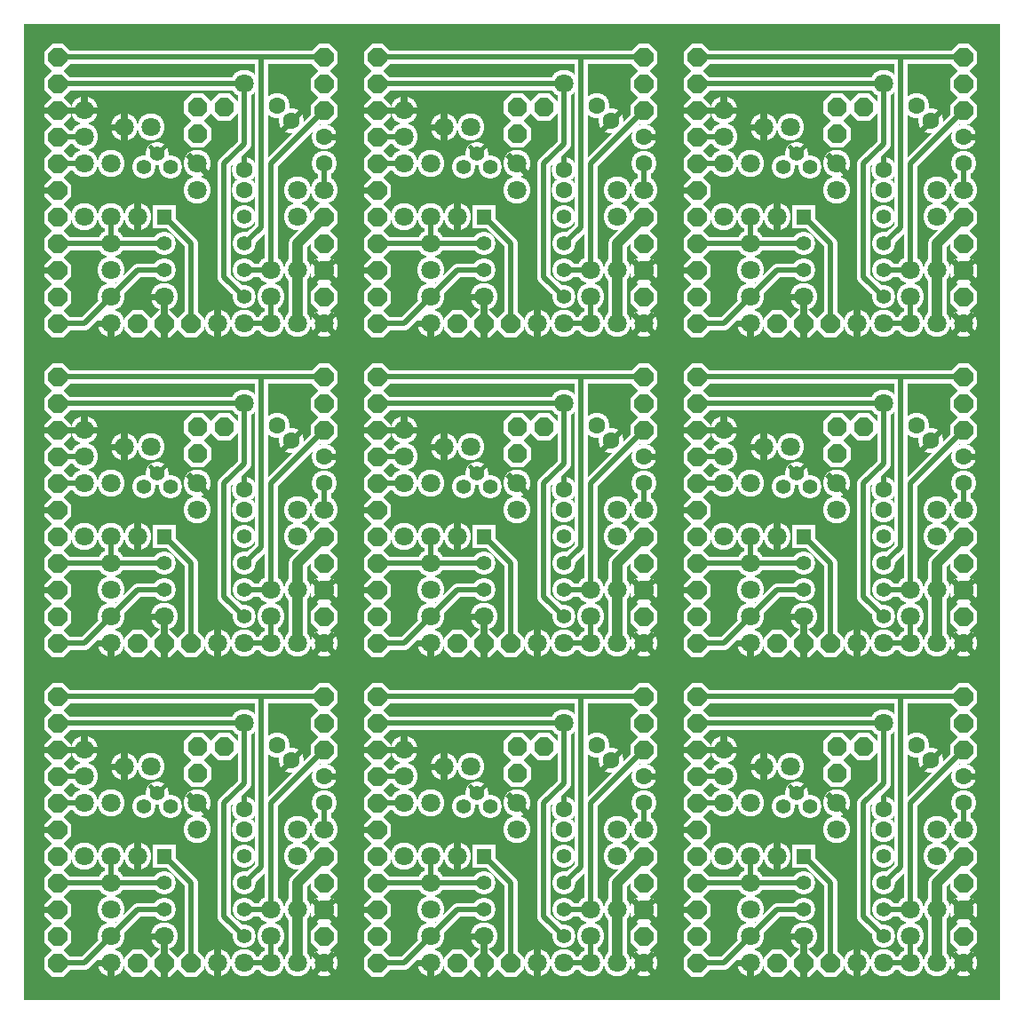
<source format=gbr>
%FSLAX34Y34*%
%MOMM*%
%LNCOPPER_TOP*%
G71*
G01*
%ADD10C, 2.20*%
%ADD11C, 2.60*%
%ADD12C, 2.60*%
%ADD13C, 2.40*%
%ADD14C, 2.60*%
%ADD15C, 1.30*%
%ADD16C, 1.80*%
%ADD17C, 2.20*%
%ADD18C, 0.60*%
%ADD19C, 0.53*%
%ADD20C, 0.47*%
%ADD21C, 1.40*%
%ADD22C, 1.80*%
%ADD23C, 1.80*%
%ADD24C, 1.60*%
%ADD25C, 1.80*%
%ADD26C, 0.50*%
%ADD27C, 1.00*%
%ADD28C, 1.40*%
%LPD*%
G36*
X0Y1000000D02*
X930000Y1000000D01*
X930000Y70000D01*
X0Y70000D01*
X0Y1000000D01*
G37*
%LPC*%
G36*
X144350Y826975D02*
X144350Y804975D01*
X122350Y804975D01*
X122350Y826975D01*
X144350Y826975D01*
G37*
X133350Y790575D02*
G54D10*
D03*
X133350Y765175D02*
G54D10*
D03*
X133350Y739775D02*
G54D10*
D03*
X209550Y739775D02*
G54D10*
D03*
X209550Y765175D02*
G54D10*
D03*
X209550Y790575D02*
G54D10*
D03*
X209550Y815975D02*
G54D10*
D03*
X57150Y917575D02*
G54D11*
D03*
X57150Y892175D02*
G54D11*
D03*
X82550Y790575D02*
G54D11*
D03*
X107950Y815975D02*
G54D11*
D03*
X57150Y815975D02*
G54D11*
D03*
G36*
X18750Y897570D02*
X26355Y905175D01*
X37145Y905175D01*
X44750Y897570D01*
X44750Y886780D01*
X37145Y879175D01*
X26355Y879175D01*
X18750Y886780D01*
X18750Y897570D01*
G37*
G36*
X18750Y922970D02*
X26355Y930575D01*
X37145Y930575D01*
X44750Y922970D01*
X44750Y912180D01*
X37145Y904575D01*
X26355Y904575D01*
X18750Y912180D01*
X18750Y922970D01*
G37*
G36*
X18750Y948370D02*
X26355Y955975D01*
X37145Y955975D01*
X44750Y948370D01*
X44750Y937580D01*
X37145Y929975D01*
X26355Y929975D01*
X18750Y937580D01*
X18750Y948370D01*
G37*
G36*
X18750Y973770D02*
X26355Y981375D01*
X37145Y981375D01*
X44750Y973770D01*
X44750Y962980D01*
X37145Y955375D01*
X26355Y955375D01*
X18750Y962980D01*
X18750Y973770D01*
G37*
G36*
X272750Y745170D02*
X280355Y752775D01*
X291145Y752775D01*
X298750Y745170D01*
X298750Y734380D01*
X291145Y726775D01*
X280355Y726775D01*
X272750Y734380D01*
X272750Y745170D01*
G37*
G36*
X272750Y770570D02*
X280355Y778175D01*
X291145Y778175D01*
X298750Y770570D01*
X298750Y759780D01*
X291145Y752175D01*
X280355Y752175D01*
X272750Y759780D01*
X272750Y770570D01*
G37*
G36*
X272750Y795970D02*
X280355Y803575D01*
X291145Y803575D01*
X298750Y795970D01*
X298750Y785180D01*
X291145Y777575D01*
X280355Y777575D01*
X272750Y785180D01*
X272750Y795970D01*
G37*
G36*
X272750Y821370D02*
X280355Y828975D01*
X291145Y828975D01*
X298750Y821370D01*
X298750Y810580D01*
X291145Y802975D01*
X280355Y802975D01*
X272750Y810580D01*
X272750Y821370D01*
G37*
G36*
X18750Y719775D02*
X26355Y727380D01*
X37145Y727380D01*
X44750Y719775D01*
X44750Y708985D01*
X37145Y701380D01*
X26355Y701380D01*
X18750Y708985D01*
X18750Y719775D01*
G37*
G36*
X18750Y846770D02*
X26355Y854375D01*
X37145Y854375D01*
X44750Y846770D01*
X44750Y835980D01*
X37145Y828375D01*
X26355Y828375D01*
X18750Y835980D01*
X18750Y846770D01*
G37*
G36*
X18750Y922970D02*
X26355Y930575D01*
X37145Y930575D01*
X44750Y922970D01*
X44750Y912180D01*
X37145Y904575D01*
X26355Y904575D01*
X18750Y912180D01*
X18750Y922970D01*
G37*
X107950Y815975D02*
G54D12*
D03*
X57150Y917575D02*
G54D12*
D03*
X133350Y739775D02*
G54D12*
D03*
X285750Y765180D02*
G54D12*
D03*
X82550Y739775D02*
G54D11*
D03*
X82550Y765175D02*
G54D11*
D03*
G36*
X18750Y795970D02*
X26355Y803575D01*
X37145Y803575D01*
X44750Y795970D01*
X44750Y785180D01*
X37145Y777575D01*
X26355Y777575D01*
X18750Y785180D01*
X18750Y795970D01*
G37*
G36*
X145750Y719770D02*
X153355Y727375D01*
X164145Y727375D01*
X171750Y719770D01*
X171750Y708980D01*
X164145Y701375D01*
X153355Y701375D01*
X145750Y708980D01*
X145750Y719770D01*
G37*
X285750Y892175D02*
G54D13*
D03*
X285750Y866775D02*
G54D13*
D03*
X285750Y892175D02*
G54D13*
D03*
X260350Y841375D02*
G54D11*
D03*
X285750Y841375D02*
G54D11*
D03*
G36*
X120350Y719770D02*
X127955Y727375D01*
X138745Y727375D01*
X146350Y719770D01*
X146350Y708980D01*
X138745Y701375D01*
X127955Y701375D01*
X120350Y708980D01*
X120350Y719770D01*
G37*
G36*
X94950Y719770D02*
X102555Y727375D01*
X113345Y727375D01*
X120950Y719770D01*
X120950Y708980D01*
X113345Y701375D01*
X102555Y701375D01*
X94950Y708980D01*
X94950Y719770D01*
G37*
X234950Y714375D02*
G54D14*
D03*
X260350Y714375D02*
G54D14*
D03*
X285750Y714380D02*
G54D14*
D03*
G54D15*
X31750Y892175D02*
X57150Y892175D01*
G54D15*
X31750Y866775D02*
X57150Y866775D01*
G54D15*
X31750Y790575D02*
X133350Y790575D01*
X184150Y714375D02*
G54D11*
D03*
X209550Y714375D02*
G54D11*
D03*
G54D15*
X209550Y714375D02*
X234950Y714375D01*
G54D16*
X260350Y765175D02*
X260350Y714375D01*
G54D16*
X260350Y765175D02*
X260350Y790575D01*
X285750Y815975D01*
X82550Y739775D02*
G54D11*
D03*
X82550Y714375D02*
G54D11*
D03*
X82550Y714380D02*
G54D12*
D03*
G54D15*
X285750Y841375D02*
X285750Y866775D01*
X260350Y815975D02*
G54D11*
D03*
X260350Y765175D02*
G54D11*
D03*
G54D15*
X133350Y815975D02*
X158750Y790575D01*
X158750Y714375D01*
X82550Y815975D02*
G54D12*
D03*
G54D15*
X82550Y790575D02*
X82550Y815975D01*
G54D15*
X209550Y790575D02*
X225425Y806450D01*
X225425Y968375D01*
X31750Y968375D01*
G36*
X272750Y973770D02*
X280355Y981375D01*
X291145Y981375D01*
X298750Y973770D01*
X298750Y962980D01*
X291145Y955375D01*
X280355Y955375D01*
X272750Y962980D01*
X272750Y973770D01*
G37*
G36*
X272750Y948370D02*
X280355Y955975D01*
X291145Y955975D01*
X298750Y948370D01*
X298750Y937580D01*
X291145Y929975D01*
X280355Y929975D01*
X272750Y937580D01*
X272750Y948370D01*
G37*
G36*
X272750Y922970D02*
X280355Y930575D01*
X291145Y930575D01*
X298750Y922970D01*
X298750Y912180D01*
X291145Y904575D01*
X280355Y904575D01*
X272750Y912180D01*
X272750Y922970D01*
G37*
G54D15*
X225425Y968375D02*
X285750Y968375D01*
X209550Y942975D02*
G54D12*
D03*
X234950Y765175D02*
G54D11*
D03*
X234950Y739775D02*
G54D11*
D03*
G54D15*
X209550Y765175D02*
X234950Y765175D01*
G54D15*
X234950Y739775D02*
X234950Y714375D01*
X184150Y714375D02*
G54D12*
D03*
G54D15*
X190500Y942975D02*
X209550Y942975D01*
G36*
X18750Y770575D02*
X26355Y778180D01*
X37145Y778180D01*
X44750Y770575D01*
X44750Y759785D01*
X37145Y752180D01*
X26355Y752180D01*
X18750Y759785D01*
X18750Y770575D01*
G37*
G36*
X18750Y745170D02*
X26355Y752775D01*
X37145Y752775D01*
X44750Y745170D01*
X44750Y734380D01*
X37145Y726775D01*
X26355Y726775D01*
X18750Y734380D01*
X18750Y745170D01*
G37*
G36*
X18750Y872170D02*
X26355Y879775D01*
X37145Y879775D01*
X44750Y872170D01*
X44750Y861380D01*
X37145Y853775D01*
X26355Y853775D01*
X18750Y861380D01*
X18750Y872170D01*
G37*
G54D15*
X133350Y765175D02*
X107950Y765175D01*
X82550Y739775D01*
X57150Y714375D01*
X31750Y714380D01*
X165100Y866775D02*
G54D11*
D03*
X165100Y841375D02*
G54D11*
D03*
X165100Y866770D02*
G54D12*
D03*
X95250Y901700D02*
G54D14*
D03*
X120650Y901700D02*
G54D14*
D03*
X114300Y863600D02*
G54D17*
D03*
X127000Y876300D02*
G54D17*
D03*
X139700Y863600D02*
G54D17*
D03*
G36*
X152100Y900745D02*
X159705Y908350D01*
X170495Y908350D01*
X178100Y900745D01*
X178100Y889955D01*
X170495Y882350D01*
X159705Y882350D01*
X152100Y889955D01*
X152100Y900745D01*
G37*
G36*
X152100Y926145D02*
X159705Y933750D01*
X170495Y933750D01*
X178100Y926145D01*
X178100Y915355D01*
X170495Y907750D01*
X159705Y907750D01*
X152100Y915355D01*
X152100Y926145D01*
G37*
X209550Y861375D02*
G54D13*
D03*
X209550Y841375D02*
G54D13*
D03*
X209550Y861380D02*
G54D13*
D03*
X95250Y901700D02*
G54D14*
D03*
G36*
X177500Y926145D02*
X185105Y933750D01*
X195895Y933750D01*
X203500Y926145D01*
X203500Y915355D01*
X195895Y907750D01*
X185105Y907750D01*
X177500Y915355D01*
X177500Y926145D01*
G37*
G54D15*
X209550Y739775D02*
X190500Y758825D01*
X190500Y866775D01*
X209550Y885825D01*
X209550Y942975D01*
G54D15*
X212725Y942975D02*
X31750Y942975D01*
G54D15*
X234950Y765175D02*
X234950Y866775D01*
X285750Y917575D01*
X254736Y907766D02*
G54D13*
D03*
X240594Y921908D02*
G54D13*
D03*
X254740Y907770D02*
G54D13*
D03*
X127000Y876300D02*
G54D17*
D03*
X82550Y866775D02*
G54D11*
D03*
X57150Y866775D02*
G54D11*
D03*
G36*
X18750Y821370D02*
X26355Y828975D01*
X37145Y828975D01*
X44750Y821370D01*
X44750Y810580D01*
X37145Y802975D01*
X26355Y802975D01*
X18750Y810580D01*
X18750Y821370D01*
G37*
G36*
X449150Y826975D02*
X449150Y804975D01*
X427150Y804975D01*
X427150Y826975D01*
X449150Y826975D01*
G37*
X438150Y790575D02*
G54D10*
D03*
X438150Y765175D02*
G54D10*
D03*
X438150Y739775D02*
G54D10*
D03*
X514350Y739775D02*
G54D10*
D03*
X514350Y765175D02*
G54D10*
D03*
X514350Y790575D02*
G54D10*
D03*
X514350Y815975D02*
G54D10*
D03*
X361950Y917575D02*
G54D11*
D03*
X361950Y892175D02*
G54D11*
D03*
X387350Y790575D02*
G54D11*
D03*
X412750Y815975D02*
G54D11*
D03*
X361950Y815975D02*
G54D11*
D03*
G36*
X323550Y897570D02*
X331155Y905175D01*
X341945Y905175D01*
X349550Y897570D01*
X349550Y886780D01*
X341945Y879175D01*
X331155Y879175D01*
X323550Y886780D01*
X323550Y897570D01*
G37*
G36*
X323550Y922970D02*
X331155Y930575D01*
X341945Y930575D01*
X349550Y922970D01*
X349550Y912180D01*
X341945Y904575D01*
X331155Y904575D01*
X323550Y912180D01*
X323550Y922970D01*
G37*
G36*
X323550Y948370D02*
X331155Y955975D01*
X341945Y955975D01*
X349550Y948370D01*
X349550Y937580D01*
X341945Y929975D01*
X331155Y929975D01*
X323550Y937580D01*
X323550Y948370D01*
G37*
G36*
X323550Y973770D02*
X331155Y981375D01*
X341945Y981375D01*
X349550Y973770D01*
X349550Y962980D01*
X341945Y955375D01*
X331155Y955375D01*
X323550Y962980D01*
X323550Y973770D01*
G37*
G36*
X577550Y745170D02*
X585155Y752775D01*
X595945Y752775D01*
X603550Y745170D01*
X603550Y734380D01*
X595945Y726775D01*
X585155Y726775D01*
X577550Y734380D01*
X577550Y745170D01*
G37*
G36*
X577550Y770570D02*
X585155Y778175D01*
X595945Y778175D01*
X603550Y770570D01*
X603550Y759780D01*
X595945Y752175D01*
X585155Y752175D01*
X577550Y759780D01*
X577550Y770570D01*
G37*
G36*
X577550Y795970D02*
X585155Y803575D01*
X595945Y803575D01*
X603550Y795970D01*
X603550Y785180D01*
X595945Y777575D01*
X585155Y777575D01*
X577550Y785180D01*
X577550Y795970D01*
G37*
G36*
X577550Y821370D02*
X585155Y828975D01*
X595945Y828975D01*
X603550Y821370D01*
X603550Y810580D01*
X595945Y802975D01*
X585155Y802975D01*
X577550Y810580D01*
X577550Y821370D01*
G37*
G36*
X323550Y719775D02*
X331155Y727380D01*
X341945Y727380D01*
X349550Y719775D01*
X349550Y708985D01*
X341945Y701380D01*
X331155Y701380D01*
X323550Y708985D01*
X323550Y719775D01*
G37*
G36*
X323550Y846770D02*
X331155Y854375D01*
X341945Y854375D01*
X349550Y846770D01*
X349550Y835980D01*
X341945Y828375D01*
X331155Y828375D01*
X323550Y835980D01*
X323550Y846770D01*
G37*
G36*
X323550Y922970D02*
X331155Y930575D01*
X341945Y930575D01*
X349550Y922970D01*
X349550Y912180D01*
X341945Y904575D01*
X331155Y904575D01*
X323550Y912180D01*
X323550Y922970D01*
G37*
X412750Y815975D02*
G54D12*
D03*
X361950Y917575D02*
G54D12*
D03*
X438150Y739775D02*
G54D12*
D03*
X590550Y765180D02*
G54D12*
D03*
X387350Y739775D02*
G54D11*
D03*
X387350Y765175D02*
G54D11*
D03*
G36*
X323550Y795970D02*
X331155Y803575D01*
X341945Y803575D01*
X349550Y795970D01*
X349550Y785180D01*
X341945Y777575D01*
X331155Y777575D01*
X323550Y785180D01*
X323550Y795970D01*
G37*
G36*
X450550Y719770D02*
X458155Y727375D01*
X468945Y727375D01*
X476550Y719770D01*
X476550Y708980D01*
X468945Y701375D01*
X458155Y701375D01*
X450550Y708980D01*
X450550Y719770D01*
G37*
X590550Y892175D02*
G54D13*
D03*
X590550Y866775D02*
G54D13*
D03*
X590550Y892175D02*
G54D13*
D03*
X565150Y841375D02*
G54D11*
D03*
X590550Y841375D02*
G54D11*
D03*
G36*
X425150Y719770D02*
X432755Y727375D01*
X443545Y727375D01*
X451150Y719770D01*
X451150Y708980D01*
X443545Y701375D01*
X432755Y701375D01*
X425150Y708980D01*
X425150Y719770D01*
G37*
G36*
X399750Y719770D02*
X407355Y727375D01*
X418145Y727375D01*
X425750Y719770D01*
X425750Y708980D01*
X418145Y701375D01*
X407355Y701375D01*
X399750Y708980D01*
X399750Y719770D01*
G37*
X539750Y714375D02*
G54D14*
D03*
X565150Y714375D02*
G54D14*
D03*
X590550Y714380D02*
G54D14*
D03*
G54D15*
X336550Y892175D02*
X361950Y892175D01*
G54D15*
X336550Y866775D02*
X361950Y866775D01*
G54D15*
X336550Y790575D02*
X438150Y790575D01*
X488950Y714375D02*
G54D11*
D03*
X514350Y714375D02*
G54D11*
D03*
G54D15*
X514350Y714375D02*
X539750Y714375D01*
G54D16*
X565150Y765175D02*
X565150Y714375D01*
G54D16*
X565150Y765175D02*
X565150Y790575D01*
X590550Y815975D01*
X387350Y739775D02*
G54D11*
D03*
X387350Y714375D02*
G54D11*
D03*
X387350Y714380D02*
G54D12*
D03*
G54D15*
X590550Y841375D02*
X590550Y866775D01*
X565150Y815975D02*
G54D11*
D03*
X565150Y765175D02*
G54D11*
D03*
G54D15*
X438150Y815975D02*
X463550Y790575D01*
X463550Y714375D01*
X387350Y815975D02*
G54D12*
D03*
G54D15*
X387350Y790575D02*
X387350Y815975D01*
G54D15*
X514350Y790575D02*
X530225Y806450D01*
X530225Y968375D01*
X336550Y968375D01*
G36*
X577550Y973770D02*
X585155Y981375D01*
X595945Y981375D01*
X603550Y973770D01*
X603550Y962980D01*
X595945Y955375D01*
X585155Y955375D01*
X577550Y962980D01*
X577550Y973770D01*
G37*
G36*
X577550Y948370D02*
X585155Y955975D01*
X595945Y955975D01*
X603550Y948370D01*
X603550Y937580D01*
X595945Y929975D01*
X585155Y929975D01*
X577550Y937580D01*
X577550Y948370D01*
G37*
G36*
X577550Y922970D02*
X585155Y930575D01*
X595945Y930575D01*
X603550Y922970D01*
X603550Y912180D01*
X595945Y904575D01*
X585155Y904575D01*
X577550Y912180D01*
X577550Y922970D01*
G37*
G54D15*
X530225Y968375D02*
X590550Y968375D01*
X514350Y942975D02*
G54D12*
D03*
X539750Y765175D02*
G54D11*
D03*
X539750Y739775D02*
G54D11*
D03*
G54D15*
X514350Y765175D02*
X539750Y765175D01*
G54D15*
X539750Y739775D02*
X539750Y714375D01*
X488950Y714375D02*
G54D12*
D03*
G54D15*
X495300Y942975D02*
X514350Y942975D01*
G36*
X323550Y770575D02*
X331155Y778180D01*
X341945Y778180D01*
X349550Y770575D01*
X349550Y759785D01*
X341945Y752180D01*
X331155Y752180D01*
X323550Y759785D01*
X323550Y770575D01*
G37*
G36*
X323550Y745170D02*
X331155Y752775D01*
X341945Y752775D01*
X349550Y745170D01*
X349550Y734380D01*
X341945Y726775D01*
X331155Y726775D01*
X323550Y734380D01*
X323550Y745170D01*
G37*
G36*
X323550Y872170D02*
X331155Y879775D01*
X341945Y879775D01*
X349550Y872170D01*
X349550Y861380D01*
X341945Y853775D01*
X331155Y853775D01*
X323550Y861380D01*
X323550Y872170D01*
G37*
G54D15*
X438150Y765175D02*
X412750Y765175D01*
X387350Y739775D01*
X361950Y714375D01*
X336550Y714380D01*
X469900Y866775D02*
G54D11*
D03*
X469900Y841375D02*
G54D11*
D03*
X469900Y866770D02*
G54D12*
D03*
X400050Y901700D02*
G54D14*
D03*
X425450Y901700D02*
G54D14*
D03*
X419100Y863600D02*
G54D17*
D03*
X431800Y876300D02*
G54D17*
D03*
X444500Y863600D02*
G54D17*
D03*
G36*
X456900Y900745D02*
X464505Y908350D01*
X475295Y908350D01*
X482900Y900745D01*
X482900Y889955D01*
X475295Y882350D01*
X464505Y882350D01*
X456900Y889955D01*
X456900Y900745D01*
G37*
G36*
X456900Y926145D02*
X464505Y933750D01*
X475295Y933750D01*
X482900Y926145D01*
X482900Y915355D01*
X475295Y907750D01*
X464505Y907750D01*
X456900Y915355D01*
X456900Y926145D01*
G37*
X514350Y861375D02*
G54D13*
D03*
X514350Y841375D02*
G54D13*
D03*
X514350Y861380D02*
G54D13*
D03*
X400050Y901700D02*
G54D14*
D03*
G36*
X482300Y926145D02*
X489905Y933750D01*
X500695Y933750D01*
X508300Y926145D01*
X508300Y915355D01*
X500695Y907750D01*
X489905Y907750D01*
X482300Y915355D01*
X482300Y926145D01*
G37*
G54D15*
X514350Y739775D02*
X495300Y758825D01*
X495300Y866775D01*
X514350Y885825D01*
X514350Y942975D01*
G54D15*
X517525Y942975D02*
X336550Y942975D01*
G54D15*
X539750Y765175D02*
X539750Y866775D01*
X590550Y917575D01*
X559536Y907766D02*
G54D13*
D03*
X545394Y921908D02*
G54D13*
D03*
X559540Y907770D02*
G54D13*
D03*
X431800Y876300D02*
G54D17*
D03*
X387350Y866775D02*
G54D11*
D03*
X361950Y866775D02*
G54D11*
D03*
G36*
X323550Y821370D02*
X331155Y828975D01*
X341945Y828975D01*
X349550Y821370D01*
X349550Y810580D01*
X341945Y802975D01*
X331155Y802975D01*
X323550Y810580D01*
X323550Y821370D01*
G37*
G36*
X753950Y826975D02*
X753950Y804975D01*
X731950Y804975D01*
X731950Y826975D01*
X753950Y826975D01*
G37*
X742950Y790575D02*
G54D10*
D03*
X742950Y765175D02*
G54D10*
D03*
X742950Y739775D02*
G54D10*
D03*
X819150Y739775D02*
G54D10*
D03*
X819150Y765175D02*
G54D10*
D03*
X819150Y790575D02*
G54D10*
D03*
X819150Y815975D02*
G54D10*
D03*
X666750Y917575D02*
G54D11*
D03*
X666750Y892175D02*
G54D11*
D03*
X692150Y790575D02*
G54D11*
D03*
X717550Y815975D02*
G54D11*
D03*
X666750Y815975D02*
G54D11*
D03*
G36*
X628350Y897570D02*
X635955Y905175D01*
X646745Y905175D01*
X654350Y897570D01*
X654350Y886780D01*
X646745Y879175D01*
X635955Y879175D01*
X628350Y886780D01*
X628350Y897570D01*
G37*
G36*
X628350Y922970D02*
X635955Y930575D01*
X646745Y930575D01*
X654350Y922970D01*
X654350Y912180D01*
X646745Y904575D01*
X635955Y904575D01*
X628350Y912180D01*
X628350Y922970D01*
G37*
G36*
X628350Y948370D02*
X635955Y955975D01*
X646745Y955975D01*
X654350Y948370D01*
X654350Y937580D01*
X646745Y929975D01*
X635955Y929975D01*
X628350Y937580D01*
X628350Y948370D01*
G37*
G36*
X628350Y973770D02*
X635955Y981375D01*
X646745Y981375D01*
X654350Y973770D01*
X654350Y962980D01*
X646745Y955375D01*
X635955Y955375D01*
X628350Y962980D01*
X628350Y973770D01*
G37*
G36*
X882350Y745170D02*
X889955Y752775D01*
X900745Y752775D01*
X908350Y745170D01*
X908350Y734380D01*
X900745Y726775D01*
X889955Y726775D01*
X882350Y734380D01*
X882350Y745170D01*
G37*
G36*
X882350Y770570D02*
X889955Y778175D01*
X900745Y778175D01*
X908350Y770570D01*
X908350Y759780D01*
X900745Y752175D01*
X889955Y752175D01*
X882350Y759780D01*
X882350Y770570D01*
G37*
G36*
X882350Y795970D02*
X889955Y803575D01*
X900745Y803575D01*
X908350Y795970D01*
X908350Y785180D01*
X900745Y777575D01*
X889955Y777575D01*
X882350Y785180D01*
X882350Y795970D01*
G37*
G36*
X882350Y821370D02*
X889955Y828975D01*
X900745Y828975D01*
X908350Y821370D01*
X908350Y810580D01*
X900745Y802975D01*
X889955Y802975D01*
X882350Y810580D01*
X882350Y821370D01*
G37*
G36*
X628350Y719775D02*
X635955Y727380D01*
X646745Y727380D01*
X654350Y719775D01*
X654350Y708985D01*
X646745Y701380D01*
X635955Y701380D01*
X628350Y708985D01*
X628350Y719775D01*
G37*
G36*
X628350Y846770D02*
X635955Y854375D01*
X646745Y854375D01*
X654350Y846770D01*
X654350Y835980D01*
X646745Y828375D01*
X635955Y828375D01*
X628350Y835980D01*
X628350Y846770D01*
G37*
G36*
X628350Y922970D02*
X635955Y930575D01*
X646745Y930575D01*
X654350Y922970D01*
X654350Y912180D01*
X646745Y904575D01*
X635955Y904575D01*
X628350Y912180D01*
X628350Y922970D01*
G37*
X717550Y815975D02*
G54D12*
D03*
X666750Y917575D02*
G54D12*
D03*
X742950Y739775D02*
G54D12*
D03*
X895350Y765180D02*
G54D12*
D03*
X692150Y739775D02*
G54D11*
D03*
X692150Y765175D02*
G54D11*
D03*
G36*
X628350Y795970D02*
X635955Y803575D01*
X646745Y803575D01*
X654350Y795970D01*
X654350Y785180D01*
X646745Y777575D01*
X635955Y777575D01*
X628350Y785180D01*
X628350Y795970D01*
G37*
G36*
X755350Y719770D02*
X762955Y727375D01*
X773745Y727375D01*
X781350Y719770D01*
X781350Y708980D01*
X773745Y701375D01*
X762955Y701375D01*
X755350Y708980D01*
X755350Y719770D01*
G37*
X895350Y892175D02*
G54D13*
D03*
X895350Y866775D02*
G54D13*
D03*
X895350Y892175D02*
G54D13*
D03*
X869950Y841375D02*
G54D11*
D03*
X895350Y841375D02*
G54D11*
D03*
G36*
X729950Y719770D02*
X737555Y727375D01*
X748345Y727375D01*
X755950Y719770D01*
X755950Y708980D01*
X748345Y701375D01*
X737555Y701375D01*
X729950Y708980D01*
X729950Y719770D01*
G37*
G36*
X704550Y719770D02*
X712155Y727375D01*
X722945Y727375D01*
X730550Y719770D01*
X730550Y708980D01*
X722945Y701375D01*
X712155Y701375D01*
X704550Y708980D01*
X704550Y719770D01*
G37*
X844550Y714375D02*
G54D14*
D03*
X869950Y714375D02*
G54D14*
D03*
X895350Y714380D02*
G54D14*
D03*
G54D15*
X641350Y892175D02*
X666750Y892175D01*
G54D15*
X641350Y866775D02*
X666750Y866775D01*
G54D15*
X641350Y790575D02*
X742950Y790575D01*
X793750Y714375D02*
G54D11*
D03*
X819150Y714375D02*
G54D11*
D03*
G54D15*
X819150Y714375D02*
X844550Y714375D01*
G54D16*
X869950Y765175D02*
X869950Y714375D01*
G54D16*
X869950Y765175D02*
X869950Y790575D01*
X895350Y815975D01*
X692150Y739775D02*
G54D11*
D03*
X692150Y714375D02*
G54D11*
D03*
X692150Y714380D02*
G54D12*
D03*
G54D15*
X895350Y841375D02*
X895350Y866775D01*
X869950Y815975D02*
G54D11*
D03*
X869950Y765175D02*
G54D11*
D03*
G54D15*
X742950Y815975D02*
X768350Y790575D01*
X768350Y714375D01*
X692150Y815975D02*
G54D12*
D03*
G54D15*
X692150Y790575D02*
X692150Y815975D01*
G54D15*
X819150Y790575D02*
X835025Y806450D01*
X835025Y968375D01*
X641350Y968375D01*
G36*
X882350Y973770D02*
X889955Y981375D01*
X900745Y981375D01*
X908350Y973770D01*
X908350Y962980D01*
X900745Y955375D01*
X889955Y955375D01*
X882350Y962980D01*
X882350Y973770D01*
G37*
G36*
X882350Y948370D02*
X889955Y955975D01*
X900745Y955975D01*
X908350Y948370D01*
X908350Y937580D01*
X900745Y929975D01*
X889955Y929975D01*
X882350Y937580D01*
X882350Y948370D01*
G37*
G36*
X882350Y922970D02*
X889955Y930575D01*
X900745Y930575D01*
X908350Y922970D01*
X908350Y912180D01*
X900745Y904575D01*
X889955Y904575D01*
X882350Y912180D01*
X882350Y922970D01*
G37*
G54D15*
X835025Y968375D02*
X895350Y968375D01*
X819150Y942975D02*
G54D12*
D03*
X844550Y765175D02*
G54D11*
D03*
X844550Y739775D02*
G54D11*
D03*
G54D15*
X819150Y765175D02*
X844550Y765175D01*
G54D15*
X844550Y739775D02*
X844550Y714375D01*
X793750Y714375D02*
G54D12*
D03*
G54D15*
X800100Y942975D02*
X819150Y942975D01*
G36*
X628350Y770575D02*
X635955Y778180D01*
X646745Y778180D01*
X654350Y770575D01*
X654350Y759785D01*
X646745Y752180D01*
X635955Y752180D01*
X628350Y759785D01*
X628350Y770575D01*
G37*
G36*
X628350Y745170D02*
X635955Y752775D01*
X646745Y752775D01*
X654350Y745170D01*
X654350Y734380D01*
X646745Y726775D01*
X635955Y726775D01*
X628350Y734380D01*
X628350Y745170D01*
G37*
G36*
X628350Y872170D02*
X635955Y879775D01*
X646745Y879775D01*
X654350Y872170D01*
X654350Y861380D01*
X646745Y853775D01*
X635955Y853775D01*
X628350Y861380D01*
X628350Y872170D01*
G37*
G54D15*
X742950Y765175D02*
X717550Y765175D01*
X692150Y739775D01*
X666750Y714375D01*
X641350Y714380D01*
X774700Y866775D02*
G54D11*
D03*
X774700Y841375D02*
G54D11*
D03*
X774700Y866770D02*
G54D12*
D03*
X704850Y901700D02*
G54D14*
D03*
X730250Y901700D02*
G54D14*
D03*
X723900Y863600D02*
G54D17*
D03*
X736600Y876300D02*
G54D17*
D03*
X749300Y863600D02*
G54D17*
D03*
G36*
X761700Y900745D02*
X769305Y908350D01*
X780095Y908350D01*
X787700Y900745D01*
X787700Y889955D01*
X780095Y882350D01*
X769305Y882350D01*
X761700Y889955D01*
X761700Y900745D01*
G37*
G36*
X761700Y926145D02*
X769305Y933750D01*
X780095Y933750D01*
X787700Y926145D01*
X787700Y915355D01*
X780095Y907750D01*
X769305Y907750D01*
X761700Y915355D01*
X761700Y926145D01*
G37*
X819150Y861375D02*
G54D13*
D03*
X819150Y841375D02*
G54D13*
D03*
X819150Y861380D02*
G54D13*
D03*
X704850Y901700D02*
G54D14*
D03*
G36*
X787100Y926145D02*
X794705Y933750D01*
X805495Y933750D01*
X813100Y926145D01*
X813100Y915355D01*
X805495Y907750D01*
X794705Y907750D01*
X787100Y915355D01*
X787100Y926145D01*
G37*
G54D15*
X819150Y739775D02*
X800100Y758825D01*
X800100Y866775D01*
X819150Y885825D01*
X819150Y942975D01*
G54D15*
X822325Y942975D02*
X641350Y942975D01*
G54D15*
X844550Y765175D02*
X844550Y866775D01*
X895350Y917575D01*
X864336Y907766D02*
G54D13*
D03*
X850194Y921908D02*
G54D13*
D03*
X864340Y907770D02*
G54D13*
D03*
X736600Y876300D02*
G54D17*
D03*
X692150Y866775D02*
G54D11*
D03*
X666750Y866775D02*
G54D11*
D03*
G36*
X628350Y821370D02*
X635955Y828975D01*
X646745Y828975D01*
X654350Y821370D01*
X654350Y810580D01*
X646745Y802975D01*
X635955Y802975D01*
X628350Y810580D01*
X628350Y821370D01*
G37*
G36*
X144350Y522175D02*
X144350Y500175D01*
X122350Y500175D01*
X122350Y522175D01*
X144350Y522175D01*
G37*
X133350Y485775D02*
G54D10*
D03*
X133350Y460375D02*
G54D10*
D03*
X133350Y434975D02*
G54D10*
D03*
X209550Y434975D02*
G54D10*
D03*
X209550Y460375D02*
G54D10*
D03*
X209550Y485775D02*
G54D10*
D03*
X209550Y511175D02*
G54D10*
D03*
X57150Y612775D02*
G54D11*
D03*
X57150Y587375D02*
G54D11*
D03*
X82550Y485775D02*
G54D11*
D03*
X107950Y511175D02*
G54D11*
D03*
X57150Y511175D02*
G54D11*
D03*
G36*
X18750Y592770D02*
X26355Y600375D01*
X37145Y600375D01*
X44750Y592770D01*
X44750Y581980D01*
X37145Y574375D01*
X26355Y574375D01*
X18750Y581980D01*
X18750Y592770D01*
G37*
G36*
X18750Y618170D02*
X26355Y625775D01*
X37145Y625775D01*
X44750Y618170D01*
X44750Y607380D01*
X37145Y599775D01*
X26355Y599775D01*
X18750Y607380D01*
X18750Y618170D01*
G37*
G36*
X18750Y643570D02*
X26355Y651175D01*
X37145Y651175D01*
X44750Y643570D01*
X44750Y632780D01*
X37145Y625175D01*
X26355Y625175D01*
X18750Y632780D01*
X18750Y643570D01*
G37*
G36*
X18750Y668970D02*
X26355Y676575D01*
X37145Y676575D01*
X44750Y668970D01*
X44750Y658180D01*
X37145Y650575D01*
X26355Y650575D01*
X18750Y658180D01*
X18750Y668970D01*
G37*
G36*
X272750Y440370D02*
X280355Y447975D01*
X291145Y447975D01*
X298750Y440370D01*
X298750Y429580D01*
X291145Y421975D01*
X280355Y421975D01*
X272750Y429580D01*
X272750Y440370D01*
G37*
G36*
X272750Y465770D02*
X280355Y473375D01*
X291145Y473375D01*
X298750Y465770D01*
X298750Y454980D01*
X291145Y447375D01*
X280355Y447375D01*
X272750Y454980D01*
X272750Y465770D01*
G37*
G36*
X272750Y491170D02*
X280355Y498775D01*
X291145Y498775D01*
X298750Y491170D01*
X298750Y480380D01*
X291145Y472775D01*
X280355Y472775D01*
X272750Y480380D01*
X272750Y491170D01*
G37*
G36*
X272750Y516570D02*
X280355Y524175D01*
X291145Y524175D01*
X298750Y516570D01*
X298750Y505780D01*
X291145Y498175D01*
X280355Y498175D01*
X272750Y505780D01*
X272750Y516570D01*
G37*
G36*
X18750Y414975D02*
X26355Y422580D01*
X37145Y422580D01*
X44750Y414975D01*
X44750Y404185D01*
X37145Y396580D01*
X26355Y396580D01*
X18750Y404185D01*
X18750Y414975D01*
G37*
G36*
X18750Y541970D02*
X26355Y549575D01*
X37145Y549575D01*
X44750Y541970D01*
X44750Y531180D01*
X37145Y523575D01*
X26355Y523575D01*
X18750Y531180D01*
X18750Y541970D01*
G37*
G36*
X18750Y618170D02*
X26355Y625775D01*
X37145Y625775D01*
X44750Y618170D01*
X44750Y607380D01*
X37145Y599775D01*
X26355Y599775D01*
X18750Y607380D01*
X18750Y618170D01*
G37*
X107950Y511175D02*
G54D12*
D03*
X57150Y612775D02*
G54D12*
D03*
X133350Y434975D02*
G54D12*
D03*
X285750Y460380D02*
G54D12*
D03*
X82550Y434975D02*
G54D11*
D03*
X82550Y460375D02*
G54D11*
D03*
G36*
X18750Y491170D02*
X26355Y498775D01*
X37145Y498775D01*
X44750Y491170D01*
X44750Y480380D01*
X37145Y472775D01*
X26355Y472775D01*
X18750Y480380D01*
X18750Y491170D01*
G37*
G36*
X145750Y414970D02*
X153355Y422575D01*
X164145Y422575D01*
X171750Y414970D01*
X171750Y404180D01*
X164145Y396575D01*
X153355Y396575D01*
X145750Y404180D01*
X145750Y414970D01*
G37*
X285750Y587375D02*
G54D13*
D03*
X285750Y561975D02*
G54D13*
D03*
X285750Y587375D02*
G54D13*
D03*
X260350Y536575D02*
G54D11*
D03*
X285750Y536575D02*
G54D11*
D03*
G36*
X120350Y414970D02*
X127955Y422575D01*
X138745Y422575D01*
X146350Y414970D01*
X146350Y404180D01*
X138745Y396575D01*
X127955Y396575D01*
X120350Y404180D01*
X120350Y414970D01*
G37*
G36*
X94950Y414970D02*
X102555Y422575D01*
X113345Y422575D01*
X120950Y414970D01*
X120950Y404180D01*
X113345Y396575D01*
X102555Y396575D01*
X94950Y404180D01*
X94950Y414970D01*
G37*
X234950Y409575D02*
G54D14*
D03*
X260350Y409575D02*
G54D14*
D03*
X285750Y409580D02*
G54D14*
D03*
G54D15*
X31750Y587375D02*
X57150Y587375D01*
G54D15*
X31750Y561975D02*
X57150Y561975D01*
G54D15*
X31750Y485775D02*
X133350Y485775D01*
X184150Y409575D02*
G54D11*
D03*
X209550Y409575D02*
G54D11*
D03*
G54D15*
X209550Y409575D02*
X234950Y409575D01*
G54D16*
X260350Y460375D02*
X260350Y409575D01*
G54D16*
X260350Y460375D02*
X260350Y485775D01*
X285750Y511175D01*
X82550Y434975D02*
G54D11*
D03*
X82550Y409575D02*
G54D11*
D03*
X82550Y409580D02*
G54D12*
D03*
G54D15*
X285750Y536575D02*
X285750Y561975D01*
X260350Y511175D02*
G54D11*
D03*
X260350Y460375D02*
G54D11*
D03*
G54D15*
X133350Y511175D02*
X158750Y485775D01*
X158750Y409575D01*
X82550Y511175D02*
G54D12*
D03*
G54D15*
X82550Y485775D02*
X82550Y511175D01*
G54D15*
X209550Y485775D02*
X225425Y501650D01*
X225425Y663575D01*
X31750Y663575D01*
G36*
X272750Y668970D02*
X280355Y676575D01*
X291145Y676575D01*
X298750Y668970D01*
X298750Y658180D01*
X291145Y650575D01*
X280355Y650575D01*
X272750Y658180D01*
X272750Y668970D01*
G37*
G36*
X272750Y643570D02*
X280355Y651175D01*
X291145Y651175D01*
X298750Y643570D01*
X298750Y632780D01*
X291145Y625175D01*
X280355Y625175D01*
X272750Y632780D01*
X272750Y643570D01*
G37*
G36*
X272750Y618170D02*
X280355Y625775D01*
X291145Y625775D01*
X298750Y618170D01*
X298750Y607380D01*
X291145Y599775D01*
X280355Y599775D01*
X272750Y607380D01*
X272750Y618170D01*
G37*
G54D15*
X225425Y663575D02*
X285750Y663575D01*
X209550Y638175D02*
G54D12*
D03*
X234950Y460375D02*
G54D11*
D03*
X234950Y434975D02*
G54D11*
D03*
G54D15*
X209550Y460375D02*
X234950Y460375D01*
G54D15*
X234950Y434975D02*
X234950Y409575D01*
X184150Y409575D02*
G54D12*
D03*
G54D15*
X190500Y638175D02*
X209550Y638175D01*
G36*
X18750Y465775D02*
X26355Y473380D01*
X37145Y473380D01*
X44750Y465775D01*
X44750Y454985D01*
X37145Y447380D01*
X26355Y447380D01*
X18750Y454985D01*
X18750Y465775D01*
G37*
G36*
X18750Y440370D02*
X26355Y447975D01*
X37145Y447975D01*
X44750Y440370D01*
X44750Y429580D01*
X37145Y421975D01*
X26355Y421975D01*
X18750Y429580D01*
X18750Y440370D01*
G37*
G36*
X18750Y567370D02*
X26355Y574975D01*
X37145Y574975D01*
X44750Y567370D01*
X44750Y556580D01*
X37145Y548975D01*
X26355Y548975D01*
X18750Y556580D01*
X18750Y567370D01*
G37*
G54D15*
X133350Y460375D02*
X107950Y460375D01*
X82550Y434975D01*
X57150Y409575D01*
X31750Y409580D01*
X165100Y561975D02*
G54D11*
D03*
X165100Y536575D02*
G54D11*
D03*
X165100Y561970D02*
G54D12*
D03*
X95250Y596900D02*
G54D14*
D03*
X120650Y596900D02*
G54D14*
D03*
X114300Y558800D02*
G54D17*
D03*
X127000Y571500D02*
G54D17*
D03*
X139700Y558800D02*
G54D17*
D03*
G36*
X152100Y595945D02*
X159705Y603550D01*
X170495Y603550D01*
X178100Y595945D01*
X178100Y585155D01*
X170495Y577550D01*
X159705Y577550D01*
X152100Y585155D01*
X152100Y595945D01*
G37*
G36*
X152100Y621345D02*
X159705Y628950D01*
X170495Y628950D01*
X178100Y621345D01*
X178100Y610555D01*
X170495Y602950D01*
X159705Y602950D01*
X152100Y610555D01*
X152100Y621345D01*
G37*
X209550Y556575D02*
G54D13*
D03*
X209550Y536575D02*
G54D13*
D03*
X209550Y556580D02*
G54D13*
D03*
X95250Y596900D02*
G54D14*
D03*
G36*
X177500Y621345D02*
X185105Y628950D01*
X195895Y628950D01*
X203500Y621345D01*
X203500Y610555D01*
X195895Y602950D01*
X185105Y602950D01*
X177500Y610555D01*
X177500Y621345D01*
G37*
G54D15*
X209550Y434975D02*
X190500Y454025D01*
X190500Y561975D01*
X209550Y581025D01*
X209550Y638175D01*
G54D15*
X212725Y638175D02*
X31750Y638175D01*
G54D15*
X234950Y460375D02*
X234950Y561975D01*
X285750Y612775D01*
X254736Y602966D02*
G54D13*
D03*
X240594Y617108D02*
G54D13*
D03*
X254740Y602970D02*
G54D13*
D03*
X127000Y571500D02*
G54D17*
D03*
X82550Y561975D02*
G54D11*
D03*
X57150Y561975D02*
G54D11*
D03*
G36*
X18750Y516570D02*
X26355Y524175D01*
X37145Y524175D01*
X44750Y516570D01*
X44750Y505780D01*
X37145Y498175D01*
X26355Y498175D01*
X18750Y505780D01*
X18750Y516570D01*
G37*
G36*
X449150Y522175D02*
X449150Y500175D01*
X427150Y500175D01*
X427150Y522175D01*
X449150Y522175D01*
G37*
X438150Y485775D02*
G54D10*
D03*
X438150Y460375D02*
G54D10*
D03*
X438150Y434975D02*
G54D10*
D03*
X514350Y434975D02*
G54D10*
D03*
X514350Y460375D02*
G54D10*
D03*
X514350Y485775D02*
G54D10*
D03*
X514350Y511175D02*
G54D10*
D03*
X361950Y612775D02*
G54D11*
D03*
X361950Y587375D02*
G54D11*
D03*
X387350Y485775D02*
G54D11*
D03*
X412750Y511175D02*
G54D11*
D03*
X361950Y511175D02*
G54D11*
D03*
G36*
X323550Y592770D02*
X331155Y600375D01*
X341945Y600375D01*
X349550Y592770D01*
X349550Y581980D01*
X341945Y574375D01*
X331155Y574375D01*
X323550Y581980D01*
X323550Y592770D01*
G37*
G36*
X323550Y618170D02*
X331155Y625775D01*
X341945Y625775D01*
X349550Y618170D01*
X349550Y607380D01*
X341945Y599775D01*
X331155Y599775D01*
X323550Y607380D01*
X323550Y618170D01*
G37*
G36*
X323550Y643570D02*
X331155Y651175D01*
X341945Y651175D01*
X349550Y643570D01*
X349550Y632780D01*
X341945Y625175D01*
X331155Y625175D01*
X323550Y632780D01*
X323550Y643570D01*
G37*
G36*
X323550Y668970D02*
X331155Y676575D01*
X341945Y676575D01*
X349550Y668970D01*
X349550Y658180D01*
X341945Y650575D01*
X331155Y650575D01*
X323550Y658180D01*
X323550Y668970D01*
G37*
G36*
X577550Y440370D02*
X585155Y447975D01*
X595945Y447975D01*
X603550Y440370D01*
X603550Y429580D01*
X595945Y421975D01*
X585155Y421975D01*
X577550Y429580D01*
X577550Y440370D01*
G37*
G36*
X577550Y465770D02*
X585155Y473375D01*
X595945Y473375D01*
X603550Y465770D01*
X603550Y454980D01*
X595945Y447375D01*
X585155Y447375D01*
X577550Y454980D01*
X577550Y465770D01*
G37*
G36*
X577550Y491170D02*
X585155Y498775D01*
X595945Y498775D01*
X603550Y491170D01*
X603550Y480380D01*
X595945Y472775D01*
X585155Y472775D01*
X577550Y480380D01*
X577550Y491170D01*
G37*
G36*
X577550Y516570D02*
X585155Y524175D01*
X595945Y524175D01*
X603550Y516570D01*
X603550Y505780D01*
X595945Y498175D01*
X585155Y498175D01*
X577550Y505780D01*
X577550Y516570D01*
G37*
G36*
X323550Y414975D02*
X331155Y422580D01*
X341945Y422580D01*
X349550Y414975D01*
X349550Y404185D01*
X341945Y396580D01*
X331155Y396580D01*
X323550Y404185D01*
X323550Y414975D01*
G37*
G36*
X323550Y541970D02*
X331155Y549575D01*
X341945Y549575D01*
X349550Y541970D01*
X349550Y531180D01*
X341945Y523575D01*
X331155Y523575D01*
X323550Y531180D01*
X323550Y541970D01*
G37*
G36*
X323550Y618170D02*
X331155Y625775D01*
X341945Y625775D01*
X349550Y618170D01*
X349550Y607380D01*
X341945Y599775D01*
X331155Y599775D01*
X323550Y607380D01*
X323550Y618170D01*
G37*
X412750Y511175D02*
G54D12*
D03*
X361950Y612775D02*
G54D12*
D03*
X438150Y434975D02*
G54D12*
D03*
X590550Y460380D02*
G54D12*
D03*
X387350Y434975D02*
G54D11*
D03*
X387350Y460375D02*
G54D11*
D03*
G36*
X323550Y491170D02*
X331155Y498775D01*
X341945Y498775D01*
X349550Y491170D01*
X349550Y480380D01*
X341945Y472775D01*
X331155Y472775D01*
X323550Y480380D01*
X323550Y491170D01*
G37*
G36*
X450550Y414970D02*
X458155Y422575D01*
X468945Y422575D01*
X476550Y414970D01*
X476550Y404180D01*
X468945Y396575D01*
X458155Y396575D01*
X450550Y404180D01*
X450550Y414970D01*
G37*
X590550Y587375D02*
G54D13*
D03*
X590550Y561975D02*
G54D13*
D03*
X590550Y587375D02*
G54D13*
D03*
X565150Y536575D02*
G54D11*
D03*
X590550Y536575D02*
G54D11*
D03*
G36*
X425150Y414970D02*
X432755Y422575D01*
X443545Y422575D01*
X451150Y414970D01*
X451150Y404180D01*
X443545Y396575D01*
X432755Y396575D01*
X425150Y404180D01*
X425150Y414970D01*
G37*
G36*
X399750Y414970D02*
X407355Y422575D01*
X418145Y422575D01*
X425750Y414970D01*
X425750Y404180D01*
X418145Y396575D01*
X407355Y396575D01*
X399750Y404180D01*
X399750Y414970D01*
G37*
X539750Y409575D02*
G54D14*
D03*
X565150Y409575D02*
G54D14*
D03*
X590550Y409580D02*
G54D14*
D03*
G54D15*
X336550Y587375D02*
X361950Y587375D01*
G54D15*
X336550Y561975D02*
X361950Y561975D01*
G54D15*
X336550Y485775D02*
X438150Y485775D01*
X488950Y409575D02*
G54D11*
D03*
X514350Y409575D02*
G54D11*
D03*
G54D15*
X514350Y409575D02*
X539750Y409575D01*
G54D16*
X565150Y460375D02*
X565150Y409575D01*
G54D16*
X565150Y460375D02*
X565150Y485775D01*
X590550Y511175D01*
X387350Y434975D02*
G54D11*
D03*
X387350Y409575D02*
G54D11*
D03*
X387350Y409580D02*
G54D12*
D03*
G54D15*
X590550Y536575D02*
X590550Y561975D01*
X565150Y511175D02*
G54D11*
D03*
X565150Y460375D02*
G54D11*
D03*
G54D15*
X438150Y511175D02*
X463550Y485775D01*
X463550Y409575D01*
X387350Y511175D02*
G54D12*
D03*
G54D15*
X387350Y485775D02*
X387350Y511175D01*
G54D15*
X514350Y485775D02*
X530225Y501650D01*
X530225Y663575D01*
X336550Y663575D01*
G36*
X577550Y668970D02*
X585155Y676575D01*
X595945Y676575D01*
X603550Y668970D01*
X603550Y658180D01*
X595945Y650575D01*
X585155Y650575D01*
X577550Y658180D01*
X577550Y668970D01*
G37*
G36*
X577550Y643570D02*
X585155Y651175D01*
X595945Y651175D01*
X603550Y643570D01*
X603550Y632780D01*
X595945Y625175D01*
X585155Y625175D01*
X577550Y632780D01*
X577550Y643570D01*
G37*
G36*
X577550Y618170D02*
X585155Y625775D01*
X595945Y625775D01*
X603550Y618170D01*
X603550Y607380D01*
X595945Y599775D01*
X585155Y599775D01*
X577550Y607380D01*
X577550Y618170D01*
G37*
G54D15*
X530225Y663575D02*
X590550Y663575D01*
X514350Y638175D02*
G54D12*
D03*
X539750Y460375D02*
G54D11*
D03*
X539750Y434975D02*
G54D11*
D03*
G54D15*
X514350Y460375D02*
X539750Y460375D01*
G54D15*
X539750Y434975D02*
X539750Y409575D01*
X488950Y409575D02*
G54D12*
D03*
G54D15*
X495300Y638175D02*
X514350Y638175D01*
G36*
X323550Y465775D02*
X331155Y473380D01*
X341945Y473380D01*
X349550Y465775D01*
X349550Y454985D01*
X341945Y447380D01*
X331155Y447380D01*
X323550Y454985D01*
X323550Y465775D01*
G37*
G36*
X323550Y440370D02*
X331155Y447975D01*
X341945Y447975D01*
X349550Y440370D01*
X349550Y429580D01*
X341945Y421975D01*
X331155Y421975D01*
X323550Y429580D01*
X323550Y440370D01*
G37*
G36*
X323550Y567370D02*
X331155Y574975D01*
X341945Y574975D01*
X349550Y567370D01*
X349550Y556580D01*
X341945Y548975D01*
X331155Y548975D01*
X323550Y556580D01*
X323550Y567370D01*
G37*
G54D15*
X438150Y460375D02*
X412750Y460375D01*
X387350Y434975D01*
X361950Y409575D01*
X336550Y409580D01*
X469900Y561975D02*
G54D11*
D03*
X469900Y536575D02*
G54D11*
D03*
X469900Y561970D02*
G54D12*
D03*
X400050Y596900D02*
G54D14*
D03*
X425450Y596900D02*
G54D14*
D03*
X419100Y558800D02*
G54D17*
D03*
X431800Y571500D02*
G54D17*
D03*
X444500Y558800D02*
G54D17*
D03*
G36*
X456900Y595945D02*
X464505Y603550D01*
X475295Y603550D01*
X482900Y595945D01*
X482900Y585155D01*
X475295Y577550D01*
X464505Y577550D01*
X456900Y585155D01*
X456900Y595945D01*
G37*
G36*
X456900Y621345D02*
X464505Y628950D01*
X475295Y628950D01*
X482900Y621345D01*
X482900Y610555D01*
X475295Y602950D01*
X464505Y602950D01*
X456900Y610555D01*
X456900Y621345D01*
G37*
X514350Y556575D02*
G54D13*
D03*
X514350Y536575D02*
G54D13*
D03*
X514350Y556580D02*
G54D13*
D03*
X400050Y596900D02*
G54D14*
D03*
G36*
X482300Y621345D02*
X489905Y628950D01*
X500695Y628950D01*
X508300Y621345D01*
X508300Y610555D01*
X500695Y602950D01*
X489905Y602950D01*
X482300Y610555D01*
X482300Y621345D01*
G37*
G54D15*
X514350Y434975D02*
X495300Y454025D01*
X495300Y561975D01*
X514350Y581025D01*
X514350Y638175D01*
G54D15*
X517525Y638175D02*
X336550Y638175D01*
G54D15*
X539750Y460375D02*
X539750Y561975D01*
X590550Y612775D01*
X559536Y602966D02*
G54D13*
D03*
X545394Y617108D02*
G54D13*
D03*
X559540Y602970D02*
G54D13*
D03*
X431800Y571500D02*
G54D17*
D03*
X387350Y561975D02*
G54D11*
D03*
X361950Y561975D02*
G54D11*
D03*
G36*
X323550Y516570D02*
X331155Y524175D01*
X341945Y524175D01*
X349550Y516570D01*
X349550Y505780D01*
X341945Y498175D01*
X331155Y498175D01*
X323550Y505780D01*
X323550Y516570D01*
G37*
G36*
X753950Y522175D02*
X753950Y500175D01*
X731950Y500175D01*
X731950Y522175D01*
X753950Y522175D01*
G37*
X742950Y485775D02*
G54D10*
D03*
X742950Y460375D02*
G54D10*
D03*
X742950Y434975D02*
G54D10*
D03*
X819150Y434975D02*
G54D10*
D03*
X819150Y460375D02*
G54D10*
D03*
X819150Y485775D02*
G54D10*
D03*
X819150Y511175D02*
G54D10*
D03*
X666750Y612775D02*
G54D11*
D03*
X666750Y587375D02*
G54D11*
D03*
X692150Y485775D02*
G54D11*
D03*
X717550Y511175D02*
G54D11*
D03*
X666750Y511175D02*
G54D11*
D03*
G36*
X628350Y592770D02*
X635955Y600375D01*
X646745Y600375D01*
X654350Y592770D01*
X654350Y581980D01*
X646745Y574375D01*
X635955Y574375D01*
X628350Y581980D01*
X628350Y592770D01*
G37*
G36*
X628350Y618170D02*
X635955Y625775D01*
X646745Y625775D01*
X654350Y618170D01*
X654350Y607380D01*
X646745Y599775D01*
X635955Y599775D01*
X628350Y607380D01*
X628350Y618170D01*
G37*
G36*
X628350Y643570D02*
X635955Y651175D01*
X646745Y651175D01*
X654350Y643570D01*
X654350Y632780D01*
X646745Y625175D01*
X635955Y625175D01*
X628350Y632780D01*
X628350Y643570D01*
G37*
G36*
X628350Y668970D02*
X635955Y676575D01*
X646745Y676575D01*
X654350Y668970D01*
X654350Y658180D01*
X646745Y650575D01*
X635955Y650575D01*
X628350Y658180D01*
X628350Y668970D01*
G37*
G36*
X882350Y440370D02*
X889955Y447975D01*
X900745Y447975D01*
X908350Y440370D01*
X908350Y429580D01*
X900745Y421975D01*
X889955Y421975D01*
X882350Y429580D01*
X882350Y440370D01*
G37*
G36*
X882350Y465770D02*
X889955Y473375D01*
X900745Y473375D01*
X908350Y465770D01*
X908350Y454980D01*
X900745Y447375D01*
X889955Y447375D01*
X882350Y454980D01*
X882350Y465770D01*
G37*
G36*
X882350Y491170D02*
X889955Y498775D01*
X900745Y498775D01*
X908350Y491170D01*
X908350Y480380D01*
X900745Y472775D01*
X889955Y472775D01*
X882350Y480380D01*
X882350Y491170D01*
G37*
G36*
X882350Y516570D02*
X889955Y524175D01*
X900745Y524175D01*
X908350Y516570D01*
X908350Y505780D01*
X900745Y498175D01*
X889955Y498175D01*
X882350Y505780D01*
X882350Y516570D01*
G37*
G36*
X628350Y414975D02*
X635955Y422580D01*
X646745Y422580D01*
X654350Y414975D01*
X654350Y404185D01*
X646745Y396580D01*
X635955Y396580D01*
X628350Y404185D01*
X628350Y414975D01*
G37*
G36*
X628350Y541970D02*
X635955Y549575D01*
X646745Y549575D01*
X654350Y541970D01*
X654350Y531180D01*
X646745Y523575D01*
X635955Y523575D01*
X628350Y531180D01*
X628350Y541970D01*
G37*
G36*
X628350Y618170D02*
X635955Y625775D01*
X646745Y625775D01*
X654350Y618170D01*
X654350Y607380D01*
X646745Y599775D01*
X635955Y599775D01*
X628350Y607380D01*
X628350Y618170D01*
G37*
X717550Y511175D02*
G54D12*
D03*
X666750Y612775D02*
G54D12*
D03*
X742950Y434975D02*
G54D12*
D03*
X895350Y460380D02*
G54D12*
D03*
X692150Y434975D02*
G54D11*
D03*
X692150Y460375D02*
G54D11*
D03*
G36*
X628350Y491170D02*
X635955Y498775D01*
X646745Y498775D01*
X654350Y491170D01*
X654350Y480380D01*
X646745Y472775D01*
X635955Y472775D01*
X628350Y480380D01*
X628350Y491170D01*
G37*
G36*
X755350Y414970D02*
X762955Y422575D01*
X773745Y422575D01*
X781350Y414970D01*
X781350Y404180D01*
X773745Y396575D01*
X762955Y396575D01*
X755350Y404180D01*
X755350Y414970D01*
G37*
X895350Y587375D02*
G54D13*
D03*
X895350Y561975D02*
G54D13*
D03*
X895350Y587375D02*
G54D13*
D03*
X869950Y536575D02*
G54D11*
D03*
X895350Y536575D02*
G54D11*
D03*
G36*
X729950Y414970D02*
X737555Y422575D01*
X748345Y422575D01*
X755950Y414970D01*
X755950Y404180D01*
X748345Y396575D01*
X737555Y396575D01*
X729950Y404180D01*
X729950Y414970D01*
G37*
G36*
X704550Y414970D02*
X712155Y422575D01*
X722945Y422575D01*
X730550Y414970D01*
X730550Y404180D01*
X722945Y396575D01*
X712155Y396575D01*
X704550Y404180D01*
X704550Y414970D01*
G37*
X844550Y409575D02*
G54D14*
D03*
X869950Y409575D02*
G54D14*
D03*
X895350Y409580D02*
G54D14*
D03*
G54D15*
X641350Y587375D02*
X666750Y587375D01*
G54D15*
X641350Y561975D02*
X666750Y561975D01*
G54D15*
X641350Y485775D02*
X742950Y485775D01*
X793750Y409575D02*
G54D11*
D03*
X819150Y409575D02*
G54D11*
D03*
G54D15*
X819150Y409575D02*
X844550Y409575D01*
G54D16*
X869950Y460375D02*
X869950Y409575D01*
G54D16*
X869950Y460375D02*
X869950Y485775D01*
X895350Y511175D01*
X692150Y434975D02*
G54D11*
D03*
X692150Y409575D02*
G54D11*
D03*
X692150Y409580D02*
G54D12*
D03*
G54D15*
X895350Y536575D02*
X895350Y561975D01*
X869950Y511175D02*
G54D11*
D03*
X869950Y460375D02*
G54D11*
D03*
G54D15*
X742950Y511175D02*
X768350Y485775D01*
X768350Y409575D01*
X692150Y511175D02*
G54D12*
D03*
G54D15*
X692150Y485775D02*
X692150Y511175D01*
G54D15*
X819150Y485775D02*
X835025Y501650D01*
X835025Y663575D01*
X641350Y663575D01*
G36*
X882350Y668970D02*
X889955Y676575D01*
X900745Y676575D01*
X908350Y668970D01*
X908350Y658180D01*
X900745Y650575D01*
X889955Y650575D01*
X882350Y658180D01*
X882350Y668970D01*
G37*
G36*
X882350Y643570D02*
X889955Y651175D01*
X900745Y651175D01*
X908350Y643570D01*
X908350Y632780D01*
X900745Y625175D01*
X889955Y625175D01*
X882350Y632780D01*
X882350Y643570D01*
G37*
G36*
X882350Y618170D02*
X889955Y625775D01*
X900745Y625775D01*
X908350Y618170D01*
X908350Y607380D01*
X900745Y599775D01*
X889955Y599775D01*
X882350Y607380D01*
X882350Y618170D01*
G37*
G54D15*
X835025Y663575D02*
X895350Y663575D01*
X819150Y638175D02*
G54D12*
D03*
X844550Y460375D02*
G54D11*
D03*
X844550Y434975D02*
G54D11*
D03*
G54D15*
X819150Y460375D02*
X844550Y460375D01*
G54D15*
X844550Y434975D02*
X844550Y409575D01*
X793750Y409575D02*
G54D12*
D03*
G54D15*
X800100Y638175D02*
X819150Y638175D01*
G36*
X628350Y465775D02*
X635955Y473380D01*
X646745Y473380D01*
X654350Y465775D01*
X654350Y454985D01*
X646745Y447380D01*
X635955Y447380D01*
X628350Y454985D01*
X628350Y465775D01*
G37*
G36*
X628350Y440370D02*
X635955Y447975D01*
X646745Y447975D01*
X654350Y440370D01*
X654350Y429580D01*
X646745Y421975D01*
X635955Y421975D01*
X628350Y429580D01*
X628350Y440370D01*
G37*
G36*
X628350Y567370D02*
X635955Y574975D01*
X646745Y574975D01*
X654350Y567370D01*
X654350Y556580D01*
X646745Y548975D01*
X635955Y548975D01*
X628350Y556580D01*
X628350Y567370D01*
G37*
G54D15*
X742950Y460375D02*
X717550Y460375D01*
X692150Y434975D01*
X666750Y409575D01*
X641350Y409580D01*
X774700Y561975D02*
G54D11*
D03*
X774700Y536575D02*
G54D11*
D03*
X774700Y561970D02*
G54D12*
D03*
X704850Y596900D02*
G54D14*
D03*
X730250Y596900D02*
G54D14*
D03*
X723900Y558800D02*
G54D17*
D03*
X736600Y571500D02*
G54D17*
D03*
X749300Y558800D02*
G54D17*
D03*
G36*
X761700Y595945D02*
X769305Y603550D01*
X780095Y603550D01*
X787700Y595945D01*
X787700Y585155D01*
X780095Y577550D01*
X769305Y577550D01*
X761700Y585155D01*
X761700Y595945D01*
G37*
G36*
X761700Y621345D02*
X769305Y628950D01*
X780095Y628950D01*
X787700Y621345D01*
X787700Y610555D01*
X780095Y602950D01*
X769305Y602950D01*
X761700Y610555D01*
X761700Y621345D01*
G37*
X819150Y556575D02*
G54D13*
D03*
X819150Y536575D02*
G54D13*
D03*
X819150Y556580D02*
G54D13*
D03*
X704850Y596900D02*
G54D14*
D03*
G36*
X787100Y621345D02*
X794705Y628950D01*
X805495Y628950D01*
X813100Y621345D01*
X813100Y610555D01*
X805495Y602950D01*
X794705Y602950D01*
X787100Y610555D01*
X787100Y621345D01*
G37*
G54D15*
X819150Y434975D02*
X800100Y454025D01*
X800100Y561975D01*
X819150Y581025D01*
X819150Y638175D01*
G54D15*
X822325Y638175D02*
X641350Y638175D01*
G54D15*
X844550Y460375D02*
X844550Y561975D01*
X895350Y612775D01*
X864336Y602966D02*
G54D13*
D03*
X850194Y617108D02*
G54D13*
D03*
X864340Y602970D02*
G54D13*
D03*
X736600Y571500D02*
G54D17*
D03*
X692150Y561975D02*
G54D11*
D03*
X666750Y561975D02*
G54D11*
D03*
G36*
X628350Y516570D02*
X635955Y524175D01*
X646745Y524175D01*
X654350Y516570D01*
X654350Y505780D01*
X646745Y498175D01*
X635955Y498175D01*
X628350Y505780D01*
X628350Y516570D01*
G37*
G36*
X144350Y217375D02*
X144350Y195375D01*
X122350Y195375D01*
X122350Y217375D01*
X144350Y217375D01*
G37*
X133350Y180975D02*
G54D10*
D03*
X133350Y155575D02*
G54D10*
D03*
X133350Y130175D02*
G54D10*
D03*
X209550Y130175D02*
G54D10*
D03*
X209550Y155575D02*
G54D10*
D03*
X209550Y180975D02*
G54D10*
D03*
X209550Y206375D02*
G54D10*
D03*
X57150Y307975D02*
G54D11*
D03*
X57150Y282575D02*
G54D11*
D03*
X82550Y180975D02*
G54D11*
D03*
X107950Y206375D02*
G54D11*
D03*
X57150Y206375D02*
G54D11*
D03*
G36*
X18750Y287970D02*
X26355Y295575D01*
X37145Y295575D01*
X44750Y287970D01*
X44750Y277180D01*
X37145Y269575D01*
X26355Y269575D01*
X18750Y277180D01*
X18750Y287970D01*
G37*
G36*
X18750Y313370D02*
X26355Y320975D01*
X37145Y320975D01*
X44750Y313370D01*
X44750Y302580D01*
X37145Y294975D01*
X26355Y294975D01*
X18750Y302580D01*
X18750Y313370D01*
G37*
G36*
X18750Y338770D02*
X26355Y346375D01*
X37145Y346375D01*
X44750Y338770D01*
X44750Y327980D01*
X37145Y320375D01*
X26355Y320375D01*
X18750Y327980D01*
X18750Y338770D01*
G37*
G36*
X18750Y364170D02*
X26355Y371775D01*
X37145Y371775D01*
X44750Y364170D01*
X44750Y353380D01*
X37145Y345775D01*
X26355Y345775D01*
X18750Y353380D01*
X18750Y364170D01*
G37*
G36*
X272750Y135570D02*
X280355Y143175D01*
X291145Y143175D01*
X298750Y135570D01*
X298750Y124780D01*
X291145Y117175D01*
X280355Y117175D01*
X272750Y124780D01*
X272750Y135570D01*
G37*
G36*
X272750Y160970D02*
X280355Y168575D01*
X291145Y168575D01*
X298750Y160970D01*
X298750Y150180D01*
X291145Y142575D01*
X280355Y142575D01*
X272750Y150180D01*
X272750Y160970D01*
G37*
G36*
X272750Y186370D02*
X280355Y193975D01*
X291145Y193975D01*
X298750Y186370D01*
X298750Y175580D01*
X291145Y167975D01*
X280355Y167975D01*
X272750Y175580D01*
X272750Y186370D01*
G37*
G36*
X272750Y211770D02*
X280355Y219375D01*
X291145Y219375D01*
X298750Y211770D01*
X298750Y200980D01*
X291145Y193375D01*
X280355Y193375D01*
X272750Y200980D01*
X272750Y211770D01*
G37*
G36*
X18750Y110175D02*
X26355Y117780D01*
X37145Y117780D01*
X44750Y110175D01*
X44750Y99385D01*
X37145Y91780D01*
X26355Y91780D01*
X18750Y99385D01*
X18750Y110175D01*
G37*
G36*
X18750Y237170D02*
X26355Y244775D01*
X37145Y244775D01*
X44750Y237170D01*
X44750Y226380D01*
X37145Y218775D01*
X26355Y218775D01*
X18750Y226380D01*
X18750Y237170D01*
G37*
G36*
X18750Y313370D02*
X26355Y320975D01*
X37145Y320975D01*
X44750Y313370D01*
X44750Y302580D01*
X37145Y294975D01*
X26355Y294975D01*
X18750Y302580D01*
X18750Y313370D01*
G37*
X107950Y206375D02*
G54D12*
D03*
X57150Y307975D02*
G54D12*
D03*
X133350Y130175D02*
G54D12*
D03*
X285750Y155580D02*
G54D12*
D03*
X82550Y130175D02*
G54D11*
D03*
X82550Y155575D02*
G54D11*
D03*
G36*
X18750Y186370D02*
X26355Y193975D01*
X37145Y193975D01*
X44750Y186370D01*
X44750Y175580D01*
X37145Y167975D01*
X26355Y167975D01*
X18750Y175580D01*
X18750Y186370D01*
G37*
G36*
X145750Y110170D02*
X153355Y117775D01*
X164145Y117775D01*
X171750Y110170D01*
X171750Y99380D01*
X164145Y91775D01*
X153355Y91775D01*
X145750Y99380D01*
X145750Y110170D01*
G37*
X285750Y282575D02*
G54D13*
D03*
X285750Y257175D02*
G54D13*
D03*
X285750Y282575D02*
G54D13*
D03*
X260350Y231775D02*
G54D11*
D03*
X285750Y231775D02*
G54D11*
D03*
G36*
X120350Y110170D02*
X127955Y117775D01*
X138745Y117775D01*
X146350Y110170D01*
X146350Y99380D01*
X138745Y91775D01*
X127955Y91775D01*
X120350Y99380D01*
X120350Y110170D01*
G37*
G36*
X94950Y110170D02*
X102555Y117775D01*
X113345Y117775D01*
X120950Y110170D01*
X120950Y99380D01*
X113345Y91775D01*
X102555Y91775D01*
X94950Y99380D01*
X94950Y110170D01*
G37*
X234950Y104775D02*
G54D14*
D03*
X260350Y104775D02*
G54D14*
D03*
X285750Y104780D02*
G54D14*
D03*
G54D15*
X31750Y282575D02*
X57150Y282575D01*
G54D15*
X31750Y257175D02*
X57150Y257175D01*
G54D15*
X31750Y180975D02*
X133350Y180975D01*
X184150Y104775D02*
G54D11*
D03*
X209550Y104775D02*
G54D11*
D03*
G54D15*
X209550Y104775D02*
X234950Y104775D01*
G54D16*
X260350Y155575D02*
X260350Y104775D01*
G54D16*
X260350Y155575D02*
X260350Y180975D01*
X285750Y206375D01*
X82550Y130175D02*
G54D11*
D03*
X82550Y104775D02*
G54D11*
D03*
X82550Y104780D02*
G54D12*
D03*
G54D15*
X285750Y231775D02*
X285750Y257175D01*
X260350Y206375D02*
G54D11*
D03*
X260350Y155575D02*
G54D11*
D03*
G54D15*
X133350Y206375D02*
X158750Y180975D01*
X158750Y104775D01*
X82550Y206375D02*
G54D12*
D03*
G54D15*
X82550Y180975D02*
X82550Y206375D01*
G54D15*
X209550Y180975D02*
X225425Y196850D01*
X225425Y358775D01*
X31750Y358775D01*
G36*
X272750Y364170D02*
X280355Y371775D01*
X291145Y371775D01*
X298750Y364170D01*
X298750Y353380D01*
X291145Y345775D01*
X280355Y345775D01*
X272750Y353380D01*
X272750Y364170D01*
G37*
G36*
X272750Y338770D02*
X280355Y346375D01*
X291145Y346375D01*
X298750Y338770D01*
X298750Y327980D01*
X291145Y320375D01*
X280355Y320375D01*
X272750Y327980D01*
X272750Y338770D01*
G37*
G36*
X272750Y313370D02*
X280355Y320975D01*
X291145Y320975D01*
X298750Y313370D01*
X298750Y302580D01*
X291145Y294975D01*
X280355Y294975D01*
X272750Y302580D01*
X272750Y313370D01*
G37*
G54D15*
X225425Y358775D02*
X285750Y358775D01*
X209550Y333375D02*
G54D12*
D03*
X234950Y155575D02*
G54D11*
D03*
X234950Y130175D02*
G54D11*
D03*
G54D15*
X209550Y155575D02*
X234950Y155575D01*
G54D15*
X234950Y130175D02*
X234950Y104775D01*
X184150Y104775D02*
G54D12*
D03*
G54D15*
X190500Y333375D02*
X209550Y333375D01*
G36*
X18750Y160975D02*
X26355Y168580D01*
X37145Y168580D01*
X44750Y160975D01*
X44750Y150185D01*
X37145Y142580D01*
X26355Y142580D01*
X18750Y150185D01*
X18750Y160975D01*
G37*
G36*
X18750Y135570D02*
X26355Y143175D01*
X37145Y143175D01*
X44750Y135570D01*
X44750Y124780D01*
X37145Y117175D01*
X26355Y117175D01*
X18750Y124780D01*
X18750Y135570D01*
G37*
G36*
X18750Y262570D02*
X26355Y270175D01*
X37145Y270175D01*
X44750Y262570D01*
X44750Y251780D01*
X37145Y244175D01*
X26355Y244175D01*
X18750Y251780D01*
X18750Y262570D01*
G37*
G54D15*
X133350Y155575D02*
X107950Y155575D01*
X82550Y130175D01*
X57150Y104775D01*
X31750Y104780D01*
X165100Y257175D02*
G54D11*
D03*
X165100Y231775D02*
G54D11*
D03*
X165100Y257170D02*
G54D12*
D03*
X95250Y292100D02*
G54D14*
D03*
X120650Y292100D02*
G54D14*
D03*
X114300Y254000D02*
G54D17*
D03*
X127000Y266700D02*
G54D17*
D03*
X139700Y254000D02*
G54D17*
D03*
G36*
X152100Y291145D02*
X159705Y298750D01*
X170495Y298750D01*
X178100Y291145D01*
X178100Y280355D01*
X170495Y272750D01*
X159705Y272750D01*
X152100Y280355D01*
X152100Y291145D01*
G37*
G36*
X152100Y316545D02*
X159705Y324150D01*
X170495Y324150D01*
X178100Y316545D01*
X178100Y305755D01*
X170495Y298150D01*
X159705Y298150D01*
X152100Y305755D01*
X152100Y316545D01*
G37*
X209550Y251775D02*
G54D13*
D03*
X209550Y231775D02*
G54D13*
D03*
X209550Y251780D02*
G54D13*
D03*
X95250Y292100D02*
G54D14*
D03*
G36*
X177500Y316545D02*
X185105Y324150D01*
X195895Y324150D01*
X203500Y316545D01*
X203500Y305755D01*
X195895Y298150D01*
X185105Y298150D01*
X177500Y305755D01*
X177500Y316545D01*
G37*
G54D15*
X209550Y130175D02*
X190500Y149225D01*
X190500Y257175D01*
X209550Y276225D01*
X209550Y333375D01*
G54D15*
X212725Y333375D02*
X31750Y333375D01*
G54D15*
X234950Y155575D02*
X234950Y257175D01*
X285750Y307975D01*
X254736Y298166D02*
G54D13*
D03*
X240594Y312308D02*
G54D13*
D03*
X254740Y298170D02*
G54D13*
D03*
X127000Y266700D02*
G54D17*
D03*
X82550Y257175D02*
G54D11*
D03*
X57150Y257175D02*
G54D11*
D03*
G36*
X18750Y211770D02*
X26355Y219375D01*
X37145Y219375D01*
X44750Y211770D01*
X44750Y200980D01*
X37145Y193375D01*
X26355Y193375D01*
X18750Y200980D01*
X18750Y211770D01*
G37*
G36*
X449150Y217375D02*
X449150Y195375D01*
X427150Y195375D01*
X427150Y217375D01*
X449150Y217375D01*
G37*
X438150Y180975D02*
G54D10*
D03*
X438150Y155575D02*
G54D10*
D03*
X438150Y130175D02*
G54D10*
D03*
X514350Y130175D02*
G54D10*
D03*
X514350Y155575D02*
G54D10*
D03*
X514350Y180975D02*
G54D10*
D03*
X514350Y206375D02*
G54D10*
D03*
X361950Y307975D02*
G54D11*
D03*
X361950Y282575D02*
G54D11*
D03*
X387350Y180975D02*
G54D11*
D03*
X412750Y206375D02*
G54D11*
D03*
X361950Y206375D02*
G54D11*
D03*
G36*
X323550Y287970D02*
X331155Y295575D01*
X341945Y295575D01*
X349550Y287970D01*
X349550Y277180D01*
X341945Y269575D01*
X331155Y269575D01*
X323550Y277180D01*
X323550Y287970D01*
G37*
G36*
X323550Y313370D02*
X331155Y320975D01*
X341945Y320975D01*
X349550Y313370D01*
X349550Y302580D01*
X341945Y294975D01*
X331155Y294975D01*
X323550Y302580D01*
X323550Y313370D01*
G37*
G36*
X323550Y338770D02*
X331155Y346375D01*
X341945Y346375D01*
X349550Y338770D01*
X349550Y327980D01*
X341945Y320375D01*
X331155Y320375D01*
X323550Y327980D01*
X323550Y338770D01*
G37*
G36*
X323550Y364170D02*
X331155Y371775D01*
X341945Y371775D01*
X349550Y364170D01*
X349550Y353380D01*
X341945Y345775D01*
X331155Y345775D01*
X323550Y353380D01*
X323550Y364170D01*
G37*
G36*
X577550Y135570D02*
X585155Y143175D01*
X595945Y143175D01*
X603550Y135570D01*
X603550Y124780D01*
X595945Y117175D01*
X585155Y117175D01*
X577550Y124780D01*
X577550Y135570D01*
G37*
G36*
X577550Y160970D02*
X585155Y168575D01*
X595945Y168575D01*
X603550Y160970D01*
X603550Y150180D01*
X595945Y142575D01*
X585155Y142575D01*
X577550Y150180D01*
X577550Y160970D01*
G37*
G36*
X577550Y186370D02*
X585155Y193975D01*
X595945Y193975D01*
X603550Y186370D01*
X603550Y175580D01*
X595945Y167975D01*
X585155Y167975D01*
X577550Y175580D01*
X577550Y186370D01*
G37*
G36*
X577550Y211770D02*
X585155Y219375D01*
X595945Y219375D01*
X603550Y211770D01*
X603550Y200980D01*
X595945Y193375D01*
X585155Y193375D01*
X577550Y200980D01*
X577550Y211770D01*
G37*
G36*
X323550Y110175D02*
X331155Y117780D01*
X341945Y117780D01*
X349550Y110175D01*
X349550Y99385D01*
X341945Y91780D01*
X331155Y91780D01*
X323550Y99385D01*
X323550Y110175D01*
G37*
G36*
X323550Y237170D02*
X331155Y244775D01*
X341945Y244775D01*
X349550Y237170D01*
X349550Y226380D01*
X341945Y218775D01*
X331155Y218775D01*
X323550Y226380D01*
X323550Y237170D01*
G37*
G36*
X323550Y313370D02*
X331155Y320975D01*
X341945Y320975D01*
X349550Y313370D01*
X349550Y302580D01*
X341945Y294975D01*
X331155Y294975D01*
X323550Y302580D01*
X323550Y313370D01*
G37*
X412750Y206375D02*
G54D12*
D03*
X361950Y307975D02*
G54D12*
D03*
X438150Y130175D02*
G54D12*
D03*
X590550Y155580D02*
G54D12*
D03*
X387350Y130175D02*
G54D11*
D03*
X387350Y155575D02*
G54D11*
D03*
G36*
X323550Y186370D02*
X331155Y193975D01*
X341945Y193975D01*
X349550Y186370D01*
X349550Y175580D01*
X341945Y167975D01*
X331155Y167975D01*
X323550Y175580D01*
X323550Y186370D01*
G37*
G36*
X450550Y110170D02*
X458155Y117775D01*
X468945Y117775D01*
X476550Y110170D01*
X476550Y99380D01*
X468945Y91775D01*
X458155Y91775D01*
X450550Y99380D01*
X450550Y110170D01*
G37*
X590550Y282575D02*
G54D13*
D03*
X590550Y257175D02*
G54D13*
D03*
X590550Y282575D02*
G54D13*
D03*
X565150Y231775D02*
G54D11*
D03*
X590550Y231775D02*
G54D11*
D03*
G36*
X425150Y110170D02*
X432755Y117775D01*
X443545Y117775D01*
X451150Y110170D01*
X451150Y99380D01*
X443545Y91775D01*
X432755Y91775D01*
X425150Y99380D01*
X425150Y110170D01*
G37*
G36*
X399750Y110170D02*
X407355Y117775D01*
X418145Y117775D01*
X425750Y110170D01*
X425750Y99380D01*
X418145Y91775D01*
X407355Y91775D01*
X399750Y99380D01*
X399750Y110170D01*
G37*
X539750Y104775D02*
G54D14*
D03*
X565150Y104775D02*
G54D14*
D03*
X590550Y104780D02*
G54D14*
D03*
G54D15*
X336550Y282575D02*
X361950Y282575D01*
G54D15*
X336550Y257175D02*
X361950Y257175D01*
G54D15*
X336550Y180975D02*
X438150Y180975D01*
X488950Y104775D02*
G54D11*
D03*
X514350Y104775D02*
G54D11*
D03*
G54D15*
X514350Y104775D02*
X539750Y104775D01*
G54D16*
X565150Y155575D02*
X565150Y104775D01*
G54D16*
X565150Y155575D02*
X565150Y180975D01*
X590550Y206375D01*
X387350Y130175D02*
G54D11*
D03*
X387350Y104775D02*
G54D11*
D03*
X387350Y104780D02*
G54D12*
D03*
G54D15*
X590550Y231775D02*
X590550Y257175D01*
X565150Y206375D02*
G54D11*
D03*
X565150Y155575D02*
G54D11*
D03*
G54D15*
X438150Y206375D02*
X463550Y180975D01*
X463550Y104775D01*
X387350Y206375D02*
G54D12*
D03*
G54D15*
X387350Y180975D02*
X387350Y206375D01*
G54D15*
X514350Y180975D02*
X530225Y196850D01*
X530225Y358775D01*
X336550Y358775D01*
G36*
X577550Y364170D02*
X585155Y371775D01*
X595945Y371775D01*
X603550Y364170D01*
X603550Y353380D01*
X595945Y345775D01*
X585155Y345775D01*
X577550Y353380D01*
X577550Y364170D01*
G37*
G36*
X577550Y338770D02*
X585155Y346375D01*
X595945Y346375D01*
X603550Y338770D01*
X603550Y327980D01*
X595945Y320375D01*
X585155Y320375D01*
X577550Y327980D01*
X577550Y338770D01*
G37*
G36*
X577550Y313370D02*
X585155Y320975D01*
X595945Y320975D01*
X603550Y313370D01*
X603550Y302580D01*
X595945Y294975D01*
X585155Y294975D01*
X577550Y302580D01*
X577550Y313370D01*
G37*
G54D15*
X530225Y358775D02*
X590550Y358775D01*
X514350Y333375D02*
G54D12*
D03*
X539750Y155575D02*
G54D11*
D03*
X539750Y130175D02*
G54D11*
D03*
G54D15*
X514350Y155575D02*
X539750Y155575D01*
G54D15*
X539750Y130175D02*
X539750Y104775D01*
X488950Y104775D02*
G54D12*
D03*
G54D15*
X495300Y333375D02*
X514350Y333375D01*
G36*
X323550Y160975D02*
X331155Y168580D01*
X341945Y168580D01*
X349550Y160975D01*
X349550Y150185D01*
X341945Y142580D01*
X331155Y142580D01*
X323550Y150185D01*
X323550Y160975D01*
G37*
G36*
X323550Y135570D02*
X331155Y143175D01*
X341945Y143175D01*
X349550Y135570D01*
X349550Y124780D01*
X341945Y117175D01*
X331155Y117175D01*
X323550Y124780D01*
X323550Y135570D01*
G37*
G36*
X323550Y262570D02*
X331155Y270175D01*
X341945Y270175D01*
X349550Y262570D01*
X349550Y251780D01*
X341945Y244175D01*
X331155Y244175D01*
X323550Y251780D01*
X323550Y262570D01*
G37*
G54D15*
X438150Y155575D02*
X412750Y155575D01*
X387350Y130175D01*
X361950Y104775D01*
X336550Y104780D01*
X469900Y257175D02*
G54D11*
D03*
X469900Y231775D02*
G54D11*
D03*
X469900Y257170D02*
G54D12*
D03*
X400050Y292100D02*
G54D14*
D03*
X425450Y292100D02*
G54D14*
D03*
X419100Y254000D02*
G54D17*
D03*
X431800Y266700D02*
G54D17*
D03*
X444500Y254000D02*
G54D17*
D03*
G36*
X456900Y291145D02*
X464505Y298750D01*
X475295Y298750D01*
X482900Y291145D01*
X482900Y280355D01*
X475295Y272750D01*
X464505Y272750D01*
X456900Y280355D01*
X456900Y291145D01*
G37*
G36*
X456900Y316545D02*
X464505Y324150D01*
X475295Y324150D01*
X482900Y316545D01*
X482900Y305755D01*
X475295Y298150D01*
X464505Y298150D01*
X456900Y305755D01*
X456900Y316545D01*
G37*
X514350Y251775D02*
G54D13*
D03*
X514350Y231775D02*
G54D13*
D03*
X514350Y251780D02*
G54D13*
D03*
X400050Y292100D02*
G54D14*
D03*
G36*
X482300Y316545D02*
X489905Y324150D01*
X500695Y324150D01*
X508300Y316545D01*
X508300Y305755D01*
X500695Y298150D01*
X489905Y298150D01*
X482300Y305755D01*
X482300Y316545D01*
G37*
G54D15*
X514350Y130175D02*
X495300Y149225D01*
X495300Y257175D01*
X514350Y276225D01*
X514350Y333375D01*
G54D15*
X517525Y333375D02*
X336550Y333375D01*
G54D15*
X539750Y155575D02*
X539750Y257175D01*
X590550Y307975D01*
X559536Y298166D02*
G54D13*
D03*
X545394Y312308D02*
G54D13*
D03*
X559540Y298170D02*
G54D13*
D03*
X431800Y266700D02*
G54D17*
D03*
X387350Y257175D02*
G54D11*
D03*
X361950Y257175D02*
G54D11*
D03*
G36*
X323550Y211770D02*
X331155Y219375D01*
X341945Y219375D01*
X349550Y211770D01*
X349550Y200980D01*
X341945Y193375D01*
X331155Y193375D01*
X323550Y200980D01*
X323550Y211770D01*
G37*
G36*
X753950Y217375D02*
X753950Y195375D01*
X731950Y195375D01*
X731950Y217375D01*
X753950Y217375D01*
G37*
X742950Y180975D02*
G54D10*
D03*
X742950Y155575D02*
G54D10*
D03*
X742950Y130175D02*
G54D10*
D03*
X819150Y130175D02*
G54D10*
D03*
X819150Y155575D02*
G54D10*
D03*
X819150Y180975D02*
G54D10*
D03*
X819150Y206375D02*
G54D10*
D03*
X666750Y307975D02*
G54D11*
D03*
X666750Y282575D02*
G54D11*
D03*
X692150Y180975D02*
G54D11*
D03*
X717550Y206375D02*
G54D11*
D03*
X666750Y206375D02*
G54D11*
D03*
G36*
X628350Y287970D02*
X635955Y295575D01*
X646745Y295575D01*
X654350Y287970D01*
X654350Y277180D01*
X646745Y269575D01*
X635955Y269575D01*
X628350Y277180D01*
X628350Y287970D01*
G37*
G36*
X628350Y313370D02*
X635955Y320975D01*
X646745Y320975D01*
X654350Y313370D01*
X654350Y302580D01*
X646745Y294975D01*
X635955Y294975D01*
X628350Y302580D01*
X628350Y313370D01*
G37*
G36*
X628350Y338770D02*
X635955Y346375D01*
X646745Y346375D01*
X654350Y338770D01*
X654350Y327980D01*
X646745Y320375D01*
X635955Y320375D01*
X628350Y327980D01*
X628350Y338770D01*
G37*
G36*
X628350Y364170D02*
X635955Y371775D01*
X646745Y371775D01*
X654350Y364170D01*
X654350Y353380D01*
X646745Y345775D01*
X635955Y345775D01*
X628350Y353380D01*
X628350Y364170D01*
G37*
G36*
X882350Y135570D02*
X889955Y143175D01*
X900745Y143175D01*
X908350Y135570D01*
X908350Y124780D01*
X900745Y117175D01*
X889955Y117175D01*
X882350Y124780D01*
X882350Y135570D01*
G37*
G36*
X882350Y160970D02*
X889955Y168575D01*
X900745Y168575D01*
X908350Y160970D01*
X908350Y150180D01*
X900745Y142575D01*
X889955Y142575D01*
X882350Y150180D01*
X882350Y160970D01*
G37*
G36*
X882350Y186370D02*
X889955Y193975D01*
X900745Y193975D01*
X908350Y186370D01*
X908350Y175580D01*
X900745Y167975D01*
X889955Y167975D01*
X882350Y175580D01*
X882350Y186370D01*
G37*
G36*
X882350Y211770D02*
X889955Y219375D01*
X900745Y219375D01*
X908350Y211770D01*
X908350Y200980D01*
X900745Y193375D01*
X889955Y193375D01*
X882350Y200980D01*
X882350Y211770D01*
G37*
G36*
X628350Y110175D02*
X635955Y117780D01*
X646745Y117780D01*
X654350Y110175D01*
X654350Y99385D01*
X646745Y91780D01*
X635955Y91780D01*
X628350Y99385D01*
X628350Y110175D01*
G37*
G36*
X628350Y237170D02*
X635955Y244775D01*
X646745Y244775D01*
X654350Y237170D01*
X654350Y226380D01*
X646745Y218775D01*
X635955Y218775D01*
X628350Y226380D01*
X628350Y237170D01*
G37*
G36*
X628350Y313370D02*
X635955Y320975D01*
X646745Y320975D01*
X654350Y313370D01*
X654350Y302580D01*
X646745Y294975D01*
X635955Y294975D01*
X628350Y302580D01*
X628350Y313370D01*
G37*
X717550Y206375D02*
G54D12*
D03*
X666750Y307975D02*
G54D12*
D03*
X742950Y130175D02*
G54D12*
D03*
X895350Y155580D02*
G54D12*
D03*
X692150Y130175D02*
G54D11*
D03*
X692150Y155575D02*
G54D11*
D03*
G36*
X628350Y186370D02*
X635955Y193975D01*
X646745Y193975D01*
X654350Y186370D01*
X654350Y175580D01*
X646745Y167975D01*
X635955Y167975D01*
X628350Y175580D01*
X628350Y186370D01*
G37*
G36*
X755350Y110170D02*
X762955Y117775D01*
X773745Y117775D01*
X781350Y110170D01*
X781350Y99380D01*
X773745Y91775D01*
X762955Y91775D01*
X755350Y99380D01*
X755350Y110170D01*
G37*
X895350Y282575D02*
G54D13*
D03*
X895350Y257175D02*
G54D13*
D03*
X895350Y282575D02*
G54D13*
D03*
X869950Y231775D02*
G54D11*
D03*
X895350Y231775D02*
G54D11*
D03*
G36*
X729950Y110170D02*
X737555Y117775D01*
X748345Y117775D01*
X755950Y110170D01*
X755950Y99380D01*
X748345Y91775D01*
X737555Y91775D01*
X729950Y99380D01*
X729950Y110170D01*
G37*
G36*
X704550Y110170D02*
X712155Y117775D01*
X722945Y117775D01*
X730550Y110170D01*
X730550Y99380D01*
X722945Y91775D01*
X712155Y91775D01*
X704550Y99380D01*
X704550Y110170D01*
G37*
X844550Y104775D02*
G54D14*
D03*
X869950Y104775D02*
G54D14*
D03*
X895350Y104780D02*
G54D14*
D03*
G54D15*
X641350Y282575D02*
X666750Y282575D01*
G54D15*
X641350Y257175D02*
X666750Y257175D01*
G54D15*
X641350Y180975D02*
X742950Y180975D01*
X793750Y104775D02*
G54D11*
D03*
X819150Y104775D02*
G54D11*
D03*
G54D15*
X819150Y104775D02*
X844550Y104775D01*
G54D16*
X869950Y155575D02*
X869950Y104775D01*
G54D16*
X869950Y155575D02*
X869950Y180975D01*
X895350Y206375D01*
X692150Y130175D02*
G54D11*
D03*
X692150Y104775D02*
G54D11*
D03*
X692150Y104780D02*
G54D12*
D03*
G54D15*
X895350Y231775D02*
X895350Y257175D01*
X869950Y206375D02*
G54D11*
D03*
X869950Y155575D02*
G54D11*
D03*
G54D15*
X742950Y206375D02*
X768350Y180975D01*
X768350Y104775D01*
X692150Y206375D02*
G54D12*
D03*
G54D15*
X692150Y180975D02*
X692150Y206375D01*
G54D15*
X819150Y180975D02*
X835025Y196850D01*
X835025Y358775D01*
X641350Y358775D01*
G36*
X882350Y364170D02*
X889955Y371775D01*
X900745Y371775D01*
X908350Y364170D01*
X908350Y353380D01*
X900745Y345775D01*
X889955Y345775D01*
X882350Y353380D01*
X882350Y364170D01*
G37*
G36*
X882350Y338770D02*
X889955Y346375D01*
X900745Y346375D01*
X908350Y338770D01*
X908350Y327980D01*
X900745Y320375D01*
X889955Y320375D01*
X882350Y327980D01*
X882350Y338770D01*
G37*
G36*
X882350Y313370D02*
X889955Y320975D01*
X900745Y320975D01*
X908350Y313370D01*
X908350Y302580D01*
X900745Y294975D01*
X889955Y294975D01*
X882350Y302580D01*
X882350Y313370D01*
G37*
G54D15*
X835025Y358775D02*
X895350Y358775D01*
X819150Y333375D02*
G54D12*
D03*
X844550Y155575D02*
G54D11*
D03*
X844550Y130175D02*
G54D11*
D03*
G54D15*
X819150Y155575D02*
X844550Y155575D01*
G54D15*
X844550Y130175D02*
X844550Y104775D01*
X793750Y104775D02*
G54D12*
D03*
G54D15*
X800100Y333375D02*
X819150Y333375D01*
G36*
X628350Y160975D02*
X635955Y168580D01*
X646745Y168580D01*
X654350Y160975D01*
X654350Y150185D01*
X646745Y142580D01*
X635955Y142580D01*
X628350Y150185D01*
X628350Y160975D01*
G37*
G36*
X628350Y135570D02*
X635955Y143175D01*
X646745Y143175D01*
X654350Y135570D01*
X654350Y124780D01*
X646745Y117175D01*
X635955Y117175D01*
X628350Y124780D01*
X628350Y135570D01*
G37*
G36*
X628350Y262570D02*
X635955Y270175D01*
X646745Y270175D01*
X654350Y262570D01*
X654350Y251780D01*
X646745Y244175D01*
X635955Y244175D01*
X628350Y251780D01*
X628350Y262570D01*
G37*
G54D15*
X742950Y155575D02*
X717550Y155575D01*
X692150Y130175D01*
X666750Y104775D01*
X641350Y104780D01*
X774700Y257175D02*
G54D11*
D03*
X774700Y231775D02*
G54D11*
D03*
X774700Y257170D02*
G54D12*
D03*
X704850Y292100D02*
G54D14*
D03*
X730250Y292100D02*
G54D14*
D03*
X723900Y254000D02*
G54D17*
D03*
X736600Y266700D02*
G54D17*
D03*
X749300Y254000D02*
G54D17*
D03*
G36*
X761700Y291145D02*
X769305Y298750D01*
X780095Y298750D01*
X787700Y291145D01*
X787700Y280355D01*
X780095Y272750D01*
X769305Y272750D01*
X761700Y280355D01*
X761700Y291145D01*
G37*
G36*
X761700Y316545D02*
X769305Y324150D01*
X780095Y324150D01*
X787700Y316545D01*
X787700Y305755D01*
X780095Y298150D01*
X769305Y298150D01*
X761700Y305755D01*
X761700Y316545D01*
G37*
X819150Y251775D02*
G54D13*
D03*
X819150Y231775D02*
G54D13*
D03*
X819150Y251780D02*
G54D13*
D03*
X704850Y292100D02*
G54D14*
D03*
G36*
X787100Y316545D02*
X794705Y324150D01*
X805495Y324150D01*
X813100Y316545D01*
X813100Y305755D01*
X805495Y298150D01*
X794705Y298150D01*
X787100Y305755D01*
X787100Y316545D01*
G37*
G54D15*
X819150Y130175D02*
X800100Y149225D01*
X800100Y257175D01*
X819150Y276225D01*
X819150Y333375D01*
G54D15*
X822325Y333375D02*
X641350Y333375D01*
G54D15*
X844550Y155575D02*
X844550Y257175D01*
X895350Y307975D01*
X864336Y298166D02*
G54D13*
D03*
X850194Y312308D02*
G54D13*
D03*
X864340Y298170D02*
G54D13*
D03*
X736600Y266700D02*
G54D17*
D03*
X692150Y257175D02*
G54D11*
D03*
X666750Y257175D02*
G54D11*
D03*
G36*
X628350Y211770D02*
X635955Y219375D01*
X646745Y219375D01*
X654350Y211770D01*
X654350Y200980D01*
X646745Y193375D01*
X635955Y193375D01*
X628350Y200980D01*
X628350Y211770D01*
G37*
%LPD*%
G54D18*
G54D18*
G36*
X31750Y838375D02*
X18250Y838375D01*
X18250Y844375D01*
X31750Y844375D01*
X31750Y838375D01*
G37*
G54D18*
G36*
X31750Y920575D02*
X45250Y920575D01*
X45250Y914575D01*
X31750Y914575D01*
X31750Y920575D01*
G37*
G36*
X31750Y914575D02*
X18250Y914575D01*
X18250Y920575D01*
X31750Y920575D01*
X31750Y914575D01*
G37*
G54D18*
G36*
X104950Y815975D02*
X104950Y829475D01*
X110950Y829475D01*
X110950Y815975D01*
X104950Y815975D01*
G37*
G36*
X110950Y815975D02*
X110950Y802475D01*
X104950Y802475D01*
X104950Y815975D01*
X110950Y815975D01*
G37*
G54D18*
G36*
X54150Y917575D02*
X54150Y931075D01*
X60150Y931075D01*
X60150Y917575D01*
X54150Y917575D01*
G37*
G36*
X57150Y920575D02*
X70650Y920575D01*
X70650Y914575D01*
X57150Y914575D01*
X57150Y920575D01*
G37*
G36*
X57150Y914575D02*
X43650Y914575D01*
X43650Y920575D01*
X57150Y920575D01*
X57150Y914575D01*
G37*
G54D18*
G36*
X136350Y739775D02*
X136350Y726275D01*
X130350Y726275D01*
X130350Y739775D01*
X136350Y739775D01*
G37*
G36*
X133350Y736775D02*
X119850Y736775D01*
X119850Y742775D01*
X133350Y742775D01*
X133350Y736775D01*
G37*
G54D18*
G36*
X283629Y767301D02*
X293175Y776847D01*
X297417Y772605D01*
X287871Y763059D01*
X283629Y767301D01*
G37*
G36*
X287871Y767301D02*
X297417Y757755D01*
X293175Y753513D01*
X283629Y763059D01*
X287871Y767301D01*
G37*
G36*
X287871Y763059D02*
X278325Y753513D01*
X274083Y757755D01*
X283629Y767301D01*
X287871Y763059D01*
G37*
G36*
X283629Y763059D02*
X274083Y772605D01*
X278325Y776847D01*
X287871Y767301D01*
X283629Y763059D01*
G37*
G54D19*
G36*
X285750Y894842D02*
X298250Y894842D01*
X298250Y889508D01*
X285750Y889508D01*
X285750Y894842D01*
G37*
G54D18*
G36*
X130350Y714375D02*
X130350Y727875D01*
X136350Y727875D01*
X136350Y714375D01*
X130350Y714375D01*
G37*
G36*
X136350Y714375D02*
X136350Y700875D01*
X130350Y700875D01*
X130350Y714375D01*
X136350Y714375D01*
G37*
G54D18*
G36*
X283629Y716501D02*
X293175Y726047D01*
X297417Y721805D01*
X287871Y712259D01*
X283629Y716501D01*
G37*
G36*
X287871Y716501D02*
X297417Y706955D01*
X293175Y702713D01*
X283629Y712259D01*
X287871Y716501D01*
G37*
G36*
X287871Y712259D02*
X278325Y702713D01*
X274083Y706955D01*
X283629Y716501D01*
X287871Y712259D01*
G37*
G36*
X283629Y712259D02*
X274083Y721805D01*
X278325Y726047D01*
X287871Y716501D01*
X283629Y712259D01*
G37*
G54D18*
G36*
X85550Y714380D02*
X85550Y700880D01*
X79550Y700880D01*
X79550Y714380D01*
X85550Y714380D01*
G37*
G36*
X82550Y711380D02*
X69050Y711380D01*
X69050Y717380D01*
X82550Y717380D01*
X82550Y711380D01*
G37*
G54D18*
G36*
X181150Y714375D02*
X181150Y727875D01*
X187150Y727875D01*
X187150Y714375D01*
X181150Y714375D01*
G37*
G36*
X187150Y714375D02*
X187150Y700875D01*
X181150Y700875D01*
X181150Y714375D01*
X187150Y714375D01*
G37*
G54D18*
G36*
X31750Y762180D02*
X18250Y762180D01*
X18250Y768180D01*
X31750Y768180D01*
X31750Y762180D01*
G37*
G54D18*
G36*
X167221Y868891D02*
X176767Y859345D01*
X172525Y855103D01*
X162979Y864649D01*
X167221Y868891D01*
G37*
G36*
X162979Y864649D02*
X153433Y874195D01*
X157675Y878437D01*
X167221Y868891D01*
X162979Y864649D01*
G37*
G54D19*
G36*
X206883Y861380D02*
X206883Y873880D01*
X212217Y873880D01*
X212217Y861380D01*
X206883Y861380D01*
G37*
G54D18*
G36*
X92250Y901700D02*
X92250Y915200D01*
X98250Y915200D01*
X98250Y901700D01*
X92250Y901700D01*
G37*
G36*
X98250Y901700D02*
X98250Y888200D01*
X92250Y888200D01*
X92250Y901700D01*
X98250Y901700D01*
G37*
G36*
X95250Y898700D02*
X81750Y898700D01*
X81750Y904700D01*
X95250Y904700D01*
X95250Y898700D01*
G37*
G54D19*
G36*
X252854Y909656D02*
X261693Y918494D01*
X265464Y914723D01*
X256626Y905884D01*
X252854Y909656D01*
G37*
G36*
X256626Y905884D02*
X247787Y897046D01*
X244016Y900817D01*
X252854Y909656D01*
X256626Y905884D01*
G37*
G54D20*
G36*
X125350Y877950D02*
X133482Y886082D01*
X136782Y882782D01*
X128650Y874650D01*
X125350Y877950D01*
G37*
G36*
X125350Y874650D02*
X117218Y882782D01*
X120518Y886082D01*
X128650Y877950D01*
X125350Y874650D01*
G37*
G54D18*
G54D18*
G36*
X336550Y838375D02*
X323050Y838375D01*
X323050Y844375D01*
X336550Y844375D01*
X336550Y838375D01*
G37*
G54D18*
G36*
X336550Y920575D02*
X350050Y920575D01*
X350050Y914575D01*
X336550Y914575D01*
X336550Y920575D01*
G37*
G36*
X336550Y914575D02*
X323050Y914575D01*
X323050Y920575D01*
X336550Y920575D01*
X336550Y914575D01*
G37*
G54D18*
G36*
X409750Y815975D02*
X409750Y829475D01*
X415750Y829475D01*
X415750Y815975D01*
X409750Y815975D01*
G37*
G36*
X415750Y815975D02*
X415750Y802475D01*
X409750Y802475D01*
X409750Y815975D01*
X415750Y815975D01*
G37*
G54D18*
G36*
X358950Y917575D02*
X358950Y931075D01*
X364950Y931075D01*
X364950Y917575D01*
X358950Y917575D01*
G37*
G36*
X361950Y920575D02*
X375450Y920575D01*
X375450Y914575D01*
X361950Y914575D01*
X361950Y920575D01*
G37*
G36*
X361950Y914575D02*
X348450Y914575D01*
X348450Y920575D01*
X361950Y920575D01*
X361950Y914575D01*
G37*
G54D18*
G36*
X441150Y739775D02*
X441150Y726275D01*
X435150Y726275D01*
X435150Y739775D01*
X441150Y739775D01*
G37*
G36*
X438150Y736775D02*
X424650Y736775D01*
X424650Y742775D01*
X438150Y742775D01*
X438150Y736775D01*
G37*
G54D18*
G36*
X588429Y767301D02*
X597975Y776847D01*
X602217Y772605D01*
X592671Y763059D01*
X588429Y767301D01*
G37*
G36*
X592671Y767301D02*
X602217Y757755D01*
X597975Y753513D01*
X588429Y763059D01*
X592671Y767301D01*
G37*
G36*
X592671Y763059D02*
X583125Y753513D01*
X578883Y757755D01*
X588429Y767301D01*
X592671Y763059D01*
G37*
G36*
X588429Y763059D02*
X578883Y772605D01*
X583125Y776847D01*
X592671Y767301D01*
X588429Y763059D01*
G37*
G54D19*
G36*
X590550Y894842D02*
X603050Y894842D01*
X603050Y889508D01*
X590550Y889508D01*
X590550Y894842D01*
G37*
G54D18*
G36*
X435150Y714375D02*
X435150Y727875D01*
X441150Y727875D01*
X441150Y714375D01*
X435150Y714375D01*
G37*
G36*
X441150Y714375D02*
X441150Y700875D01*
X435150Y700875D01*
X435150Y714375D01*
X441150Y714375D01*
G37*
G54D18*
G36*
X588429Y716501D02*
X597975Y726047D01*
X602217Y721805D01*
X592671Y712259D01*
X588429Y716501D01*
G37*
G36*
X592671Y716501D02*
X602217Y706955D01*
X597975Y702713D01*
X588429Y712259D01*
X592671Y716501D01*
G37*
G36*
X592671Y712259D02*
X583125Y702713D01*
X578883Y706955D01*
X588429Y716501D01*
X592671Y712259D01*
G37*
G36*
X588429Y712259D02*
X578883Y721805D01*
X583125Y726047D01*
X592671Y716501D01*
X588429Y712259D01*
G37*
G54D18*
G36*
X390350Y714380D02*
X390350Y700880D01*
X384350Y700880D01*
X384350Y714380D01*
X390350Y714380D01*
G37*
G36*
X387350Y711380D02*
X373850Y711380D01*
X373850Y717380D01*
X387350Y717380D01*
X387350Y711380D01*
G37*
G54D18*
G36*
X485950Y714375D02*
X485950Y727875D01*
X491950Y727875D01*
X491950Y714375D01*
X485950Y714375D01*
G37*
G36*
X491950Y714375D02*
X491950Y700875D01*
X485950Y700875D01*
X485950Y714375D01*
X491950Y714375D01*
G37*
G54D18*
G36*
X336550Y762180D02*
X323050Y762180D01*
X323050Y768180D01*
X336550Y768180D01*
X336550Y762180D01*
G37*
G54D18*
G36*
X472021Y868891D02*
X481567Y859345D01*
X477325Y855103D01*
X467779Y864649D01*
X472021Y868891D01*
G37*
G36*
X467779Y864649D02*
X458233Y874195D01*
X462475Y878437D01*
X472021Y868891D01*
X467779Y864649D01*
G37*
G54D19*
G36*
X511683Y861380D02*
X511683Y873880D01*
X517017Y873880D01*
X517017Y861380D01*
X511683Y861380D01*
G37*
G54D18*
G36*
X397050Y901700D02*
X397050Y915200D01*
X403050Y915200D01*
X403050Y901700D01*
X397050Y901700D01*
G37*
G36*
X403050Y901700D02*
X403050Y888200D01*
X397050Y888200D01*
X397050Y901700D01*
X403050Y901700D01*
G37*
G36*
X400050Y898700D02*
X386550Y898700D01*
X386550Y904700D01*
X400050Y904700D01*
X400050Y898700D01*
G37*
G54D19*
G36*
X557654Y909656D02*
X566493Y918494D01*
X570264Y914723D01*
X561426Y905884D01*
X557654Y909656D01*
G37*
G36*
X561426Y905884D02*
X552587Y897046D01*
X548816Y900817D01*
X557654Y909656D01*
X561426Y905884D01*
G37*
G54D20*
G36*
X430150Y877950D02*
X438282Y886082D01*
X441582Y882782D01*
X433450Y874650D01*
X430150Y877950D01*
G37*
G36*
X430150Y874650D02*
X422018Y882782D01*
X425318Y886082D01*
X433450Y877950D01*
X430150Y874650D01*
G37*
G54D18*
G54D18*
G36*
X641350Y838375D02*
X627850Y838375D01*
X627850Y844375D01*
X641350Y844375D01*
X641350Y838375D01*
G37*
G54D18*
G36*
X641350Y920575D02*
X654850Y920575D01*
X654850Y914575D01*
X641350Y914575D01*
X641350Y920575D01*
G37*
G36*
X641350Y914575D02*
X627850Y914575D01*
X627850Y920575D01*
X641350Y920575D01*
X641350Y914575D01*
G37*
G54D18*
G36*
X714550Y815975D02*
X714550Y829475D01*
X720550Y829475D01*
X720550Y815975D01*
X714550Y815975D01*
G37*
G36*
X720550Y815975D02*
X720550Y802475D01*
X714550Y802475D01*
X714550Y815975D01*
X720550Y815975D01*
G37*
G54D18*
G36*
X663750Y917575D02*
X663750Y931075D01*
X669750Y931075D01*
X669750Y917575D01*
X663750Y917575D01*
G37*
G36*
X666750Y920575D02*
X680250Y920575D01*
X680250Y914575D01*
X666750Y914575D01*
X666750Y920575D01*
G37*
G36*
X666750Y914575D02*
X653250Y914575D01*
X653250Y920575D01*
X666750Y920575D01*
X666750Y914575D01*
G37*
G54D18*
G36*
X745950Y739775D02*
X745950Y726275D01*
X739950Y726275D01*
X739950Y739775D01*
X745950Y739775D01*
G37*
G36*
X742950Y736775D02*
X729450Y736775D01*
X729450Y742775D01*
X742950Y742775D01*
X742950Y736775D01*
G37*
G54D18*
G36*
X893229Y767301D02*
X902775Y776847D01*
X907017Y772605D01*
X897471Y763059D01*
X893229Y767301D01*
G37*
G36*
X897471Y767301D02*
X907017Y757755D01*
X902775Y753513D01*
X893229Y763059D01*
X897471Y767301D01*
G37*
G36*
X897471Y763059D02*
X887925Y753513D01*
X883683Y757755D01*
X893229Y767301D01*
X897471Y763059D01*
G37*
G36*
X893229Y763059D02*
X883683Y772605D01*
X887925Y776847D01*
X897471Y767301D01*
X893229Y763059D01*
G37*
G54D19*
G36*
X895350Y894842D02*
X907850Y894842D01*
X907850Y889508D01*
X895350Y889508D01*
X895350Y894842D01*
G37*
G54D18*
G36*
X739950Y714375D02*
X739950Y727875D01*
X745950Y727875D01*
X745950Y714375D01*
X739950Y714375D01*
G37*
G36*
X745950Y714375D02*
X745950Y700875D01*
X739950Y700875D01*
X739950Y714375D01*
X745950Y714375D01*
G37*
G54D18*
G36*
X893229Y716501D02*
X902775Y726047D01*
X907017Y721805D01*
X897471Y712259D01*
X893229Y716501D01*
G37*
G36*
X897471Y716501D02*
X907017Y706955D01*
X902775Y702713D01*
X893229Y712259D01*
X897471Y716501D01*
G37*
G36*
X897471Y712259D02*
X887925Y702713D01*
X883683Y706955D01*
X893229Y716501D01*
X897471Y712259D01*
G37*
G36*
X893229Y712259D02*
X883683Y721805D01*
X887925Y726047D01*
X897471Y716501D01*
X893229Y712259D01*
G37*
G54D18*
G36*
X695150Y714380D02*
X695150Y700880D01*
X689150Y700880D01*
X689150Y714380D01*
X695150Y714380D01*
G37*
G36*
X692150Y711380D02*
X678650Y711380D01*
X678650Y717380D01*
X692150Y717380D01*
X692150Y711380D01*
G37*
G54D18*
G36*
X790750Y714375D02*
X790750Y727875D01*
X796750Y727875D01*
X796750Y714375D01*
X790750Y714375D01*
G37*
G36*
X796750Y714375D02*
X796750Y700875D01*
X790750Y700875D01*
X790750Y714375D01*
X796750Y714375D01*
G37*
G54D18*
G36*
X641350Y762180D02*
X627850Y762180D01*
X627850Y768180D01*
X641350Y768180D01*
X641350Y762180D01*
G37*
G54D18*
G36*
X776821Y868891D02*
X786367Y859345D01*
X782125Y855103D01*
X772579Y864649D01*
X776821Y868891D01*
G37*
G36*
X772579Y864649D02*
X763033Y874195D01*
X767275Y878437D01*
X776821Y868891D01*
X772579Y864649D01*
G37*
G54D19*
G36*
X816483Y861380D02*
X816483Y873880D01*
X821817Y873880D01*
X821817Y861380D01*
X816483Y861380D01*
G37*
G54D18*
G36*
X701850Y901700D02*
X701850Y915200D01*
X707850Y915200D01*
X707850Y901700D01*
X701850Y901700D01*
G37*
G36*
X707850Y901700D02*
X707850Y888200D01*
X701850Y888200D01*
X701850Y901700D01*
X707850Y901700D01*
G37*
G36*
X704850Y898700D02*
X691350Y898700D01*
X691350Y904700D01*
X704850Y904700D01*
X704850Y898700D01*
G37*
G54D19*
G36*
X862454Y909656D02*
X871293Y918494D01*
X875064Y914723D01*
X866226Y905884D01*
X862454Y909656D01*
G37*
G36*
X866226Y905884D02*
X857387Y897046D01*
X853616Y900817D01*
X862454Y909656D01*
X866226Y905884D01*
G37*
G54D20*
G36*
X734950Y877950D02*
X743082Y886082D01*
X746382Y882782D01*
X738250Y874650D01*
X734950Y877950D01*
G37*
G36*
X734950Y874650D02*
X726818Y882782D01*
X730118Y886082D01*
X738250Y877950D01*
X734950Y874650D01*
G37*
G54D18*
G54D18*
G36*
X31750Y533575D02*
X18250Y533575D01*
X18250Y539575D01*
X31750Y539575D01*
X31750Y533575D01*
G37*
G54D18*
G36*
X31750Y615775D02*
X45250Y615775D01*
X45250Y609775D01*
X31750Y609775D01*
X31750Y615775D01*
G37*
G36*
X31750Y609775D02*
X18250Y609775D01*
X18250Y615775D01*
X31750Y615775D01*
X31750Y609775D01*
G37*
G54D18*
G36*
X104950Y511175D02*
X104950Y524675D01*
X110950Y524675D01*
X110950Y511175D01*
X104950Y511175D01*
G37*
G36*
X110950Y511175D02*
X110950Y497675D01*
X104950Y497675D01*
X104950Y511175D01*
X110950Y511175D01*
G37*
G54D18*
G36*
X54150Y612775D02*
X54150Y626275D01*
X60150Y626275D01*
X60150Y612775D01*
X54150Y612775D01*
G37*
G36*
X57150Y615775D02*
X70650Y615775D01*
X70650Y609775D01*
X57150Y609775D01*
X57150Y615775D01*
G37*
G36*
X57150Y609775D02*
X43650Y609775D01*
X43650Y615775D01*
X57150Y615775D01*
X57150Y609775D01*
G37*
G54D18*
G36*
X136350Y434975D02*
X136350Y421475D01*
X130350Y421475D01*
X130350Y434975D01*
X136350Y434975D01*
G37*
G36*
X133350Y431975D02*
X119850Y431975D01*
X119850Y437975D01*
X133350Y437975D01*
X133350Y431975D01*
G37*
G54D18*
G36*
X283629Y462501D02*
X293175Y472047D01*
X297417Y467805D01*
X287871Y458259D01*
X283629Y462501D01*
G37*
G36*
X287871Y462501D02*
X297417Y452955D01*
X293175Y448713D01*
X283629Y458259D01*
X287871Y462501D01*
G37*
G36*
X287871Y458259D02*
X278325Y448713D01*
X274083Y452955D01*
X283629Y462501D01*
X287871Y458259D01*
G37*
G36*
X283629Y458259D02*
X274083Y467805D01*
X278325Y472047D01*
X287871Y462501D01*
X283629Y458259D01*
G37*
G54D19*
G36*
X285750Y590042D02*
X298250Y590042D01*
X298250Y584708D01*
X285750Y584708D01*
X285750Y590042D01*
G37*
G54D18*
G36*
X130350Y409575D02*
X130350Y423075D01*
X136350Y423075D01*
X136350Y409575D01*
X130350Y409575D01*
G37*
G36*
X136350Y409575D02*
X136350Y396075D01*
X130350Y396075D01*
X130350Y409575D01*
X136350Y409575D01*
G37*
G54D18*
G36*
X283629Y411701D02*
X293175Y421247D01*
X297417Y417005D01*
X287871Y407459D01*
X283629Y411701D01*
G37*
G36*
X287871Y411701D02*
X297417Y402155D01*
X293175Y397913D01*
X283629Y407459D01*
X287871Y411701D01*
G37*
G36*
X287871Y407459D02*
X278325Y397913D01*
X274083Y402155D01*
X283629Y411701D01*
X287871Y407459D01*
G37*
G36*
X283629Y407459D02*
X274083Y417005D01*
X278325Y421247D01*
X287871Y411701D01*
X283629Y407459D01*
G37*
G54D18*
G36*
X85550Y409580D02*
X85550Y396080D01*
X79550Y396080D01*
X79550Y409580D01*
X85550Y409580D01*
G37*
G36*
X82550Y406580D02*
X69050Y406580D01*
X69050Y412580D01*
X82550Y412580D01*
X82550Y406580D01*
G37*
G54D18*
G36*
X181150Y409575D02*
X181150Y423075D01*
X187150Y423075D01*
X187150Y409575D01*
X181150Y409575D01*
G37*
G36*
X187150Y409575D02*
X187150Y396075D01*
X181150Y396075D01*
X181150Y409575D01*
X187150Y409575D01*
G37*
G54D18*
G36*
X31750Y457380D02*
X18250Y457380D01*
X18250Y463380D01*
X31750Y463380D01*
X31750Y457380D01*
G37*
G54D18*
G36*
X167221Y564091D02*
X176767Y554545D01*
X172525Y550303D01*
X162979Y559849D01*
X167221Y564091D01*
G37*
G36*
X162979Y559849D02*
X153433Y569395D01*
X157675Y573637D01*
X167221Y564091D01*
X162979Y559849D01*
G37*
G54D19*
G36*
X206883Y556580D02*
X206883Y569080D01*
X212217Y569080D01*
X212217Y556580D01*
X206883Y556580D01*
G37*
G54D18*
G36*
X92250Y596900D02*
X92250Y610400D01*
X98250Y610400D01*
X98250Y596900D01*
X92250Y596900D01*
G37*
G36*
X98250Y596900D02*
X98250Y583400D01*
X92250Y583400D01*
X92250Y596900D01*
X98250Y596900D01*
G37*
G36*
X95250Y593900D02*
X81750Y593900D01*
X81750Y599900D01*
X95250Y599900D01*
X95250Y593900D01*
G37*
G54D19*
G36*
X252854Y604856D02*
X261693Y613694D01*
X265464Y609923D01*
X256626Y601084D01*
X252854Y604856D01*
G37*
G36*
X256626Y601084D02*
X247787Y592246D01*
X244016Y596017D01*
X252854Y604856D01*
X256626Y601084D01*
G37*
G54D20*
G36*
X125350Y573150D02*
X133482Y581282D01*
X136782Y577982D01*
X128650Y569850D01*
X125350Y573150D01*
G37*
G36*
X125350Y569850D02*
X117218Y577982D01*
X120518Y581282D01*
X128650Y573150D01*
X125350Y569850D01*
G37*
G54D18*
G54D18*
G36*
X336550Y533575D02*
X323050Y533575D01*
X323050Y539575D01*
X336550Y539575D01*
X336550Y533575D01*
G37*
G54D18*
G36*
X336550Y615775D02*
X350050Y615775D01*
X350050Y609775D01*
X336550Y609775D01*
X336550Y615775D01*
G37*
G36*
X336550Y609775D02*
X323050Y609775D01*
X323050Y615775D01*
X336550Y615775D01*
X336550Y609775D01*
G37*
G54D18*
G36*
X409750Y511175D02*
X409750Y524675D01*
X415750Y524675D01*
X415750Y511175D01*
X409750Y511175D01*
G37*
G36*
X415750Y511175D02*
X415750Y497675D01*
X409750Y497675D01*
X409750Y511175D01*
X415750Y511175D01*
G37*
G54D18*
G36*
X358950Y612775D02*
X358950Y626275D01*
X364950Y626275D01*
X364950Y612775D01*
X358950Y612775D01*
G37*
G36*
X361950Y615775D02*
X375450Y615775D01*
X375450Y609775D01*
X361950Y609775D01*
X361950Y615775D01*
G37*
G36*
X361950Y609775D02*
X348450Y609775D01*
X348450Y615775D01*
X361950Y615775D01*
X361950Y609775D01*
G37*
G54D18*
G36*
X441150Y434975D02*
X441150Y421475D01*
X435150Y421475D01*
X435150Y434975D01*
X441150Y434975D01*
G37*
G36*
X438150Y431975D02*
X424650Y431975D01*
X424650Y437975D01*
X438150Y437975D01*
X438150Y431975D01*
G37*
G54D18*
G36*
X588429Y462501D02*
X597975Y472047D01*
X602217Y467805D01*
X592671Y458259D01*
X588429Y462501D01*
G37*
G36*
X592671Y462501D02*
X602217Y452955D01*
X597975Y448713D01*
X588429Y458259D01*
X592671Y462501D01*
G37*
G36*
X592671Y458259D02*
X583125Y448713D01*
X578883Y452955D01*
X588429Y462501D01*
X592671Y458259D01*
G37*
G36*
X588429Y458259D02*
X578883Y467805D01*
X583125Y472047D01*
X592671Y462501D01*
X588429Y458259D01*
G37*
G54D19*
G36*
X590550Y590042D02*
X603050Y590042D01*
X603050Y584708D01*
X590550Y584708D01*
X590550Y590042D01*
G37*
G54D18*
G36*
X435150Y409575D02*
X435150Y423075D01*
X441150Y423075D01*
X441150Y409575D01*
X435150Y409575D01*
G37*
G36*
X441150Y409575D02*
X441150Y396075D01*
X435150Y396075D01*
X435150Y409575D01*
X441150Y409575D01*
G37*
G54D18*
G36*
X588429Y411701D02*
X597975Y421247D01*
X602217Y417005D01*
X592671Y407459D01*
X588429Y411701D01*
G37*
G36*
X592671Y411701D02*
X602217Y402155D01*
X597975Y397913D01*
X588429Y407459D01*
X592671Y411701D01*
G37*
G36*
X592671Y407459D02*
X583125Y397913D01*
X578883Y402155D01*
X588429Y411701D01*
X592671Y407459D01*
G37*
G36*
X588429Y407459D02*
X578883Y417005D01*
X583125Y421247D01*
X592671Y411701D01*
X588429Y407459D01*
G37*
G54D18*
G36*
X390350Y409580D02*
X390350Y396080D01*
X384350Y396080D01*
X384350Y409580D01*
X390350Y409580D01*
G37*
G36*
X387350Y406580D02*
X373850Y406580D01*
X373850Y412580D01*
X387350Y412580D01*
X387350Y406580D01*
G37*
G54D18*
G36*
X485950Y409575D02*
X485950Y423075D01*
X491950Y423075D01*
X491950Y409575D01*
X485950Y409575D01*
G37*
G36*
X491950Y409575D02*
X491950Y396075D01*
X485950Y396075D01*
X485950Y409575D01*
X491950Y409575D01*
G37*
G54D18*
G36*
X336550Y457380D02*
X323050Y457380D01*
X323050Y463380D01*
X336550Y463380D01*
X336550Y457380D01*
G37*
G54D18*
G36*
X472021Y564091D02*
X481567Y554545D01*
X477325Y550303D01*
X467779Y559849D01*
X472021Y564091D01*
G37*
G36*
X467779Y559849D02*
X458233Y569395D01*
X462475Y573637D01*
X472021Y564091D01*
X467779Y559849D01*
G37*
G54D19*
G36*
X511683Y556580D02*
X511683Y569080D01*
X517017Y569080D01*
X517017Y556580D01*
X511683Y556580D01*
G37*
G54D18*
G36*
X397050Y596900D02*
X397050Y610400D01*
X403050Y610400D01*
X403050Y596900D01*
X397050Y596900D01*
G37*
G36*
X403050Y596900D02*
X403050Y583400D01*
X397050Y583400D01*
X397050Y596900D01*
X403050Y596900D01*
G37*
G36*
X400050Y593900D02*
X386550Y593900D01*
X386550Y599900D01*
X400050Y599900D01*
X400050Y593900D01*
G37*
G54D19*
G36*
X557654Y604856D02*
X566493Y613694D01*
X570264Y609923D01*
X561426Y601084D01*
X557654Y604856D01*
G37*
G36*
X561426Y601084D02*
X552587Y592246D01*
X548816Y596017D01*
X557654Y604856D01*
X561426Y601084D01*
G37*
G54D20*
G36*
X430150Y573150D02*
X438282Y581282D01*
X441582Y577982D01*
X433450Y569850D01*
X430150Y573150D01*
G37*
G36*
X430150Y569850D02*
X422018Y577982D01*
X425318Y581282D01*
X433450Y573150D01*
X430150Y569850D01*
G37*
G54D18*
G54D18*
G36*
X641350Y533575D02*
X627850Y533575D01*
X627850Y539575D01*
X641350Y539575D01*
X641350Y533575D01*
G37*
G54D18*
G36*
X641350Y615775D02*
X654850Y615775D01*
X654850Y609775D01*
X641350Y609775D01*
X641350Y615775D01*
G37*
G36*
X641350Y609775D02*
X627850Y609775D01*
X627850Y615775D01*
X641350Y615775D01*
X641350Y609775D01*
G37*
G54D18*
G36*
X714550Y511175D02*
X714550Y524675D01*
X720550Y524675D01*
X720550Y511175D01*
X714550Y511175D01*
G37*
G36*
X720550Y511175D02*
X720550Y497675D01*
X714550Y497675D01*
X714550Y511175D01*
X720550Y511175D01*
G37*
G54D18*
G36*
X663750Y612775D02*
X663750Y626275D01*
X669750Y626275D01*
X669750Y612775D01*
X663750Y612775D01*
G37*
G36*
X666750Y615775D02*
X680250Y615775D01*
X680250Y609775D01*
X666750Y609775D01*
X666750Y615775D01*
G37*
G36*
X666750Y609775D02*
X653250Y609775D01*
X653250Y615775D01*
X666750Y615775D01*
X666750Y609775D01*
G37*
G54D18*
G36*
X745950Y434975D02*
X745950Y421475D01*
X739950Y421475D01*
X739950Y434975D01*
X745950Y434975D01*
G37*
G36*
X742950Y431975D02*
X729450Y431975D01*
X729450Y437975D01*
X742950Y437975D01*
X742950Y431975D01*
G37*
G54D18*
G36*
X893229Y462501D02*
X902775Y472047D01*
X907017Y467805D01*
X897471Y458259D01*
X893229Y462501D01*
G37*
G36*
X897471Y462501D02*
X907017Y452955D01*
X902775Y448713D01*
X893229Y458259D01*
X897471Y462501D01*
G37*
G36*
X897471Y458259D02*
X887925Y448713D01*
X883683Y452955D01*
X893229Y462501D01*
X897471Y458259D01*
G37*
G36*
X893229Y458259D02*
X883683Y467805D01*
X887925Y472047D01*
X897471Y462501D01*
X893229Y458259D01*
G37*
G54D19*
G36*
X895350Y590042D02*
X907850Y590042D01*
X907850Y584708D01*
X895350Y584708D01*
X895350Y590042D01*
G37*
G54D18*
G36*
X739950Y409575D02*
X739950Y423075D01*
X745950Y423075D01*
X745950Y409575D01*
X739950Y409575D01*
G37*
G36*
X745950Y409575D02*
X745950Y396075D01*
X739950Y396075D01*
X739950Y409575D01*
X745950Y409575D01*
G37*
G54D18*
G36*
X893229Y411701D02*
X902775Y421247D01*
X907017Y417005D01*
X897471Y407459D01*
X893229Y411701D01*
G37*
G36*
X897471Y411701D02*
X907017Y402155D01*
X902775Y397913D01*
X893229Y407459D01*
X897471Y411701D01*
G37*
G36*
X897471Y407459D02*
X887925Y397913D01*
X883683Y402155D01*
X893229Y411701D01*
X897471Y407459D01*
G37*
G36*
X893229Y407459D02*
X883683Y417005D01*
X887925Y421247D01*
X897471Y411701D01*
X893229Y407459D01*
G37*
G54D18*
G36*
X695150Y409580D02*
X695150Y396080D01*
X689150Y396080D01*
X689150Y409580D01*
X695150Y409580D01*
G37*
G36*
X692150Y406580D02*
X678650Y406580D01*
X678650Y412580D01*
X692150Y412580D01*
X692150Y406580D01*
G37*
G54D18*
G36*
X790750Y409575D02*
X790750Y423075D01*
X796750Y423075D01*
X796750Y409575D01*
X790750Y409575D01*
G37*
G36*
X796750Y409575D02*
X796750Y396075D01*
X790750Y396075D01*
X790750Y409575D01*
X796750Y409575D01*
G37*
G54D18*
G36*
X641350Y457380D02*
X627850Y457380D01*
X627850Y463380D01*
X641350Y463380D01*
X641350Y457380D01*
G37*
G54D18*
G36*
X776821Y564091D02*
X786367Y554545D01*
X782125Y550303D01*
X772579Y559849D01*
X776821Y564091D01*
G37*
G36*
X772579Y559849D02*
X763033Y569395D01*
X767275Y573637D01*
X776821Y564091D01*
X772579Y559849D01*
G37*
G54D19*
G36*
X816483Y556580D02*
X816483Y569080D01*
X821817Y569080D01*
X821817Y556580D01*
X816483Y556580D01*
G37*
G54D18*
G36*
X701850Y596900D02*
X701850Y610400D01*
X707850Y610400D01*
X707850Y596900D01*
X701850Y596900D01*
G37*
G36*
X707850Y596900D02*
X707850Y583400D01*
X701850Y583400D01*
X701850Y596900D01*
X707850Y596900D01*
G37*
G36*
X704850Y593900D02*
X691350Y593900D01*
X691350Y599900D01*
X704850Y599900D01*
X704850Y593900D01*
G37*
G54D19*
G36*
X862454Y604856D02*
X871293Y613694D01*
X875064Y609923D01*
X866226Y601084D01*
X862454Y604856D01*
G37*
G36*
X866226Y601084D02*
X857387Y592246D01*
X853616Y596017D01*
X862454Y604856D01*
X866226Y601084D01*
G37*
G54D20*
G36*
X734950Y573150D02*
X743082Y581282D01*
X746382Y577982D01*
X738250Y569850D01*
X734950Y573150D01*
G37*
G36*
X734950Y569850D02*
X726818Y577982D01*
X730118Y581282D01*
X738250Y573150D01*
X734950Y569850D01*
G37*
G54D18*
G54D18*
G36*
X31750Y228775D02*
X18250Y228775D01*
X18250Y234775D01*
X31750Y234775D01*
X31750Y228775D01*
G37*
G54D18*
G36*
X31750Y310975D02*
X45250Y310975D01*
X45250Y304975D01*
X31750Y304975D01*
X31750Y310975D01*
G37*
G36*
X31750Y304975D02*
X18250Y304975D01*
X18250Y310975D01*
X31750Y310975D01*
X31750Y304975D01*
G37*
G54D18*
G36*
X104950Y206375D02*
X104950Y219875D01*
X110950Y219875D01*
X110950Y206375D01*
X104950Y206375D01*
G37*
G36*
X110950Y206375D02*
X110950Y192875D01*
X104950Y192875D01*
X104950Y206375D01*
X110950Y206375D01*
G37*
G54D18*
G36*
X54150Y307975D02*
X54150Y321475D01*
X60150Y321475D01*
X60150Y307975D01*
X54150Y307975D01*
G37*
G36*
X57150Y310975D02*
X70650Y310975D01*
X70650Y304975D01*
X57150Y304975D01*
X57150Y310975D01*
G37*
G36*
X57150Y304975D02*
X43650Y304975D01*
X43650Y310975D01*
X57150Y310975D01*
X57150Y304975D01*
G37*
G54D18*
G36*
X136350Y130175D02*
X136350Y116675D01*
X130350Y116675D01*
X130350Y130175D01*
X136350Y130175D01*
G37*
G36*
X133350Y127175D02*
X119850Y127175D01*
X119850Y133175D01*
X133350Y133175D01*
X133350Y127175D01*
G37*
G54D18*
G36*
X283629Y157701D02*
X293175Y167247D01*
X297417Y163005D01*
X287871Y153459D01*
X283629Y157701D01*
G37*
G36*
X287871Y157701D02*
X297417Y148155D01*
X293175Y143913D01*
X283629Y153459D01*
X287871Y157701D01*
G37*
G36*
X287871Y153459D02*
X278325Y143913D01*
X274083Y148155D01*
X283629Y157701D01*
X287871Y153459D01*
G37*
G36*
X283629Y153459D02*
X274083Y163005D01*
X278325Y167247D01*
X287871Y157701D01*
X283629Y153459D01*
G37*
G54D19*
G36*
X285750Y285242D02*
X298250Y285242D01*
X298250Y279908D01*
X285750Y279908D01*
X285750Y285242D01*
G37*
G54D18*
G36*
X130350Y104775D02*
X130350Y118275D01*
X136350Y118275D01*
X136350Y104775D01*
X130350Y104775D01*
G37*
G36*
X136350Y104775D02*
X136350Y91275D01*
X130350Y91275D01*
X130350Y104775D01*
X136350Y104775D01*
G37*
G54D18*
G36*
X283629Y106901D02*
X293175Y116447D01*
X297417Y112205D01*
X287871Y102659D01*
X283629Y106901D01*
G37*
G36*
X287871Y106901D02*
X297417Y97355D01*
X293175Y93113D01*
X283629Y102659D01*
X287871Y106901D01*
G37*
G36*
X287871Y102659D02*
X278325Y93113D01*
X274083Y97355D01*
X283629Y106901D01*
X287871Y102659D01*
G37*
G36*
X283629Y102659D02*
X274083Y112205D01*
X278325Y116447D01*
X287871Y106901D01*
X283629Y102659D01*
G37*
G54D18*
G36*
X85550Y104780D02*
X85550Y91280D01*
X79550Y91280D01*
X79550Y104780D01*
X85550Y104780D01*
G37*
G36*
X82550Y101780D02*
X69050Y101780D01*
X69050Y107780D01*
X82550Y107780D01*
X82550Y101780D01*
G37*
G54D18*
G36*
X181150Y104775D02*
X181150Y118275D01*
X187150Y118275D01*
X187150Y104775D01*
X181150Y104775D01*
G37*
G36*
X187150Y104775D02*
X187150Y91275D01*
X181150Y91275D01*
X181150Y104775D01*
X187150Y104775D01*
G37*
G54D18*
G36*
X31750Y152580D02*
X18250Y152580D01*
X18250Y158580D01*
X31750Y158580D01*
X31750Y152580D01*
G37*
G54D18*
G36*
X167221Y259291D02*
X176767Y249745D01*
X172525Y245503D01*
X162979Y255049D01*
X167221Y259291D01*
G37*
G36*
X162979Y255049D02*
X153433Y264595D01*
X157675Y268837D01*
X167221Y259291D01*
X162979Y255049D01*
G37*
G54D19*
G36*
X206883Y251780D02*
X206883Y264280D01*
X212217Y264280D01*
X212217Y251780D01*
X206883Y251780D01*
G37*
G54D18*
G36*
X92250Y292100D02*
X92250Y305600D01*
X98250Y305600D01*
X98250Y292100D01*
X92250Y292100D01*
G37*
G36*
X98250Y292100D02*
X98250Y278600D01*
X92250Y278600D01*
X92250Y292100D01*
X98250Y292100D01*
G37*
G36*
X95250Y289100D02*
X81750Y289100D01*
X81750Y295100D01*
X95250Y295100D01*
X95250Y289100D01*
G37*
G54D19*
G36*
X252854Y300056D02*
X261693Y308894D01*
X265464Y305123D01*
X256626Y296284D01*
X252854Y300056D01*
G37*
G36*
X256626Y296284D02*
X247787Y287446D01*
X244016Y291217D01*
X252854Y300056D01*
X256626Y296284D01*
G37*
G54D20*
G36*
X125350Y268350D02*
X133482Y276482D01*
X136782Y273182D01*
X128650Y265050D01*
X125350Y268350D01*
G37*
G36*
X125350Y265050D02*
X117218Y273182D01*
X120518Y276482D01*
X128650Y268350D01*
X125350Y265050D01*
G37*
G54D18*
G54D18*
G36*
X336550Y228775D02*
X323050Y228775D01*
X323050Y234775D01*
X336550Y234775D01*
X336550Y228775D01*
G37*
G54D18*
G36*
X336550Y310975D02*
X350050Y310975D01*
X350050Y304975D01*
X336550Y304975D01*
X336550Y310975D01*
G37*
G36*
X336550Y304975D02*
X323050Y304975D01*
X323050Y310975D01*
X336550Y310975D01*
X336550Y304975D01*
G37*
G54D18*
G36*
X409750Y206375D02*
X409750Y219875D01*
X415750Y219875D01*
X415750Y206375D01*
X409750Y206375D01*
G37*
G36*
X415750Y206375D02*
X415750Y192875D01*
X409750Y192875D01*
X409750Y206375D01*
X415750Y206375D01*
G37*
G54D18*
G36*
X358950Y307975D02*
X358950Y321475D01*
X364950Y321475D01*
X364950Y307975D01*
X358950Y307975D01*
G37*
G36*
X361950Y310975D02*
X375450Y310975D01*
X375450Y304975D01*
X361950Y304975D01*
X361950Y310975D01*
G37*
G36*
X361950Y304975D02*
X348450Y304975D01*
X348450Y310975D01*
X361950Y310975D01*
X361950Y304975D01*
G37*
G54D18*
G36*
X441150Y130175D02*
X441150Y116675D01*
X435150Y116675D01*
X435150Y130175D01*
X441150Y130175D01*
G37*
G36*
X438150Y127175D02*
X424650Y127175D01*
X424650Y133175D01*
X438150Y133175D01*
X438150Y127175D01*
G37*
G54D18*
G36*
X588429Y157701D02*
X597975Y167247D01*
X602217Y163005D01*
X592671Y153459D01*
X588429Y157701D01*
G37*
G36*
X592671Y157701D02*
X602217Y148155D01*
X597975Y143913D01*
X588429Y153459D01*
X592671Y157701D01*
G37*
G36*
X592671Y153459D02*
X583125Y143913D01*
X578883Y148155D01*
X588429Y157701D01*
X592671Y153459D01*
G37*
G36*
X588429Y153459D02*
X578883Y163005D01*
X583125Y167247D01*
X592671Y157701D01*
X588429Y153459D01*
G37*
G54D19*
G36*
X590550Y285242D02*
X603050Y285242D01*
X603050Y279908D01*
X590550Y279908D01*
X590550Y285242D01*
G37*
G54D18*
G36*
X435150Y104775D02*
X435150Y118275D01*
X441150Y118275D01*
X441150Y104775D01*
X435150Y104775D01*
G37*
G36*
X441150Y104775D02*
X441150Y91275D01*
X435150Y91275D01*
X435150Y104775D01*
X441150Y104775D01*
G37*
G54D18*
G36*
X588429Y106901D02*
X597975Y116447D01*
X602217Y112205D01*
X592671Y102659D01*
X588429Y106901D01*
G37*
G36*
X592671Y106901D02*
X602217Y97355D01*
X597975Y93113D01*
X588429Y102659D01*
X592671Y106901D01*
G37*
G36*
X592671Y102659D02*
X583125Y93113D01*
X578883Y97355D01*
X588429Y106901D01*
X592671Y102659D01*
G37*
G36*
X588429Y102659D02*
X578883Y112205D01*
X583125Y116447D01*
X592671Y106901D01*
X588429Y102659D01*
G37*
G54D18*
G36*
X390350Y104780D02*
X390350Y91280D01*
X384350Y91280D01*
X384350Y104780D01*
X390350Y104780D01*
G37*
G36*
X387350Y101780D02*
X373850Y101780D01*
X373850Y107780D01*
X387350Y107780D01*
X387350Y101780D01*
G37*
G54D18*
G36*
X485950Y104775D02*
X485950Y118275D01*
X491950Y118275D01*
X491950Y104775D01*
X485950Y104775D01*
G37*
G36*
X491950Y104775D02*
X491950Y91275D01*
X485950Y91275D01*
X485950Y104775D01*
X491950Y104775D01*
G37*
G54D18*
G36*
X336550Y152580D02*
X323050Y152580D01*
X323050Y158580D01*
X336550Y158580D01*
X336550Y152580D01*
G37*
G54D18*
G36*
X472021Y259291D02*
X481567Y249745D01*
X477325Y245503D01*
X467779Y255049D01*
X472021Y259291D01*
G37*
G36*
X467779Y255049D02*
X458233Y264595D01*
X462475Y268837D01*
X472021Y259291D01*
X467779Y255049D01*
G37*
G54D19*
G36*
X511683Y251780D02*
X511683Y264280D01*
X517017Y264280D01*
X517017Y251780D01*
X511683Y251780D01*
G37*
G54D18*
G36*
X397050Y292100D02*
X397050Y305600D01*
X403050Y305600D01*
X403050Y292100D01*
X397050Y292100D01*
G37*
G36*
X403050Y292100D02*
X403050Y278600D01*
X397050Y278600D01*
X397050Y292100D01*
X403050Y292100D01*
G37*
G36*
X400050Y289100D02*
X386550Y289100D01*
X386550Y295100D01*
X400050Y295100D01*
X400050Y289100D01*
G37*
G54D19*
G36*
X557654Y300056D02*
X566493Y308894D01*
X570264Y305123D01*
X561426Y296284D01*
X557654Y300056D01*
G37*
G36*
X561426Y296284D02*
X552587Y287446D01*
X548816Y291217D01*
X557654Y300056D01*
X561426Y296284D01*
G37*
G54D20*
G36*
X430150Y268350D02*
X438282Y276482D01*
X441582Y273182D01*
X433450Y265050D01*
X430150Y268350D01*
G37*
G36*
X430150Y265050D02*
X422018Y273182D01*
X425318Y276482D01*
X433450Y268350D01*
X430150Y265050D01*
G37*
G54D18*
G54D18*
G36*
X641350Y228775D02*
X627850Y228775D01*
X627850Y234775D01*
X641350Y234775D01*
X641350Y228775D01*
G37*
G54D18*
G36*
X641350Y310975D02*
X654850Y310975D01*
X654850Y304975D01*
X641350Y304975D01*
X641350Y310975D01*
G37*
G36*
X641350Y304975D02*
X627850Y304975D01*
X627850Y310975D01*
X641350Y310975D01*
X641350Y304975D01*
G37*
G54D18*
G36*
X714550Y206375D02*
X714550Y219875D01*
X720550Y219875D01*
X720550Y206375D01*
X714550Y206375D01*
G37*
G36*
X720550Y206375D02*
X720550Y192875D01*
X714550Y192875D01*
X714550Y206375D01*
X720550Y206375D01*
G37*
G54D18*
G36*
X663750Y307975D02*
X663750Y321475D01*
X669750Y321475D01*
X669750Y307975D01*
X663750Y307975D01*
G37*
G36*
X666750Y310975D02*
X680250Y310975D01*
X680250Y304975D01*
X666750Y304975D01*
X666750Y310975D01*
G37*
G36*
X666750Y304975D02*
X653250Y304975D01*
X653250Y310975D01*
X666750Y310975D01*
X666750Y304975D01*
G37*
G54D18*
G36*
X745950Y130175D02*
X745950Y116675D01*
X739950Y116675D01*
X739950Y130175D01*
X745950Y130175D01*
G37*
G36*
X742950Y127175D02*
X729450Y127175D01*
X729450Y133175D01*
X742950Y133175D01*
X742950Y127175D01*
G37*
G54D18*
G36*
X893229Y157701D02*
X902775Y167247D01*
X907017Y163005D01*
X897471Y153459D01*
X893229Y157701D01*
G37*
G36*
X897471Y157701D02*
X907017Y148155D01*
X902775Y143913D01*
X893229Y153459D01*
X897471Y157701D01*
G37*
G36*
X897471Y153459D02*
X887925Y143913D01*
X883683Y148155D01*
X893229Y157701D01*
X897471Y153459D01*
G37*
G36*
X893229Y153459D02*
X883683Y163005D01*
X887925Y167247D01*
X897471Y157701D01*
X893229Y153459D01*
G37*
G54D19*
G36*
X895350Y285242D02*
X907850Y285242D01*
X907850Y279908D01*
X895350Y279908D01*
X895350Y285242D01*
G37*
G54D18*
G36*
X739950Y104775D02*
X739950Y118275D01*
X745950Y118275D01*
X745950Y104775D01*
X739950Y104775D01*
G37*
G36*
X745950Y104775D02*
X745950Y91275D01*
X739950Y91275D01*
X739950Y104775D01*
X745950Y104775D01*
G37*
G54D18*
G36*
X893229Y106901D02*
X902775Y116447D01*
X907017Y112205D01*
X897471Y102659D01*
X893229Y106901D01*
G37*
G36*
X897471Y106901D02*
X907017Y97355D01*
X902775Y93113D01*
X893229Y102659D01*
X897471Y106901D01*
G37*
G36*
X897471Y102659D02*
X887925Y93113D01*
X883683Y97355D01*
X893229Y106901D01*
X897471Y102659D01*
G37*
G36*
X893229Y102659D02*
X883683Y112205D01*
X887925Y116447D01*
X897471Y106901D01*
X893229Y102659D01*
G37*
G54D18*
G36*
X695150Y104780D02*
X695150Y91280D01*
X689150Y91280D01*
X689150Y104780D01*
X695150Y104780D01*
G37*
G36*
X692150Y101780D02*
X678650Y101780D01*
X678650Y107780D01*
X692150Y107780D01*
X692150Y101780D01*
G37*
G54D18*
G36*
X790750Y104775D02*
X790750Y118275D01*
X796750Y118275D01*
X796750Y104775D01*
X790750Y104775D01*
G37*
G36*
X796750Y104775D02*
X796750Y91275D01*
X790750Y91275D01*
X790750Y104775D01*
X796750Y104775D01*
G37*
G54D18*
G36*
X641350Y152580D02*
X627850Y152580D01*
X627850Y158580D01*
X641350Y158580D01*
X641350Y152580D01*
G37*
G54D18*
G36*
X776821Y259291D02*
X786367Y249745D01*
X782125Y245503D01*
X772579Y255049D01*
X776821Y259291D01*
G37*
G36*
X772579Y255049D02*
X763033Y264595D01*
X767275Y268837D01*
X776821Y259291D01*
X772579Y255049D01*
G37*
G54D19*
G36*
X816483Y251780D02*
X816483Y264280D01*
X821817Y264280D01*
X821817Y251780D01*
X816483Y251780D01*
G37*
G54D18*
G36*
X701850Y292100D02*
X701850Y305600D01*
X707850Y305600D01*
X707850Y292100D01*
X701850Y292100D01*
G37*
G36*
X707850Y292100D02*
X707850Y278600D01*
X701850Y278600D01*
X701850Y292100D01*
X707850Y292100D01*
G37*
G36*
X704850Y289100D02*
X691350Y289100D01*
X691350Y295100D01*
X704850Y295100D01*
X704850Y289100D01*
G37*
G54D19*
G36*
X862454Y300056D02*
X871293Y308894D01*
X875064Y305123D01*
X866226Y296284D01*
X862454Y300056D01*
G37*
G36*
X866226Y296284D02*
X857387Y287446D01*
X853616Y291217D01*
X862454Y300056D01*
X866226Y296284D01*
G37*
G54D20*
G36*
X734950Y268350D02*
X743082Y276482D01*
X746382Y273182D01*
X738250Y265050D01*
X734950Y268350D01*
G37*
G36*
X734950Y265050D02*
X726818Y273182D01*
X730118Y276482D01*
X738250Y268350D01*
X734950Y265050D01*
G37*
G36*
X140350Y822975D02*
X140350Y808975D01*
X126350Y808975D01*
X126350Y822975D01*
X140350Y822975D01*
G37*
X133350Y790575D02*
G54D21*
D03*
X133350Y765175D02*
G54D21*
D03*
X133350Y739775D02*
G54D21*
D03*
X209550Y739775D02*
G54D21*
D03*
X209550Y765175D02*
G54D21*
D03*
X209550Y790575D02*
G54D21*
D03*
X209550Y815975D02*
G54D21*
D03*
X57150Y917575D02*
G54D22*
D03*
X57150Y892175D02*
G54D22*
D03*
X82550Y790575D02*
G54D22*
D03*
X107950Y815975D02*
G54D22*
D03*
X57150Y815975D02*
G54D22*
D03*
G36*
X22750Y895910D02*
X28015Y901175D01*
X35485Y901175D01*
X40750Y895910D01*
X40750Y888440D01*
X35485Y883175D01*
X28015Y883175D01*
X22750Y888440D01*
X22750Y895910D01*
G37*
G36*
X22750Y921310D02*
X28015Y926575D01*
X35485Y926575D01*
X40750Y921310D01*
X40750Y913840D01*
X35485Y908575D01*
X28015Y908575D01*
X22750Y913840D01*
X22750Y921310D01*
G37*
G36*
X22750Y946710D02*
X28015Y951975D01*
X35485Y951975D01*
X40750Y946710D01*
X40750Y939240D01*
X35485Y933975D01*
X28015Y933975D01*
X22750Y939240D01*
X22750Y946710D01*
G37*
G36*
X22750Y972110D02*
X28015Y977375D01*
X35485Y977375D01*
X40750Y972110D01*
X40750Y964640D01*
X35485Y959375D01*
X28015Y959375D01*
X22750Y964640D01*
X22750Y972110D01*
G37*
G36*
X276750Y743510D02*
X282015Y748775D01*
X289485Y748775D01*
X294750Y743510D01*
X294750Y736040D01*
X289485Y730775D01*
X282015Y730775D01*
X276750Y736040D01*
X276750Y743510D01*
G37*
G36*
X276750Y768910D02*
X282015Y774175D01*
X289485Y774175D01*
X294750Y768910D01*
X294750Y761440D01*
X289485Y756175D01*
X282015Y756175D01*
X276750Y761440D01*
X276750Y768910D01*
G37*
G36*
X276750Y794310D02*
X282015Y799575D01*
X289485Y799575D01*
X294750Y794310D01*
X294750Y786840D01*
X289485Y781575D01*
X282015Y781575D01*
X276750Y786840D01*
X276750Y794310D01*
G37*
G36*
X276750Y819710D02*
X282015Y824975D01*
X289485Y824975D01*
X294750Y819710D01*
X294750Y812240D01*
X289485Y806975D01*
X282015Y806975D01*
X276750Y812240D01*
X276750Y819710D01*
G37*
G36*
X22750Y718115D02*
X28015Y723380D01*
X35485Y723380D01*
X40750Y718115D01*
X40750Y710645D01*
X35485Y705380D01*
X28015Y705380D01*
X22750Y710645D01*
X22750Y718115D01*
G37*
G36*
X22750Y845110D02*
X28015Y850375D01*
X35485Y850375D01*
X40750Y845110D01*
X40750Y837640D01*
X35485Y832375D01*
X28015Y832375D01*
X22750Y837640D01*
X22750Y845110D01*
G37*
G36*
X22750Y921310D02*
X28015Y926575D01*
X35485Y926575D01*
X40750Y921310D01*
X40750Y913840D01*
X35485Y908575D01*
X28015Y908575D01*
X22750Y913840D01*
X22750Y921310D01*
G37*
X107950Y815975D02*
G54D23*
D03*
X57150Y917575D02*
G54D23*
D03*
X133350Y739775D02*
G54D23*
D03*
X285750Y765180D02*
G54D23*
D03*
X82550Y739775D02*
G54D22*
D03*
X82550Y765175D02*
G54D22*
D03*
G36*
X22750Y794310D02*
X28015Y799575D01*
X35485Y799575D01*
X40750Y794310D01*
X40750Y786840D01*
X35485Y781575D01*
X28015Y781575D01*
X22750Y786840D01*
X22750Y794310D01*
G37*
G36*
X149750Y718110D02*
X155015Y723375D01*
X162485Y723375D01*
X167750Y718110D01*
X167750Y710640D01*
X162485Y705375D01*
X155015Y705375D01*
X149750Y710640D01*
X149750Y718110D01*
G37*
X285750Y892175D02*
G54D24*
D03*
X285750Y866775D02*
G54D24*
D03*
X285750Y892175D02*
G54D24*
D03*
X260350Y841375D02*
G54D22*
D03*
X285750Y841375D02*
G54D22*
D03*
G36*
X124350Y718110D02*
X129615Y723375D01*
X137085Y723375D01*
X142350Y718110D01*
X142350Y710640D01*
X137085Y705375D01*
X129615Y705375D01*
X124350Y710640D01*
X124350Y718110D01*
G37*
G36*
X98950Y718110D02*
X104215Y723375D01*
X111685Y723375D01*
X116950Y718110D01*
X116950Y710640D01*
X111685Y705375D01*
X104215Y705375D01*
X98950Y710640D01*
X98950Y718110D01*
G37*
X234950Y714375D02*
G54D25*
D03*
X260350Y714375D02*
G54D25*
D03*
X285750Y714380D02*
G54D25*
D03*
G54D26*
X31750Y892175D02*
X57150Y892175D01*
G54D26*
X31750Y866775D02*
X57150Y866775D01*
G54D26*
X31750Y790575D02*
X133350Y790575D01*
X184150Y714375D02*
G54D22*
D03*
X209550Y714375D02*
G54D22*
D03*
G54D26*
X209550Y714375D02*
X234950Y714375D01*
G54D27*
X260350Y765175D02*
X260350Y714375D01*
G54D27*
X260350Y765175D02*
X260350Y790575D01*
X285750Y815975D01*
X82550Y739775D02*
G54D22*
D03*
X82550Y714375D02*
G54D22*
D03*
X82550Y714380D02*
G54D23*
D03*
G54D26*
X285750Y841375D02*
X285750Y866775D01*
X260350Y815975D02*
G54D22*
D03*
X260350Y765175D02*
G54D22*
D03*
G54D26*
X133350Y815975D02*
X158750Y790575D01*
X158750Y714375D01*
X82550Y815975D02*
G54D23*
D03*
G54D26*
X82550Y790575D02*
X82550Y815975D01*
G54D26*
X209550Y790575D02*
X225425Y806450D01*
X225425Y968375D01*
X31750Y968375D01*
G36*
X276750Y972110D02*
X282015Y977375D01*
X289485Y977375D01*
X294750Y972110D01*
X294750Y964640D01*
X289485Y959375D01*
X282015Y959375D01*
X276750Y964640D01*
X276750Y972110D01*
G37*
G36*
X276750Y946710D02*
X282015Y951975D01*
X289485Y951975D01*
X294750Y946710D01*
X294750Y939240D01*
X289485Y933975D01*
X282015Y933975D01*
X276750Y939240D01*
X276750Y946710D01*
G37*
G36*
X276750Y921310D02*
X282015Y926575D01*
X289485Y926575D01*
X294750Y921310D01*
X294750Y913840D01*
X289485Y908575D01*
X282015Y908575D01*
X276750Y913840D01*
X276750Y921310D01*
G37*
G54D26*
X225425Y968375D02*
X285750Y968375D01*
X209550Y942975D02*
G54D23*
D03*
X234950Y765175D02*
G54D22*
D03*
X234950Y739775D02*
G54D22*
D03*
G54D26*
X209550Y765175D02*
X234950Y765175D01*
G54D26*
X234950Y739775D02*
X234950Y714375D01*
X184150Y714375D02*
G54D23*
D03*
G54D26*
X190500Y942975D02*
X209550Y942975D01*
G36*
X22750Y768915D02*
X28015Y774180D01*
X35485Y774180D01*
X40750Y768915D01*
X40750Y761445D01*
X35485Y756180D01*
X28015Y756180D01*
X22750Y761445D01*
X22750Y768915D01*
G37*
G36*
X22750Y743510D02*
X28015Y748775D01*
X35485Y748775D01*
X40750Y743510D01*
X40750Y736040D01*
X35485Y730775D01*
X28015Y730775D01*
X22750Y736040D01*
X22750Y743510D01*
G37*
G36*
X22750Y870510D02*
X28015Y875775D01*
X35485Y875775D01*
X40750Y870510D01*
X40750Y863040D01*
X35485Y857775D01*
X28015Y857775D01*
X22750Y863040D01*
X22750Y870510D01*
G37*
G54D26*
X133350Y765175D02*
X107950Y765175D01*
X82550Y739775D01*
X57150Y714375D01*
X31750Y714380D01*
X165100Y866775D02*
G54D22*
D03*
X165100Y841375D02*
G54D22*
D03*
X165100Y866770D02*
G54D23*
D03*
X95250Y901700D02*
G54D25*
D03*
X120650Y901700D02*
G54D25*
D03*
X114300Y863600D02*
G54D28*
D03*
X127000Y876300D02*
G54D28*
D03*
X139700Y863600D02*
G54D28*
D03*
G36*
X156100Y899085D02*
X161365Y904350D01*
X168835Y904350D01*
X174100Y899085D01*
X174100Y891615D01*
X168835Y886350D01*
X161365Y886350D01*
X156100Y891615D01*
X156100Y899085D01*
G37*
G36*
X156100Y924485D02*
X161365Y929750D01*
X168835Y929750D01*
X174100Y924485D01*
X174100Y917015D01*
X168835Y911750D01*
X161365Y911750D01*
X156100Y917015D01*
X156100Y924485D01*
G37*
X209550Y861375D02*
G54D24*
D03*
X209550Y841375D02*
G54D24*
D03*
X209550Y861380D02*
G54D24*
D03*
X95250Y901700D02*
G54D25*
D03*
G36*
X181500Y924485D02*
X186765Y929750D01*
X194235Y929750D01*
X199500Y924485D01*
X199500Y917015D01*
X194235Y911750D01*
X186765Y911750D01*
X181500Y917015D01*
X181500Y924485D01*
G37*
G54D26*
X209550Y739775D02*
X190500Y758825D01*
X190500Y866775D01*
X209550Y885825D01*
X209550Y942975D01*
G54D26*
X212725Y942975D02*
X31750Y942975D01*
G54D26*
X234950Y765175D02*
X234950Y866775D01*
X285750Y917575D01*
X254736Y907766D02*
G54D24*
D03*
X240594Y921908D02*
G54D24*
D03*
X254740Y907770D02*
G54D24*
D03*
X127000Y876300D02*
G54D28*
D03*
X82550Y866775D02*
G54D22*
D03*
X57150Y866775D02*
G54D22*
D03*
G36*
X22750Y819710D02*
X28015Y824975D01*
X35485Y824975D01*
X40750Y819710D01*
X40750Y812240D01*
X35485Y806975D01*
X28015Y806975D01*
X22750Y812240D01*
X22750Y819710D01*
G37*
G36*
X445150Y822975D02*
X445150Y808975D01*
X431150Y808975D01*
X431150Y822975D01*
X445150Y822975D01*
G37*
X438150Y790575D02*
G54D21*
D03*
X438150Y765175D02*
G54D21*
D03*
X438150Y739775D02*
G54D21*
D03*
X514350Y739775D02*
G54D21*
D03*
X514350Y765175D02*
G54D21*
D03*
X514350Y790575D02*
G54D21*
D03*
X514350Y815975D02*
G54D21*
D03*
X361950Y917575D02*
G54D22*
D03*
X361950Y892175D02*
G54D22*
D03*
X387350Y790575D02*
G54D22*
D03*
X412750Y815975D02*
G54D22*
D03*
X361950Y815975D02*
G54D22*
D03*
G36*
X327550Y895910D02*
X332815Y901175D01*
X340285Y901175D01*
X345550Y895910D01*
X345550Y888440D01*
X340285Y883175D01*
X332815Y883175D01*
X327550Y888440D01*
X327550Y895910D01*
G37*
G36*
X327550Y921310D02*
X332815Y926575D01*
X340285Y926575D01*
X345550Y921310D01*
X345550Y913840D01*
X340285Y908575D01*
X332815Y908575D01*
X327550Y913840D01*
X327550Y921310D01*
G37*
G36*
X327550Y946710D02*
X332815Y951975D01*
X340285Y951975D01*
X345550Y946710D01*
X345550Y939240D01*
X340285Y933975D01*
X332815Y933975D01*
X327550Y939240D01*
X327550Y946710D01*
G37*
G36*
X327550Y972110D02*
X332815Y977375D01*
X340285Y977375D01*
X345550Y972110D01*
X345550Y964640D01*
X340285Y959375D01*
X332815Y959375D01*
X327550Y964640D01*
X327550Y972110D01*
G37*
G36*
X581550Y743510D02*
X586815Y748775D01*
X594285Y748775D01*
X599550Y743510D01*
X599550Y736040D01*
X594285Y730775D01*
X586815Y730775D01*
X581550Y736040D01*
X581550Y743510D01*
G37*
G36*
X581550Y768910D02*
X586815Y774175D01*
X594285Y774175D01*
X599550Y768910D01*
X599550Y761440D01*
X594285Y756175D01*
X586815Y756175D01*
X581550Y761440D01*
X581550Y768910D01*
G37*
G36*
X581550Y794310D02*
X586815Y799575D01*
X594285Y799575D01*
X599550Y794310D01*
X599550Y786840D01*
X594285Y781575D01*
X586815Y781575D01*
X581550Y786840D01*
X581550Y794310D01*
G37*
G36*
X581550Y819710D02*
X586815Y824975D01*
X594285Y824975D01*
X599550Y819710D01*
X599550Y812240D01*
X594285Y806975D01*
X586815Y806975D01*
X581550Y812240D01*
X581550Y819710D01*
G37*
G36*
X327550Y718115D02*
X332815Y723380D01*
X340285Y723380D01*
X345550Y718115D01*
X345550Y710645D01*
X340285Y705380D01*
X332815Y705380D01*
X327550Y710645D01*
X327550Y718115D01*
G37*
G36*
X327550Y845110D02*
X332815Y850375D01*
X340285Y850375D01*
X345550Y845110D01*
X345550Y837640D01*
X340285Y832375D01*
X332815Y832375D01*
X327550Y837640D01*
X327550Y845110D01*
G37*
G36*
X327550Y921310D02*
X332815Y926575D01*
X340285Y926575D01*
X345550Y921310D01*
X345550Y913840D01*
X340285Y908575D01*
X332815Y908575D01*
X327550Y913840D01*
X327550Y921310D01*
G37*
X412750Y815975D02*
G54D23*
D03*
X361950Y917575D02*
G54D23*
D03*
X438150Y739775D02*
G54D23*
D03*
X590550Y765180D02*
G54D23*
D03*
X387350Y739775D02*
G54D22*
D03*
X387350Y765175D02*
G54D22*
D03*
G36*
X327550Y794310D02*
X332815Y799575D01*
X340285Y799575D01*
X345550Y794310D01*
X345550Y786840D01*
X340285Y781575D01*
X332815Y781575D01*
X327550Y786840D01*
X327550Y794310D01*
G37*
G36*
X454550Y718110D02*
X459815Y723375D01*
X467285Y723375D01*
X472550Y718110D01*
X472550Y710640D01*
X467285Y705375D01*
X459815Y705375D01*
X454550Y710640D01*
X454550Y718110D01*
G37*
X590550Y892175D02*
G54D24*
D03*
X590550Y866775D02*
G54D24*
D03*
X590550Y892175D02*
G54D24*
D03*
X565150Y841375D02*
G54D22*
D03*
X590550Y841375D02*
G54D22*
D03*
G36*
X429150Y718110D02*
X434415Y723375D01*
X441885Y723375D01*
X447150Y718110D01*
X447150Y710640D01*
X441885Y705375D01*
X434415Y705375D01*
X429150Y710640D01*
X429150Y718110D01*
G37*
G36*
X403750Y718110D02*
X409015Y723375D01*
X416485Y723375D01*
X421750Y718110D01*
X421750Y710640D01*
X416485Y705375D01*
X409015Y705375D01*
X403750Y710640D01*
X403750Y718110D01*
G37*
X539750Y714375D02*
G54D25*
D03*
X565150Y714375D02*
G54D25*
D03*
X590550Y714380D02*
G54D25*
D03*
G54D26*
X336550Y892175D02*
X361950Y892175D01*
G54D26*
X336550Y866775D02*
X361950Y866775D01*
G54D26*
X336550Y790575D02*
X438150Y790575D01*
X488950Y714375D02*
G54D22*
D03*
X514350Y714375D02*
G54D22*
D03*
G54D26*
X514350Y714375D02*
X539750Y714375D01*
G54D27*
X565150Y765175D02*
X565150Y714375D01*
G54D27*
X565150Y765175D02*
X565150Y790575D01*
X590550Y815975D01*
X387350Y739775D02*
G54D22*
D03*
X387350Y714375D02*
G54D22*
D03*
X387350Y714380D02*
G54D23*
D03*
G54D26*
X590550Y841375D02*
X590550Y866775D01*
X565150Y815975D02*
G54D22*
D03*
X565150Y765175D02*
G54D22*
D03*
G54D26*
X438150Y815975D02*
X463550Y790575D01*
X463550Y714375D01*
X387350Y815975D02*
G54D23*
D03*
G54D26*
X387350Y790575D02*
X387350Y815975D01*
G54D26*
X514350Y790575D02*
X530225Y806450D01*
X530225Y968375D01*
X336550Y968375D01*
G36*
X581550Y972110D02*
X586815Y977375D01*
X594285Y977375D01*
X599550Y972110D01*
X599550Y964640D01*
X594285Y959375D01*
X586815Y959375D01*
X581550Y964640D01*
X581550Y972110D01*
G37*
G36*
X581550Y946710D02*
X586815Y951975D01*
X594285Y951975D01*
X599550Y946710D01*
X599550Y939240D01*
X594285Y933975D01*
X586815Y933975D01*
X581550Y939240D01*
X581550Y946710D01*
G37*
G36*
X581550Y921310D02*
X586815Y926575D01*
X594285Y926575D01*
X599550Y921310D01*
X599550Y913840D01*
X594285Y908575D01*
X586815Y908575D01*
X581550Y913840D01*
X581550Y921310D01*
G37*
G54D26*
X530225Y968375D02*
X590550Y968375D01*
X514350Y942975D02*
G54D23*
D03*
X539750Y765175D02*
G54D22*
D03*
X539750Y739775D02*
G54D22*
D03*
G54D26*
X514350Y765175D02*
X539750Y765175D01*
G54D26*
X539750Y739775D02*
X539750Y714375D01*
X488950Y714375D02*
G54D23*
D03*
G54D26*
X495300Y942975D02*
X514350Y942975D01*
G36*
X327550Y768915D02*
X332815Y774180D01*
X340285Y774180D01*
X345550Y768915D01*
X345550Y761445D01*
X340285Y756180D01*
X332815Y756180D01*
X327550Y761445D01*
X327550Y768915D01*
G37*
G36*
X327550Y743510D02*
X332815Y748775D01*
X340285Y748775D01*
X345550Y743510D01*
X345550Y736040D01*
X340285Y730775D01*
X332815Y730775D01*
X327550Y736040D01*
X327550Y743510D01*
G37*
G36*
X327550Y870510D02*
X332815Y875775D01*
X340285Y875775D01*
X345550Y870510D01*
X345550Y863040D01*
X340285Y857775D01*
X332815Y857775D01*
X327550Y863040D01*
X327550Y870510D01*
G37*
G54D26*
X438150Y765175D02*
X412750Y765175D01*
X387350Y739775D01*
X361950Y714375D01*
X336550Y714380D01*
X469900Y866775D02*
G54D22*
D03*
X469900Y841375D02*
G54D22*
D03*
X469900Y866770D02*
G54D23*
D03*
X400050Y901700D02*
G54D25*
D03*
X425450Y901700D02*
G54D25*
D03*
X419100Y863600D02*
G54D28*
D03*
X431800Y876300D02*
G54D28*
D03*
X444500Y863600D02*
G54D28*
D03*
G36*
X460900Y899085D02*
X466165Y904350D01*
X473635Y904350D01*
X478900Y899085D01*
X478900Y891615D01*
X473635Y886350D01*
X466165Y886350D01*
X460900Y891615D01*
X460900Y899085D01*
G37*
G36*
X460900Y924485D02*
X466165Y929750D01*
X473635Y929750D01*
X478900Y924485D01*
X478900Y917015D01*
X473635Y911750D01*
X466165Y911750D01*
X460900Y917015D01*
X460900Y924485D01*
G37*
X514350Y861375D02*
G54D24*
D03*
X514350Y841375D02*
G54D24*
D03*
X514350Y861380D02*
G54D24*
D03*
X400050Y901700D02*
G54D25*
D03*
G36*
X486300Y924485D02*
X491565Y929750D01*
X499035Y929750D01*
X504300Y924485D01*
X504300Y917015D01*
X499035Y911750D01*
X491565Y911750D01*
X486300Y917015D01*
X486300Y924485D01*
G37*
G54D26*
X514350Y739775D02*
X495300Y758825D01*
X495300Y866775D01*
X514350Y885825D01*
X514350Y942975D01*
G54D26*
X517525Y942975D02*
X336550Y942975D01*
G54D26*
X539750Y765175D02*
X539750Y866775D01*
X590550Y917575D01*
X559536Y907766D02*
G54D24*
D03*
X545394Y921908D02*
G54D24*
D03*
X559540Y907770D02*
G54D24*
D03*
X431800Y876300D02*
G54D28*
D03*
X387350Y866775D02*
G54D22*
D03*
X361950Y866775D02*
G54D22*
D03*
G36*
X327550Y819710D02*
X332815Y824975D01*
X340285Y824975D01*
X345550Y819710D01*
X345550Y812240D01*
X340285Y806975D01*
X332815Y806975D01*
X327550Y812240D01*
X327550Y819710D01*
G37*
G36*
X749950Y822975D02*
X749950Y808975D01*
X735950Y808975D01*
X735950Y822975D01*
X749950Y822975D01*
G37*
X742950Y790575D02*
G54D21*
D03*
X742950Y765175D02*
G54D21*
D03*
X742950Y739775D02*
G54D21*
D03*
X819150Y739775D02*
G54D21*
D03*
X819150Y765175D02*
G54D21*
D03*
X819150Y790575D02*
G54D21*
D03*
X819150Y815975D02*
G54D21*
D03*
X666750Y917575D02*
G54D22*
D03*
X666750Y892175D02*
G54D22*
D03*
X692150Y790575D02*
G54D22*
D03*
X717550Y815975D02*
G54D22*
D03*
X666750Y815975D02*
G54D22*
D03*
G36*
X632350Y895910D02*
X637615Y901175D01*
X645085Y901175D01*
X650350Y895910D01*
X650350Y888440D01*
X645085Y883175D01*
X637615Y883175D01*
X632350Y888440D01*
X632350Y895910D01*
G37*
G36*
X632350Y921310D02*
X637615Y926575D01*
X645085Y926575D01*
X650350Y921310D01*
X650350Y913840D01*
X645085Y908575D01*
X637615Y908575D01*
X632350Y913840D01*
X632350Y921310D01*
G37*
G36*
X632350Y946710D02*
X637615Y951975D01*
X645085Y951975D01*
X650350Y946710D01*
X650350Y939240D01*
X645085Y933975D01*
X637615Y933975D01*
X632350Y939240D01*
X632350Y946710D01*
G37*
G36*
X632350Y972110D02*
X637615Y977375D01*
X645085Y977375D01*
X650350Y972110D01*
X650350Y964640D01*
X645085Y959375D01*
X637615Y959375D01*
X632350Y964640D01*
X632350Y972110D01*
G37*
G36*
X886350Y743510D02*
X891615Y748775D01*
X899085Y748775D01*
X904350Y743510D01*
X904350Y736040D01*
X899085Y730775D01*
X891615Y730775D01*
X886350Y736040D01*
X886350Y743510D01*
G37*
G36*
X886350Y768910D02*
X891615Y774175D01*
X899085Y774175D01*
X904350Y768910D01*
X904350Y761440D01*
X899085Y756175D01*
X891615Y756175D01*
X886350Y761440D01*
X886350Y768910D01*
G37*
G36*
X886350Y794310D02*
X891615Y799575D01*
X899085Y799575D01*
X904350Y794310D01*
X904350Y786840D01*
X899085Y781575D01*
X891615Y781575D01*
X886350Y786840D01*
X886350Y794310D01*
G37*
G36*
X886350Y819710D02*
X891615Y824975D01*
X899085Y824975D01*
X904350Y819710D01*
X904350Y812240D01*
X899085Y806975D01*
X891615Y806975D01*
X886350Y812240D01*
X886350Y819710D01*
G37*
G36*
X632350Y718115D02*
X637615Y723380D01*
X645085Y723380D01*
X650350Y718115D01*
X650350Y710645D01*
X645085Y705380D01*
X637615Y705380D01*
X632350Y710645D01*
X632350Y718115D01*
G37*
G36*
X632350Y845110D02*
X637615Y850375D01*
X645085Y850375D01*
X650350Y845110D01*
X650350Y837640D01*
X645085Y832375D01*
X637615Y832375D01*
X632350Y837640D01*
X632350Y845110D01*
G37*
G36*
X632350Y921310D02*
X637615Y926575D01*
X645085Y926575D01*
X650350Y921310D01*
X650350Y913840D01*
X645085Y908575D01*
X637615Y908575D01*
X632350Y913840D01*
X632350Y921310D01*
G37*
X717550Y815975D02*
G54D23*
D03*
X666750Y917575D02*
G54D23*
D03*
X742950Y739775D02*
G54D23*
D03*
X895350Y765180D02*
G54D23*
D03*
X692150Y739775D02*
G54D22*
D03*
X692150Y765175D02*
G54D22*
D03*
G36*
X632350Y794310D02*
X637615Y799575D01*
X645085Y799575D01*
X650350Y794310D01*
X650350Y786840D01*
X645085Y781575D01*
X637615Y781575D01*
X632350Y786840D01*
X632350Y794310D01*
G37*
G36*
X759350Y718110D02*
X764615Y723375D01*
X772085Y723375D01*
X777350Y718110D01*
X777350Y710640D01*
X772085Y705375D01*
X764615Y705375D01*
X759350Y710640D01*
X759350Y718110D01*
G37*
X895350Y892175D02*
G54D24*
D03*
X895350Y866775D02*
G54D24*
D03*
X895350Y892175D02*
G54D24*
D03*
X869950Y841375D02*
G54D22*
D03*
X895350Y841375D02*
G54D22*
D03*
G36*
X733950Y718110D02*
X739215Y723375D01*
X746685Y723375D01*
X751950Y718110D01*
X751950Y710640D01*
X746685Y705375D01*
X739215Y705375D01*
X733950Y710640D01*
X733950Y718110D01*
G37*
G36*
X708550Y718110D02*
X713815Y723375D01*
X721285Y723375D01*
X726550Y718110D01*
X726550Y710640D01*
X721285Y705375D01*
X713815Y705375D01*
X708550Y710640D01*
X708550Y718110D01*
G37*
X844550Y714375D02*
G54D25*
D03*
X869950Y714375D02*
G54D25*
D03*
X895350Y714380D02*
G54D25*
D03*
G54D26*
X641350Y892175D02*
X666750Y892175D01*
G54D26*
X641350Y866775D02*
X666750Y866775D01*
G54D26*
X641350Y790575D02*
X742950Y790575D01*
X793750Y714375D02*
G54D22*
D03*
X819150Y714375D02*
G54D22*
D03*
G54D26*
X819150Y714375D02*
X844550Y714375D01*
G54D27*
X869950Y765175D02*
X869950Y714375D01*
G54D27*
X869950Y765175D02*
X869950Y790575D01*
X895350Y815975D01*
X692150Y739775D02*
G54D22*
D03*
X692150Y714375D02*
G54D22*
D03*
X692150Y714380D02*
G54D23*
D03*
G54D26*
X895350Y841375D02*
X895350Y866775D01*
X869950Y815975D02*
G54D22*
D03*
X869950Y765175D02*
G54D22*
D03*
G54D26*
X742950Y815975D02*
X768350Y790575D01*
X768350Y714375D01*
X692150Y815975D02*
G54D23*
D03*
G54D26*
X692150Y790575D02*
X692150Y815975D01*
G54D26*
X819150Y790575D02*
X835025Y806450D01*
X835025Y968375D01*
X641350Y968375D01*
G36*
X886350Y972110D02*
X891615Y977375D01*
X899085Y977375D01*
X904350Y972110D01*
X904350Y964640D01*
X899085Y959375D01*
X891615Y959375D01*
X886350Y964640D01*
X886350Y972110D01*
G37*
G36*
X886350Y946710D02*
X891615Y951975D01*
X899085Y951975D01*
X904350Y946710D01*
X904350Y939240D01*
X899085Y933975D01*
X891615Y933975D01*
X886350Y939240D01*
X886350Y946710D01*
G37*
G36*
X886350Y921310D02*
X891615Y926575D01*
X899085Y926575D01*
X904350Y921310D01*
X904350Y913840D01*
X899085Y908575D01*
X891615Y908575D01*
X886350Y913840D01*
X886350Y921310D01*
G37*
G54D26*
X835025Y968375D02*
X895350Y968375D01*
X819150Y942975D02*
G54D23*
D03*
X844550Y765175D02*
G54D22*
D03*
X844550Y739775D02*
G54D22*
D03*
G54D26*
X819150Y765175D02*
X844550Y765175D01*
G54D26*
X844550Y739775D02*
X844550Y714375D01*
X793750Y714375D02*
G54D23*
D03*
G54D26*
X800100Y942975D02*
X819150Y942975D01*
G36*
X632350Y768915D02*
X637615Y774180D01*
X645085Y774180D01*
X650350Y768915D01*
X650350Y761445D01*
X645085Y756180D01*
X637615Y756180D01*
X632350Y761445D01*
X632350Y768915D01*
G37*
G36*
X632350Y743510D02*
X637615Y748775D01*
X645085Y748775D01*
X650350Y743510D01*
X650350Y736040D01*
X645085Y730775D01*
X637615Y730775D01*
X632350Y736040D01*
X632350Y743510D01*
G37*
G36*
X632350Y870510D02*
X637615Y875775D01*
X645085Y875775D01*
X650350Y870510D01*
X650350Y863040D01*
X645085Y857775D01*
X637615Y857775D01*
X632350Y863040D01*
X632350Y870510D01*
G37*
G54D26*
X742950Y765175D02*
X717550Y765175D01*
X692150Y739775D01*
X666750Y714375D01*
X641350Y714380D01*
X774700Y866775D02*
G54D22*
D03*
X774700Y841375D02*
G54D22*
D03*
X774700Y866770D02*
G54D23*
D03*
X704850Y901700D02*
G54D25*
D03*
X730250Y901700D02*
G54D25*
D03*
X723900Y863600D02*
G54D28*
D03*
X736600Y876300D02*
G54D28*
D03*
X749300Y863600D02*
G54D28*
D03*
G36*
X765700Y899085D02*
X770965Y904350D01*
X778435Y904350D01*
X783700Y899085D01*
X783700Y891615D01*
X778435Y886350D01*
X770965Y886350D01*
X765700Y891615D01*
X765700Y899085D01*
G37*
G36*
X765700Y924485D02*
X770965Y929750D01*
X778435Y929750D01*
X783700Y924485D01*
X783700Y917015D01*
X778435Y911750D01*
X770965Y911750D01*
X765700Y917015D01*
X765700Y924485D01*
G37*
X819150Y861375D02*
G54D24*
D03*
X819150Y841375D02*
G54D24*
D03*
X819150Y861380D02*
G54D24*
D03*
X704850Y901700D02*
G54D25*
D03*
G36*
X791100Y924485D02*
X796365Y929750D01*
X803835Y929750D01*
X809100Y924485D01*
X809100Y917015D01*
X803835Y911750D01*
X796365Y911750D01*
X791100Y917015D01*
X791100Y924485D01*
G37*
G54D26*
X819150Y739775D02*
X800100Y758825D01*
X800100Y866775D01*
X819150Y885825D01*
X819150Y942975D01*
G54D26*
X822325Y942975D02*
X641350Y942975D01*
G54D26*
X844550Y765175D02*
X844550Y866775D01*
X895350Y917575D01*
X864336Y907766D02*
G54D24*
D03*
X850194Y921908D02*
G54D24*
D03*
X864340Y907770D02*
G54D24*
D03*
X736600Y876300D02*
G54D28*
D03*
X692150Y866775D02*
G54D22*
D03*
X666750Y866775D02*
G54D22*
D03*
G36*
X632350Y819710D02*
X637615Y824975D01*
X645085Y824975D01*
X650350Y819710D01*
X650350Y812240D01*
X645085Y806975D01*
X637615Y806975D01*
X632350Y812240D01*
X632350Y819710D01*
G37*
G36*
X140350Y518175D02*
X140350Y504175D01*
X126350Y504175D01*
X126350Y518175D01*
X140350Y518175D01*
G37*
X133350Y485775D02*
G54D21*
D03*
X133350Y460375D02*
G54D21*
D03*
X133350Y434975D02*
G54D21*
D03*
X209550Y434975D02*
G54D21*
D03*
X209550Y460375D02*
G54D21*
D03*
X209550Y485775D02*
G54D21*
D03*
X209550Y511175D02*
G54D21*
D03*
X57150Y612775D02*
G54D22*
D03*
X57150Y587375D02*
G54D22*
D03*
X82550Y485775D02*
G54D22*
D03*
X107950Y511175D02*
G54D22*
D03*
X57150Y511175D02*
G54D22*
D03*
G36*
X22750Y591110D02*
X28015Y596375D01*
X35485Y596375D01*
X40750Y591110D01*
X40750Y583640D01*
X35485Y578375D01*
X28015Y578375D01*
X22750Y583640D01*
X22750Y591110D01*
G37*
G36*
X22750Y616510D02*
X28015Y621775D01*
X35485Y621775D01*
X40750Y616510D01*
X40750Y609040D01*
X35485Y603775D01*
X28015Y603775D01*
X22750Y609040D01*
X22750Y616510D01*
G37*
G36*
X22750Y641910D02*
X28015Y647175D01*
X35485Y647175D01*
X40750Y641910D01*
X40750Y634440D01*
X35485Y629175D01*
X28015Y629175D01*
X22750Y634440D01*
X22750Y641910D01*
G37*
G36*
X22750Y667310D02*
X28015Y672575D01*
X35485Y672575D01*
X40750Y667310D01*
X40750Y659840D01*
X35485Y654575D01*
X28015Y654575D01*
X22750Y659840D01*
X22750Y667310D01*
G37*
G36*
X276750Y438710D02*
X282015Y443975D01*
X289485Y443975D01*
X294750Y438710D01*
X294750Y431240D01*
X289485Y425975D01*
X282015Y425975D01*
X276750Y431240D01*
X276750Y438710D01*
G37*
G36*
X276750Y464110D02*
X282015Y469375D01*
X289485Y469375D01*
X294750Y464110D01*
X294750Y456640D01*
X289485Y451375D01*
X282015Y451375D01*
X276750Y456640D01*
X276750Y464110D01*
G37*
G36*
X276750Y489510D02*
X282015Y494775D01*
X289485Y494775D01*
X294750Y489510D01*
X294750Y482040D01*
X289485Y476775D01*
X282015Y476775D01*
X276750Y482040D01*
X276750Y489510D01*
G37*
G36*
X276750Y514910D02*
X282015Y520175D01*
X289485Y520175D01*
X294750Y514910D01*
X294750Y507440D01*
X289485Y502175D01*
X282015Y502175D01*
X276750Y507440D01*
X276750Y514910D01*
G37*
G36*
X22750Y413315D02*
X28015Y418580D01*
X35485Y418580D01*
X40750Y413315D01*
X40750Y405845D01*
X35485Y400580D01*
X28015Y400580D01*
X22750Y405845D01*
X22750Y413315D01*
G37*
G36*
X22750Y540310D02*
X28015Y545575D01*
X35485Y545575D01*
X40750Y540310D01*
X40750Y532840D01*
X35485Y527575D01*
X28015Y527575D01*
X22750Y532840D01*
X22750Y540310D01*
G37*
G36*
X22750Y616510D02*
X28015Y621775D01*
X35485Y621775D01*
X40750Y616510D01*
X40750Y609040D01*
X35485Y603775D01*
X28015Y603775D01*
X22750Y609040D01*
X22750Y616510D01*
G37*
X107950Y511175D02*
G54D23*
D03*
X57150Y612775D02*
G54D23*
D03*
X133350Y434975D02*
G54D23*
D03*
X285750Y460380D02*
G54D23*
D03*
X82550Y434975D02*
G54D22*
D03*
X82550Y460375D02*
G54D22*
D03*
G36*
X22750Y489510D02*
X28015Y494775D01*
X35485Y494775D01*
X40750Y489510D01*
X40750Y482040D01*
X35485Y476775D01*
X28015Y476775D01*
X22750Y482040D01*
X22750Y489510D01*
G37*
G36*
X149750Y413310D02*
X155015Y418575D01*
X162485Y418575D01*
X167750Y413310D01*
X167750Y405840D01*
X162485Y400575D01*
X155015Y400575D01*
X149750Y405840D01*
X149750Y413310D01*
G37*
X285750Y587375D02*
G54D24*
D03*
X285750Y561975D02*
G54D24*
D03*
X285750Y587375D02*
G54D24*
D03*
X260350Y536575D02*
G54D22*
D03*
X285750Y536575D02*
G54D22*
D03*
G36*
X124350Y413310D02*
X129615Y418575D01*
X137085Y418575D01*
X142350Y413310D01*
X142350Y405840D01*
X137085Y400575D01*
X129615Y400575D01*
X124350Y405840D01*
X124350Y413310D01*
G37*
G36*
X98950Y413310D02*
X104215Y418575D01*
X111685Y418575D01*
X116950Y413310D01*
X116950Y405840D01*
X111685Y400575D01*
X104215Y400575D01*
X98950Y405840D01*
X98950Y413310D01*
G37*
X234950Y409575D02*
G54D25*
D03*
X260350Y409575D02*
G54D25*
D03*
X285750Y409580D02*
G54D25*
D03*
G54D26*
X31750Y587375D02*
X57150Y587375D01*
G54D26*
X31750Y561975D02*
X57150Y561975D01*
G54D26*
X31750Y485775D02*
X133350Y485775D01*
X184150Y409575D02*
G54D22*
D03*
X209550Y409575D02*
G54D22*
D03*
G54D26*
X209550Y409575D02*
X234950Y409575D01*
G54D27*
X260350Y460375D02*
X260350Y409575D01*
G54D27*
X260350Y460375D02*
X260350Y485775D01*
X285750Y511175D01*
X82550Y434975D02*
G54D22*
D03*
X82550Y409575D02*
G54D22*
D03*
X82550Y409580D02*
G54D23*
D03*
G54D26*
X285750Y536575D02*
X285750Y561975D01*
X260350Y511175D02*
G54D22*
D03*
X260350Y460375D02*
G54D22*
D03*
G54D26*
X133350Y511175D02*
X158750Y485775D01*
X158750Y409575D01*
X82550Y511175D02*
G54D23*
D03*
G54D26*
X82550Y485775D02*
X82550Y511175D01*
G54D26*
X209550Y485775D02*
X225425Y501650D01*
X225425Y663575D01*
X31750Y663575D01*
G36*
X276750Y667310D02*
X282015Y672575D01*
X289485Y672575D01*
X294750Y667310D01*
X294750Y659840D01*
X289485Y654575D01*
X282015Y654575D01*
X276750Y659840D01*
X276750Y667310D01*
G37*
G36*
X276750Y641910D02*
X282015Y647175D01*
X289485Y647175D01*
X294750Y641910D01*
X294750Y634440D01*
X289485Y629175D01*
X282015Y629175D01*
X276750Y634440D01*
X276750Y641910D01*
G37*
G36*
X276750Y616510D02*
X282015Y621775D01*
X289485Y621775D01*
X294750Y616510D01*
X294750Y609040D01*
X289485Y603775D01*
X282015Y603775D01*
X276750Y609040D01*
X276750Y616510D01*
G37*
G54D26*
X225425Y663575D02*
X285750Y663575D01*
X209550Y638175D02*
G54D23*
D03*
X234950Y460375D02*
G54D22*
D03*
X234950Y434975D02*
G54D22*
D03*
G54D26*
X209550Y460375D02*
X234950Y460375D01*
G54D26*
X234950Y434975D02*
X234950Y409575D01*
X184150Y409575D02*
G54D23*
D03*
G54D26*
X190500Y638175D02*
X209550Y638175D01*
G36*
X22750Y464115D02*
X28015Y469380D01*
X35485Y469380D01*
X40750Y464115D01*
X40750Y456645D01*
X35485Y451380D01*
X28015Y451380D01*
X22750Y456645D01*
X22750Y464115D01*
G37*
G36*
X22750Y438710D02*
X28015Y443975D01*
X35485Y443975D01*
X40750Y438710D01*
X40750Y431240D01*
X35485Y425975D01*
X28015Y425975D01*
X22750Y431240D01*
X22750Y438710D01*
G37*
G36*
X22750Y565710D02*
X28015Y570975D01*
X35485Y570975D01*
X40750Y565710D01*
X40750Y558240D01*
X35485Y552975D01*
X28015Y552975D01*
X22750Y558240D01*
X22750Y565710D01*
G37*
G54D26*
X133350Y460375D02*
X107950Y460375D01*
X82550Y434975D01*
X57150Y409575D01*
X31750Y409580D01*
X165100Y561975D02*
G54D22*
D03*
X165100Y536575D02*
G54D22*
D03*
X165100Y561970D02*
G54D23*
D03*
X95250Y596900D02*
G54D25*
D03*
X120650Y596900D02*
G54D25*
D03*
X114300Y558800D02*
G54D28*
D03*
X127000Y571500D02*
G54D28*
D03*
X139700Y558800D02*
G54D28*
D03*
G36*
X156100Y594285D02*
X161365Y599550D01*
X168835Y599550D01*
X174100Y594285D01*
X174100Y586815D01*
X168835Y581550D01*
X161365Y581550D01*
X156100Y586815D01*
X156100Y594285D01*
G37*
G36*
X156100Y619685D02*
X161365Y624950D01*
X168835Y624950D01*
X174100Y619685D01*
X174100Y612215D01*
X168835Y606950D01*
X161365Y606950D01*
X156100Y612215D01*
X156100Y619685D01*
G37*
X209550Y556575D02*
G54D24*
D03*
X209550Y536575D02*
G54D24*
D03*
X209550Y556580D02*
G54D24*
D03*
X95250Y596900D02*
G54D25*
D03*
G36*
X181500Y619685D02*
X186765Y624950D01*
X194235Y624950D01*
X199500Y619685D01*
X199500Y612215D01*
X194235Y606950D01*
X186765Y606950D01*
X181500Y612215D01*
X181500Y619685D01*
G37*
G54D26*
X209550Y434975D02*
X190500Y454025D01*
X190500Y561975D01*
X209550Y581025D01*
X209550Y638175D01*
G54D26*
X212725Y638175D02*
X31750Y638175D01*
G54D26*
X234950Y460375D02*
X234950Y561975D01*
X285750Y612775D01*
X254736Y602966D02*
G54D24*
D03*
X240594Y617108D02*
G54D24*
D03*
X254740Y602970D02*
G54D24*
D03*
X127000Y571500D02*
G54D28*
D03*
X82550Y561975D02*
G54D22*
D03*
X57150Y561975D02*
G54D22*
D03*
G36*
X22750Y514910D02*
X28015Y520175D01*
X35485Y520175D01*
X40750Y514910D01*
X40750Y507440D01*
X35485Y502175D01*
X28015Y502175D01*
X22750Y507440D01*
X22750Y514910D01*
G37*
G36*
X445150Y518175D02*
X445150Y504175D01*
X431150Y504175D01*
X431150Y518175D01*
X445150Y518175D01*
G37*
X438150Y485775D02*
G54D21*
D03*
X438150Y460375D02*
G54D21*
D03*
X438150Y434975D02*
G54D21*
D03*
X514350Y434975D02*
G54D21*
D03*
X514350Y460375D02*
G54D21*
D03*
X514350Y485775D02*
G54D21*
D03*
X514350Y511175D02*
G54D21*
D03*
X361950Y612775D02*
G54D22*
D03*
X361950Y587375D02*
G54D22*
D03*
X387350Y485775D02*
G54D22*
D03*
X412750Y511175D02*
G54D22*
D03*
X361950Y511175D02*
G54D22*
D03*
G36*
X327550Y591110D02*
X332815Y596375D01*
X340285Y596375D01*
X345550Y591110D01*
X345550Y583640D01*
X340285Y578375D01*
X332815Y578375D01*
X327550Y583640D01*
X327550Y591110D01*
G37*
G36*
X327550Y616510D02*
X332815Y621775D01*
X340285Y621775D01*
X345550Y616510D01*
X345550Y609040D01*
X340285Y603775D01*
X332815Y603775D01*
X327550Y609040D01*
X327550Y616510D01*
G37*
G36*
X327550Y641910D02*
X332815Y647175D01*
X340285Y647175D01*
X345550Y641910D01*
X345550Y634440D01*
X340285Y629175D01*
X332815Y629175D01*
X327550Y634440D01*
X327550Y641910D01*
G37*
G36*
X327550Y667310D02*
X332815Y672575D01*
X340285Y672575D01*
X345550Y667310D01*
X345550Y659840D01*
X340285Y654575D01*
X332815Y654575D01*
X327550Y659840D01*
X327550Y667310D01*
G37*
G36*
X581550Y438710D02*
X586815Y443975D01*
X594285Y443975D01*
X599550Y438710D01*
X599550Y431240D01*
X594285Y425975D01*
X586815Y425975D01*
X581550Y431240D01*
X581550Y438710D01*
G37*
G36*
X581550Y464110D02*
X586815Y469375D01*
X594285Y469375D01*
X599550Y464110D01*
X599550Y456640D01*
X594285Y451375D01*
X586815Y451375D01*
X581550Y456640D01*
X581550Y464110D01*
G37*
G36*
X581550Y489510D02*
X586815Y494775D01*
X594285Y494775D01*
X599550Y489510D01*
X599550Y482040D01*
X594285Y476775D01*
X586815Y476775D01*
X581550Y482040D01*
X581550Y489510D01*
G37*
G36*
X581550Y514910D02*
X586815Y520175D01*
X594285Y520175D01*
X599550Y514910D01*
X599550Y507440D01*
X594285Y502175D01*
X586815Y502175D01*
X581550Y507440D01*
X581550Y514910D01*
G37*
G36*
X327550Y413315D02*
X332815Y418580D01*
X340285Y418580D01*
X345550Y413315D01*
X345550Y405845D01*
X340285Y400580D01*
X332815Y400580D01*
X327550Y405845D01*
X327550Y413315D01*
G37*
G36*
X327550Y540310D02*
X332815Y545575D01*
X340285Y545575D01*
X345550Y540310D01*
X345550Y532840D01*
X340285Y527575D01*
X332815Y527575D01*
X327550Y532840D01*
X327550Y540310D01*
G37*
G36*
X327550Y616510D02*
X332815Y621775D01*
X340285Y621775D01*
X345550Y616510D01*
X345550Y609040D01*
X340285Y603775D01*
X332815Y603775D01*
X327550Y609040D01*
X327550Y616510D01*
G37*
X412750Y511175D02*
G54D23*
D03*
X361950Y612775D02*
G54D23*
D03*
X438150Y434975D02*
G54D23*
D03*
X590550Y460380D02*
G54D23*
D03*
X387350Y434975D02*
G54D22*
D03*
X387350Y460375D02*
G54D22*
D03*
G36*
X327550Y489510D02*
X332815Y494775D01*
X340285Y494775D01*
X345550Y489510D01*
X345550Y482040D01*
X340285Y476775D01*
X332815Y476775D01*
X327550Y482040D01*
X327550Y489510D01*
G37*
G36*
X454550Y413310D02*
X459815Y418575D01*
X467285Y418575D01*
X472550Y413310D01*
X472550Y405840D01*
X467285Y400575D01*
X459815Y400575D01*
X454550Y405840D01*
X454550Y413310D01*
G37*
X590550Y587375D02*
G54D24*
D03*
X590550Y561975D02*
G54D24*
D03*
X590550Y587375D02*
G54D24*
D03*
X565150Y536575D02*
G54D22*
D03*
X590550Y536575D02*
G54D22*
D03*
G36*
X429150Y413310D02*
X434415Y418575D01*
X441885Y418575D01*
X447150Y413310D01*
X447150Y405840D01*
X441885Y400575D01*
X434415Y400575D01*
X429150Y405840D01*
X429150Y413310D01*
G37*
G36*
X403750Y413310D02*
X409015Y418575D01*
X416485Y418575D01*
X421750Y413310D01*
X421750Y405840D01*
X416485Y400575D01*
X409015Y400575D01*
X403750Y405840D01*
X403750Y413310D01*
G37*
X539750Y409575D02*
G54D25*
D03*
X565150Y409575D02*
G54D25*
D03*
X590550Y409580D02*
G54D25*
D03*
G54D26*
X336550Y587375D02*
X361950Y587375D01*
G54D26*
X336550Y561975D02*
X361950Y561975D01*
G54D26*
X336550Y485775D02*
X438150Y485775D01*
X488950Y409575D02*
G54D22*
D03*
X514350Y409575D02*
G54D22*
D03*
G54D26*
X514350Y409575D02*
X539750Y409575D01*
G54D27*
X565150Y460375D02*
X565150Y409575D01*
G54D27*
X565150Y460375D02*
X565150Y485775D01*
X590550Y511175D01*
X387350Y434975D02*
G54D22*
D03*
X387350Y409575D02*
G54D22*
D03*
X387350Y409580D02*
G54D23*
D03*
G54D26*
X590550Y536575D02*
X590550Y561975D01*
X565150Y511175D02*
G54D22*
D03*
X565150Y460375D02*
G54D22*
D03*
G54D26*
X438150Y511175D02*
X463550Y485775D01*
X463550Y409575D01*
X387350Y511175D02*
G54D23*
D03*
G54D26*
X387350Y485775D02*
X387350Y511175D01*
G54D26*
X514350Y485775D02*
X530225Y501650D01*
X530225Y663575D01*
X336550Y663575D01*
G36*
X581550Y667310D02*
X586815Y672575D01*
X594285Y672575D01*
X599550Y667310D01*
X599550Y659840D01*
X594285Y654575D01*
X586815Y654575D01*
X581550Y659840D01*
X581550Y667310D01*
G37*
G36*
X581550Y641910D02*
X586815Y647175D01*
X594285Y647175D01*
X599550Y641910D01*
X599550Y634440D01*
X594285Y629175D01*
X586815Y629175D01*
X581550Y634440D01*
X581550Y641910D01*
G37*
G36*
X581550Y616510D02*
X586815Y621775D01*
X594285Y621775D01*
X599550Y616510D01*
X599550Y609040D01*
X594285Y603775D01*
X586815Y603775D01*
X581550Y609040D01*
X581550Y616510D01*
G37*
G54D26*
X530225Y663575D02*
X590550Y663575D01*
X514350Y638175D02*
G54D23*
D03*
X539750Y460375D02*
G54D22*
D03*
X539750Y434975D02*
G54D22*
D03*
G54D26*
X514350Y460375D02*
X539750Y460375D01*
G54D26*
X539750Y434975D02*
X539750Y409575D01*
X488950Y409575D02*
G54D23*
D03*
G54D26*
X495300Y638175D02*
X514350Y638175D01*
G36*
X327550Y464115D02*
X332815Y469380D01*
X340285Y469380D01*
X345550Y464115D01*
X345550Y456645D01*
X340285Y451380D01*
X332815Y451380D01*
X327550Y456645D01*
X327550Y464115D01*
G37*
G36*
X327550Y438710D02*
X332815Y443975D01*
X340285Y443975D01*
X345550Y438710D01*
X345550Y431240D01*
X340285Y425975D01*
X332815Y425975D01*
X327550Y431240D01*
X327550Y438710D01*
G37*
G36*
X327550Y565710D02*
X332815Y570975D01*
X340285Y570975D01*
X345550Y565710D01*
X345550Y558240D01*
X340285Y552975D01*
X332815Y552975D01*
X327550Y558240D01*
X327550Y565710D01*
G37*
G54D26*
X438150Y460375D02*
X412750Y460375D01*
X387350Y434975D01*
X361950Y409575D01*
X336550Y409580D01*
X469900Y561975D02*
G54D22*
D03*
X469900Y536575D02*
G54D22*
D03*
X469900Y561970D02*
G54D23*
D03*
X400050Y596900D02*
G54D25*
D03*
X425450Y596900D02*
G54D25*
D03*
X419100Y558800D02*
G54D28*
D03*
X431800Y571500D02*
G54D28*
D03*
X444500Y558800D02*
G54D28*
D03*
G36*
X460900Y594285D02*
X466165Y599550D01*
X473635Y599550D01*
X478900Y594285D01*
X478900Y586815D01*
X473635Y581550D01*
X466165Y581550D01*
X460900Y586815D01*
X460900Y594285D01*
G37*
G36*
X460900Y619685D02*
X466165Y624950D01*
X473635Y624950D01*
X478900Y619685D01*
X478900Y612215D01*
X473635Y606950D01*
X466165Y606950D01*
X460900Y612215D01*
X460900Y619685D01*
G37*
X514350Y556575D02*
G54D24*
D03*
X514350Y536575D02*
G54D24*
D03*
X514350Y556580D02*
G54D24*
D03*
X400050Y596900D02*
G54D25*
D03*
G36*
X486300Y619685D02*
X491565Y624950D01*
X499035Y624950D01*
X504300Y619685D01*
X504300Y612215D01*
X499035Y606950D01*
X491565Y606950D01*
X486300Y612215D01*
X486300Y619685D01*
G37*
G54D26*
X514350Y434975D02*
X495300Y454025D01*
X495300Y561975D01*
X514350Y581025D01*
X514350Y638175D01*
G54D26*
X517525Y638175D02*
X336550Y638175D01*
G54D26*
X539750Y460375D02*
X539750Y561975D01*
X590550Y612775D01*
X559536Y602966D02*
G54D24*
D03*
X545394Y617108D02*
G54D24*
D03*
X559540Y602970D02*
G54D24*
D03*
X431800Y571500D02*
G54D28*
D03*
X387350Y561975D02*
G54D22*
D03*
X361950Y561975D02*
G54D22*
D03*
G36*
X327550Y514910D02*
X332815Y520175D01*
X340285Y520175D01*
X345550Y514910D01*
X345550Y507440D01*
X340285Y502175D01*
X332815Y502175D01*
X327550Y507440D01*
X327550Y514910D01*
G37*
G36*
X749950Y518175D02*
X749950Y504175D01*
X735950Y504175D01*
X735950Y518175D01*
X749950Y518175D01*
G37*
X742950Y485775D02*
G54D21*
D03*
X742950Y460375D02*
G54D21*
D03*
X742950Y434975D02*
G54D21*
D03*
X819150Y434975D02*
G54D21*
D03*
X819150Y460375D02*
G54D21*
D03*
X819150Y485775D02*
G54D21*
D03*
X819150Y511175D02*
G54D21*
D03*
X666750Y612775D02*
G54D22*
D03*
X666750Y587375D02*
G54D22*
D03*
X692150Y485775D02*
G54D22*
D03*
X717550Y511175D02*
G54D22*
D03*
X666750Y511175D02*
G54D22*
D03*
G36*
X632350Y591110D02*
X637615Y596375D01*
X645085Y596375D01*
X650350Y591110D01*
X650350Y583640D01*
X645085Y578375D01*
X637615Y578375D01*
X632350Y583640D01*
X632350Y591110D01*
G37*
G36*
X632350Y616510D02*
X637615Y621775D01*
X645085Y621775D01*
X650350Y616510D01*
X650350Y609040D01*
X645085Y603775D01*
X637615Y603775D01*
X632350Y609040D01*
X632350Y616510D01*
G37*
G36*
X632350Y641910D02*
X637615Y647175D01*
X645085Y647175D01*
X650350Y641910D01*
X650350Y634440D01*
X645085Y629175D01*
X637615Y629175D01*
X632350Y634440D01*
X632350Y641910D01*
G37*
G36*
X632350Y667310D02*
X637615Y672575D01*
X645085Y672575D01*
X650350Y667310D01*
X650350Y659840D01*
X645085Y654575D01*
X637615Y654575D01*
X632350Y659840D01*
X632350Y667310D01*
G37*
G36*
X886350Y438710D02*
X891615Y443975D01*
X899085Y443975D01*
X904350Y438710D01*
X904350Y431240D01*
X899085Y425975D01*
X891615Y425975D01*
X886350Y431240D01*
X886350Y438710D01*
G37*
G36*
X886350Y464110D02*
X891615Y469375D01*
X899085Y469375D01*
X904350Y464110D01*
X904350Y456640D01*
X899085Y451375D01*
X891615Y451375D01*
X886350Y456640D01*
X886350Y464110D01*
G37*
G36*
X886350Y489510D02*
X891615Y494775D01*
X899085Y494775D01*
X904350Y489510D01*
X904350Y482040D01*
X899085Y476775D01*
X891615Y476775D01*
X886350Y482040D01*
X886350Y489510D01*
G37*
G36*
X886350Y514910D02*
X891615Y520175D01*
X899085Y520175D01*
X904350Y514910D01*
X904350Y507440D01*
X899085Y502175D01*
X891615Y502175D01*
X886350Y507440D01*
X886350Y514910D01*
G37*
G36*
X632350Y413315D02*
X637615Y418580D01*
X645085Y418580D01*
X650350Y413315D01*
X650350Y405845D01*
X645085Y400580D01*
X637615Y400580D01*
X632350Y405845D01*
X632350Y413315D01*
G37*
G36*
X632350Y540310D02*
X637615Y545575D01*
X645085Y545575D01*
X650350Y540310D01*
X650350Y532840D01*
X645085Y527575D01*
X637615Y527575D01*
X632350Y532840D01*
X632350Y540310D01*
G37*
G36*
X632350Y616510D02*
X637615Y621775D01*
X645085Y621775D01*
X650350Y616510D01*
X650350Y609040D01*
X645085Y603775D01*
X637615Y603775D01*
X632350Y609040D01*
X632350Y616510D01*
G37*
X717550Y511175D02*
G54D23*
D03*
X666750Y612775D02*
G54D23*
D03*
X742950Y434975D02*
G54D23*
D03*
X895350Y460380D02*
G54D23*
D03*
X692150Y434975D02*
G54D22*
D03*
X692150Y460375D02*
G54D22*
D03*
G36*
X632350Y489510D02*
X637615Y494775D01*
X645085Y494775D01*
X650350Y489510D01*
X650350Y482040D01*
X645085Y476775D01*
X637615Y476775D01*
X632350Y482040D01*
X632350Y489510D01*
G37*
G36*
X759350Y413310D02*
X764615Y418575D01*
X772085Y418575D01*
X777350Y413310D01*
X777350Y405840D01*
X772085Y400575D01*
X764615Y400575D01*
X759350Y405840D01*
X759350Y413310D01*
G37*
X895350Y587375D02*
G54D24*
D03*
X895350Y561975D02*
G54D24*
D03*
X895350Y587375D02*
G54D24*
D03*
X869950Y536575D02*
G54D22*
D03*
X895350Y536575D02*
G54D22*
D03*
G36*
X733950Y413310D02*
X739215Y418575D01*
X746685Y418575D01*
X751950Y413310D01*
X751950Y405840D01*
X746685Y400575D01*
X739215Y400575D01*
X733950Y405840D01*
X733950Y413310D01*
G37*
G36*
X708550Y413310D02*
X713815Y418575D01*
X721285Y418575D01*
X726550Y413310D01*
X726550Y405840D01*
X721285Y400575D01*
X713815Y400575D01*
X708550Y405840D01*
X708550Y413310D01*
G37*
X844550Y409575D02*
G54D25*
D03*
X869950Y409575D02*
G54D25*
D03*
X895350Y409580D02*
G54D25*
D03*
G54D26*
X641350Y587375D02*
X666750Y587375D01*
G54D26*
X641350Y561975D02*
X666750Y561975D01*
G54D26*
X641350Y485775D02*
X742950Y485775D01*
X793750Y409575D02*
G54D22*
D03*
X819150Y409575D02*
G54D22*
D03*
G54D26*
X819150Y409575D02*
X844550Y409575D01*
G54D27*
X869950Y460375D02*
X869950Y409575D01*
G54D27*
X869950Y460375D02*
X869950Y485775D01*
X895350Y511175D01*
X692150Y434975D02*
G54D22*
D03*
X692150Y409575D02*
G54D22*
D03*
X692150Y409580D02*
G54D23*
D03*
G54D26*
X895350Y536575D02*
X895350Y561975D01*
X869950Y511175D02*
G54D22*
D03*
X869950Y460375D02*
G54D22*
D03*
G54D26*
X742950Y511175D02*
X768350Y485775D01*
X768350Y409575D01*
X692150Y511175D02*
G54D23*
D03*
G54D26*
X692150Y485775D02*
X692150Y511175D01*
G54D26*
X819150Y485775D02*
X835025Y501650D01*
X835025Y663575D01*
X641350Y663575D01*
G36*
X886350Y667310D02*
X891615Y672575D01*
X899085Y672575D01*
X904350Y667310D01*
X904350Y659840D01*
X899085Y654575D01*
X891615Y654575D01*
X886350Y659840D01*
X886350Y667310D01*
G37*
G36*
X886350Y641910D02*
X891615Y647175D01*
X899085Y647175D01*
X904350Y641910D01*
X904350Y634440D01*
X899085Y629175D01*
X891615Y629175D01*
X886350Y634440D01*
X886350Y641910D01*
G37*
G36*
X886350Y616510D02*
X891615Y621775D01*
X899085Y621775D01*
X904350Y616510D01*
X904350Y609040D01*
X899085Y603775D01*
X891615Y603775D01*
X886350Y609040D01*
X886350Y616510D01*
G37*
G54D26*
X835025Y663575D02*
X895350Y663575D01*
X819150Y638175D02*
G54D23*
D03*
X844550Y460375D02*
G54D22*
D03*
X844550Y434975D02*
G54D22*
D03*
G54D26*
X819150Y460375D02*
X844550Y460375D01*
G54D26*
X844550Y434975D02*
X844550Y409575D01*
X793750Y409575D02*
G54D23*
D03*
G54D26*
X800100Y638175D02*
X819150Y638175D01*
G36*
X632350Y464115D02*
X637615Y469380D01*
X645085Y469380D01*
X650350Y464115D01*
X650350Y456645D01*
X645085Y451380D01*
X637615Y451380D01*
X632350Y456645D01*
X632350Y464115D01*
G37*
G36*
X632350Y438710D02*
X637615Y443975D01*
X645085Y443975D01*
X650350Y438710D01*
X650350Y431240D01*
X645085Y425975D01*
X637615Y425975D01*
X632350Y431240D01*
X632350Y438710D01*
G37*
G36*
X632350Y565710D02*
X637615Y570975D01*
X645085Y570975D01*
X650350Y565710D01*
X650350Y558240D01*
X645085Y552975D01*
X637615Y552975D01*
X632350Y558240D01*
X632350Y565710D01*
G37*
G54D26*
X742950Y460375D02*
X717550Y460375D01*
X692150Y434975D01*
X666750Y409575D01*
X641350Y409580D01*
X774700Y561975D02*
G54D22*
D03*
X774700Y536575D02*
G54D22*
D03*
X774700Y561970D02*
G54D23*
D03*
X704850Y596900D02*
G54D25*
D03*
X730250Y596900D02*
G54D25*
D03*
X723900Y558800D02*
G54D28*
D03*
X736600Y571500D02*
G54D28*
D03*
X749300Y558800D02*
G54D28*
D03*
G36*
X765700Y594285D02*
X770965Y599550D01*
X778435Y599550D01*
X783700Y594285D01*
X783700Y586815D01*
X778435Y581550D01*
X770965Y581550D01*
X765700Y586815D01*
X765700Y594285D01*
G37*
G36*
X765700Y619685D02*
X770965Y624950D01*
X778435Y624950D01*
X783700Y619685D01*
X783700Y612215D01*
X778435Y606950D01*
X770965Y606950D01*
X765700Y612215D01*
X765700Y619685D01*
G37*
X819150Y556575D02*
G54D24*
D03*
X819150Y536575D02*
G54D24*
D03*
X819150Y556580D02*
G54D24*
D03*
X704850Y596900D02*
G54D25*
D03*
G36*
X791100Y619685D02*
X796365Y624950D01*
X803835Y624950D01*
X809100Y619685D01*
X809100Y612215D01*
X803835Y606950D01*
X796365Y606950D01*
X791100Y612215D01*
X791100Y619685D01*
G37*
G54D26*
X819150Y434975D02*
X800100Y454025D01*
X800100Y561975D01*
X819150Y581025D01*
X819150Y638175D01*
G54D26*
X822325Y638175D02*
X641350Y638175D01*
G54D26*
X844550Y460375D02*
X844550Y561975D01*
X895350Y612775D01*
X864336Y602966D02*
G54D24*
D03*
X850194Y617108D02*
G54D24*
D03*
X864340Y602970D02*
G54D24*
D03*
X736600Y571500D02*
G54D28*
D03*
X692150Y561975D02*
G54D22*
D03*
X666750Y561975D02*
G54D22*
D03*
G36*
X632350Y514910D02*
X637615Y520175D01*
X645085Y520175D01*
X650350Y514910D01*
X650350Y507440D01*
X645085Y502175D01*
X637615Y502175D01*
X632350Y507440D01*
X632350Y514910D01*
G37*
G36*
X140350Y213375D02*
X140350Y199375D01*
X126350Y199375D01*
X126350Y213375D01*
X140350Y213375D01*
G37*
X133350Y180975D02*
G54D21*
D03*
X133350Y155575D02*
G54D21*
D03*
X133350Y130175D02*
G54D21*
D03*
X209550Y130175D02*
G54D21*
D03*
X209550Y155575D02*
G54D21*
D03*
X209550Y180975D02*
G54D21*
D03*
X209550Y206375D02*
G54D21*
D03*
X57150Y307975D02*
G54D22*
D03*
X57150Y282575D02*
G54D22*
D03*
X82550Y180975D02*
G54D22*
D03*
X107950Y206375D02*
G54D22*
D03*
X57150Y206375D02*
G54D22*
D03*
G36*
X22750Y286310D02*
X28015Y291575D01*
X35485Y291575D01*
X40750Y286310D01*
X40750Y278840D01*
X35485Y273575D01*
X28015Y273575D01*
X22750Y278840D01*
X22750Y286310D01*
G37*
G36*
X22750Y311710D02*
X28015Y316975D01*
X35485Y316975D01*
X40750Y311710D01*
X40750Y304240D01*
X35485Y298975D01*
X28015Y298975D01*
X22750Y304240D01*
X22750Y311710D01*
G37*
G36*
X22750Y337110D02*
X28015Y342375D01*
X35485Y342375D01*
X40750Y337110D01*
X40750Y329640D01*
X35485Y324375D01*
X28015Y324375D01*
X22750Y329640D01*
X22750Y337110D01*
G37*
G36*
X22750Y362510D02*
X28015Y367775D01*
X35485Y367775D01*
X40750Y362510D01*
X40750Y355040D01*
X35485Y349775D01*
X28015Y349775D01*
X22750Y355040D01*
X22750Y362510D01*
G37*
G36*
X276750Y133910D02*
X282015Y139175D01*
X289485Y139175D01*
X294750Y133910D01*
X294750Y126440D01*
X289485Y121175D01*
X282015Y121175D01*
X276750Y126440D01*
X276750Y133910D01*
G37*
G36*
X276750Y159310D02*
X282015Y164575D01*
X289485Y164575D01*
X294750Y159310D01*
X294750Y151840D01*
X289485Y146575D01*
X282015Y146575D01*
X276750Y151840D01*
X276750Y159310D01*
G37*
G36*
X276750Y184710D02*
X282015Y189975D01*
X289485Y189975D01*
X294750Y184710D01*
X294750Y177240D01*
X289485Y171975D01*
X282015Y171975D01*
X276750Y177240D01*
X276750Y184710D01*
G37*
G36*
X276750Y210110D02*
X282015Y215375D01*
X289485Y215375D01*
X294750Y210110D01*
X294750Y202640D01*
X289485Y197375D01*
X282015Y197375D01*
X276750Y202640D01*
X276750Y210110D01*
G37*
G36*
X22750Y108515D02*
X28015Y113780D01*
X35485Y113780D01*
X40750Y108515D01*
X40750Y101045D01*
X35485Y95780D01*
X28015Y95780D01*
X22750Y101045D01*
X22750Y108515D01*
G37*
G36*
X22750Y235510D02*
X28015Y240775D01*
X35485Y240775D01*
X40750Y235510D01*
X40750Y228040D01*
X35485Y222775D01*
X28015Y222775D01*
X22750Y228040D01*
X22750Y235510D01*
G37*
G36*
X22750Y311710D02*
X28015Y316975D01*
X35485Y316975D01*
X40750Y311710D01*
X40750Y304240D01*
X35485Y298975D01*
X28015Y298975D01*
X22750Y304240D01*
X22750Y311710D01*
G37*
X107950Y206375D02*
G54D23*
D03*
X57150Y307975D02*
G54D23*
D03*
X133350Y130175D02*
G54D23*
D03*
X285750Y155580D02*
G54D23*
D03*
X82550Y130175D02*
G54D22*
D03*
X82550Y155575D02*
G54D22*
D03*
G36*
X22750Y184710D02*
X28015Y189975D01*
X35485Y189975D01*
X40750Y184710D01*
X40750Y177240D01*
X35485Y171975D01*
X28015Y171975D01*
X22750Y177240D01*
X22750Y184710D01*
G37*
G36*
X149750Y108510D02*
X155015Y113775D01*
X162485Y113775D01*
X167750Y108510D01*
X167750Y101040D01*
X162485Y95775D01*
X155015Y95775D01*
X149750Y101040D01*
X149750Y108510D01*
G37*
X285750Y282575D02*
G54D24*
D03*
X285750Y257175D02*
G54D24*
D03*
X285750Y282575D02*
G54D24*
D03*
X260350Y231775D02*
G54D22*
D03*
X285750Y231775D02*
G54D22*
D03*
G36*
X124350Y108510D02*
X129615Y113775D01*
X137085Y113775D01*
X142350Y108510D01*
X142350Y101040D01*
X137085Y95775D01*
X129615Y95775D01*
X124350Y101040D01*
X124350Y108510D01*
G37*
G36*
X98950Y108510D02*
X104215Y113775D01*
X111685Y113775D01*
X116950Y108510D01*
X116950Y101040D01*
X111685Y95775D01*
X104215Y95775D01*
X98950Y101040D01*
X98950Y108510D01*
G37*
X234950Y104775D02*
G54D25*
D03*
X260350Y104775D02*
G54D25*
D03*
X285750Y104780D02*
G54D25*
D03*
G54D26*
X31750Y282575D02*
X57150Y282575D01*
G54D26*
X31750Y257175D02*
X57150Y257175D01*
G54D26*
X31750Y180975D02*
X133350Y180975D01*
X184150Y104775D02*
G54D22*
D03*
X209550Y104775D02*
G54D22*
D03*
G54D26*
X209550Y104775D02*
X234950Y104775D01*
G54D27*
X260350Y155575D02*
X260350Y104775D01*
G54D27*
X260350Y155575D02*
X260350Y180975D01*
X285750Y206375D01*
X82550Y130175D02*
G54D22*
D03*
X82550Y104775D02*
G54D22*
D03*
X82550Y104780D02*
G54D23*
D03*
G54D26*
X285750Y231775D02*
X285750Y257175D01*
X260350Y206375D02*
G54D22*
D03*
X260350Y155575D02*
G54D22*
D03*
G54D26*
X133350Y206375D02*
X158750Y180975D01*
X158750Y104775D01*
X82550Y206375D02*
G54D23*
D03*
G54D26*
X82550Y180975D02*
X82550Y206375D01*
G54D26*
X209550Y180975D02*
X225425Y196850D01*
X225425Y358775D01*
X31750Y358775D01*
G36*
X276750Y362510D02*
X282015Y367775D01*
X289485Y367775D01*
X294750Y362510D01*
X294750Y355040D01*
X289485Y349775D01*
X282015Y349775D01*
X276750Y355040D01*
X276750Y362510D01*
G37*
G36*
X276750Y337110D02*
X282015Y342375D01*
X289485Y342375D01*
X294750Y337110D01*
X294750Y329640D01*
X289485Y324375D01*
X282015Y324375D01*
X276750Y329640D01*
X276750Y337110D01*
G37*
G36*
X276750Y311710D02*
X282015Y316975D01*
X289485Y316975D01*
X294750Y311710D01*
X294750Y304240D01*
X289485Y298975D01*
X282015Y298975D01*
X276750Y304240D01*
X276750Y311710D01*
G37*
G54D26*
X225425Y358775D02*
X285750Y358775D01*
X209550Y333375D02*
G54D23*
D03*
X234950Y155575D02*
G54D22*
D03*
X234950Y130175D02*
G54D22*
D03*
G54D26*
X209550Y155575D02*
X234950Y155575D01*
G54D26*
X234950Y130175D02*
X234950Y104775D01*
X184150Y104775D02*
G54D23*
D03*
G54D26*
X190500Y333375D02*
X209550Y333375D01*
G36*
X22750Y159315D02*
X28015Y164580D01*
X35485Y164580D01*
X40750Y159315D01*
X40750Y151845D01*
X35485Y146580D01*
X28015Y146580D01*
X22750Y151845D01*
X22750Y159315D01*
G37*
G36*
X22750Y133910D02*
X28015Y139175D01*
X35485Y139175D01*
X40750Y133910D01*
X40750Y126440D01*
X35485Y121175D01*
X28015Y121175D01*
X22750Y126440D01*
X22750Y133910D01*
G37*
G36*
X22750Y260910D02*
X28015Y266175D01*
X35485Y266175D01*
X40750Y260910D01*
X40750Y253440D01*
X35485Y248175D01*
X28015Y248175D01*
X22750Y253440D01*
X22750Y260910D01*
G37*
G54D26*
X133350Y155575D02*
X107950Y155575D01*
X82550Y130175D01*
X57150Y104775D01*
X31750Y104780D01*
X165100Y257175D02*
G54D22*
D03*
X165100Y231775D02*
G54D22*
D03*
X165100Y257170D02*
G54D23*
D03*
X95250Y292100D02*
G54D25*
D03*
X120650Y292100D02*
G54D25*
D03*
X114300Y254000D02*
G54D28*
D03*
X127000Y266700D02*
G54D28*
D03*
X139700Y254000D02*
G54D28*
D03*
G36*
X156100Y289485D02*
X161365Y294750D01*
X168835Y294750D01*
X174100Y289485D01*
X174100Y282015D01*
X168835Y276750D01*
X161365Y276750D01*
X156100Y282015D01*
X156100Y289485D01*
G37*
G36*
X156100Y314885D02*
X161365Y320150D01*
X168835Y320150D01*
X174100Y314885D01*
X174100Y307415D01*
X168835Y302150D01*
X161365Y302150D01*
X156100Y307415D01*
X156100Y314885D01*
G37*
X209550Y251775D02*
G54D24*
D03*
X209550Y231775D02*
G54D24*
D03*
X209550Y251780D02*
G54D24*
D03*
X95250Y292100D02*
G54D25*
D03*
G36*
X181500Y314885D02*
X186765Y320150D01*
X194235Y320150D01*
X199500Y314885D01*
X199500Y307415D01*
X194235Y302150D01*
X186765Y302150D01*
X181500Y307415D01*
X181500Y314885D01*
G37*
G54D26*
X209550Y130175D02*
X190500Y149225D01*
X190500Y257175D01*
X209550Y276225D01*
X209550Y333375D01*
G54D26*
X212725Y333375D02*
X31750Y333375D01*
G54D26*
X234950Y155575D02*
X234950Y257175D01*
X285750Y307975D01*
X254736Y298166D02*
G54D24*
D03*
X240594Y312308D02*
G54D24*
D03*
X254740Y298170D02*
G54D24*
D03*
X127000Y266700D02*
G54D28*
D03*
X82550Y257175D02*
G54D22*
D03*
X57150Y257175D02*
G54D22*
D03*
G36*
X22750Y210110D02*
X28015Y215375D01*
X35485Y215375D01*
X40750Y210110D01*
X40750Y202640D01*
X35485Y197375D01*
X28015Y197375D01*
X22750Y202640D01*
X22750Y210110D01*
G37*
G36*
X445150Y213375D02*
X445150Y199375D01*
X431150Y199375D01*
X431150Y213375D01*
X445150Y213375D01*
G37*
X438150Y180975D02*
G54D21*
D03*
X438150Y155575D02*
G54D21*
D03*
X438150Y130175D02*
G54D21*
D03*
X514350Y130175D02*
G54D21*
D03*
X514350Y155575D02*
G54D21*
D03*
X514350Y180975D02*
G54D21*
D03*
X514350Y206375D02*
G54D21*
D03*
X361950Y307975D02*
G54D22*
D03*
X361950Y282575D02*
G54D22*
D03*
X387350Y180975D02*
G54D22*
D03*
X412750Y206375D02*
G54D22*
D03*
X361950Y206375D02*
G54D22*
D03*
G36*
X327550Y286310D02*
X332815Y291575D01*
X340285Y291575D01*
X345550Y286310D01*
X345550Y278840D01*
X340285Y273575D01*
X332815Y273575D01*
X327550Y278840D01*
X327550Y286310D01*
G37*
G36*
X327550Y311710D02*
X332815Y316975D01*
X340285Y316975D01*
X345550Y311710D01*
X345550Y304240D01*
X340285Y298975D01*
X332815Y298975D01*
X327550Y304240D01*
X327550Y311710D01*
G37*
G36*
X327550Y337110D02*
X332815Y342375D01*
X340285Y342375D01*
X345550Y337110D01*
X345550Y329640D01*
X340285Y324375D01*
X332815Y324375D01*
X327550Y329640D01*
X327550Y337110D01*
G37*
G36*
X327550Y362510D02*
X332815Y367775D01*
X340285Y367775D01*
X345550Y362510D01*
X345550Y355040D01*
X340285Y349775D01*
X332815Y349775D01*
X327550Y355040D01*
X327550Y362510D01*
G37*
G36*
X581550Y133910D02*
X586815Y139175D01*
X594285Y139175D01*
X599550Y133910D01*
X599550Y126440D01*
X594285Y121175D01*
X586815Y121175D01*
X581550Y126440D01*
X581550Y133910D01*
G37*
G36*
X581550Y159310D02*
X586815Y164575D01*
X594285Y164575D01*
X599550Y159310D01*
X599550Y151840D01*
X594285Y146575D01*
X586815Y146575D01*
X581550Y151840D01*
X581550Y159310D01*
G37*
G36*
X581550Y184710D02*
X586815Y189975D01*
X594285Y189975D01*
X599550Y184710D01*
X599550Y177240D01*
X594285Y171975D01*
X586815Y171975D01*
X581550Y177240D01*
X581550Y184710D01*
G37*
G36*
X581550Y210110D02*
X586815Y215375D01*
X594285Y215375D01*
X599550Y210110D01*
X599550Y202640D01*
X594285Y197375D01*
X586815Y197375D01*
X581550Y202640D01*
X581550Y210110D01*
G37*
G36*
X327550Y108515D02*
X332815Y113780D01*
X340285Y113780D01*
X345550Y108515D01*
X345550Y101045D01*
X340285Y95780D01*
X332815Y95780D01*
X327550Y101045D01*
X327550Y108515D01*
G37*
G36*
X327550Y235510D02*
X332815Y240775D01*
X340285Y240775D01*
X345550Y235510D01*
X345550Y228040D01*
X340285Y222775D01*
X332815Y222775D01*
X327550Y228040D01*
X327550Y235510D01*
G37*
G36*
X327550Y311710D02*
X332815Y316975D01*
X340285Y316975D01*
X345550Y311710D01*
X345550Y304240D01*
X340285Y298975D01*
X332815Y298975D01*
X327550Y304240D01*
X327550Y311710D01*
G37*
X412750Y206375D02*
G54D23*
D03*
X361950Y307975D02*
G54D23*
D03*
X438150Y130175D02*
G54D23*
D03*
X590550Y155580D02*
G54D23*
D03*
X387350Y130175D02*
G54D22*
D03*
X387350Y155575D02*
G54D22*
D03*
G36*
X327550Y184710D02*
X332815Y189975D01*
X340285Y189975D01*
X345550Y184710D01*
X345550Y177240D01*
X340285Y171975D01*
X332815Y171975D01*
X327550Y177240D01*
X327550Y184710D01*
G37*
G36*
X454550Y108510D02*
X459815Y113775D01*
X467285Y113775D01*
X472550Y108510D01*
X472550Y101040D01*
X467285Y95775D01*
X459815Y95775D01*
X454550Y101040D01*
X454550Y108510D01*
G37*
X590550Y282575D02*
G54D24*
D03*
X590550Y257175D02*
G54D24*
D03*
X590550Y282575D02*
G54D24*
D03*
X565150Y231775D02*
G54D22*
D03*
X590550Y231775D02*
G54D22*
D03*
G36*
X429150Y108510D02*
X434415Y113775D01*
X441885Y113775D01*
X447150Y108510D01*
X447150Y101040D01*
X441885Y95775D01*
X434415Y95775D01*
X429150Y101040D01*
X429150Y108510D01*
G37*
G36*
X403750Y108510D02*
X409015Y113775D01*
X416485Y113775D01*
X421750Y108510D01*
X421750Y101040D01*
X416485Y95775D01*
X409015Y95775D01*
X403750Y101040D01*
X403750Y108510D01*
G37*
X539750Y104775D02*
G54D25*
D03*
X565150Y104775D02*
G54D25*
D03*
X590550Y104780D02*
G54D25*
D03*
G54D26*
X336550Y282575D02*
X361950Y282575D01*
G54D26*
X336550Y257175D02*
X361950Y257175D01*
G54D26*
X336550Y180975D02*
X438150Y180975D01*
X488950Y104775D02*
G54D22*
D03*
X514350Y104775D02*
G54D22*
D03*
G54D26*
X514350Y104775D02*
X539750Y104775D01*
G54D27*
X565150Y155575D02*
X565150Y104775D01*
G54D27*
X565150Y155575D02*
X565150Y180975D01*
X590550Y206375D01*
X387350Y130175D02*
G54D22*
D03*
X387350Y104775D02*
G54D22*
D03*
X387350Y104780D02*
G54D23*
D03*
G54D26*
X590550Y231775D02*
X590550Y257175D01*
X565150Y206375D02*
G54D22*
D03*
X565150Y155575D02*
G54D22*
D03*
G54D26*
X438150Y206375D02*
X463550Y180975D01*
X463550Y104775D01*
X387350Y206375D02*
G54D23*
D03*
G54D26*
X387350Y180975D02*
X387350Y206375D01*
G54D26*
X514350Y180975D02*
X530225Y196850D01*
X530225Y358775D01*
X336550Y358775D01*
G36*
X581550Y362510D02*
X586815Y367775D01*
X594285Y367775D01*
X599550Y362510D01*
X599550Y355040D01*
X594285Y349775D01*
X586815Y349775D01*
X581550Y355040D01*
X581550Y362510D01*
G37*
G36*
X581550Y337110D02*
X586815Y342375D01*
X594285Y342375D01*
X599550Y337110D01*
X599550Y329640D01*
X594285Y324375D01*
X586815Y324375D01*
X581550Y329640D01*
X581550Y337110D01*
G37*
G36*
X581550Y311710D02*
X586815Y316975D01*
X594285Y316975D01*
X599550Y311710D01*
X599550Y304240D01*
X594285Y298975D01*
X586815Y298975D01*
X581550Y304240D01*
X581550Y311710D01*
G37*
G54D26*
X530225Y358775D02*
X590550Y358775D01*
X514350Y333375D02*
G54D23*
D03*
X539750Y155575D02*
G54D22*
D03*
X539750Y130175D02*
G54D22*
D03*
G54D26*
X514350Y155575D02*
X539750Y155575D01*
G54D26*
X539750Y130175D02*
X539750Y104775D01*
X488950Y104775D02*
G54D23*
D03*
G54D26*
X495300Y333375D02*
X514350Y333375D01*
G36*
X327550Y159315D02*
X332815Y164580D01*
X340285Y164580D01*
X345550Y159315D01*
X345550Y151845D01*
X340285Y146580D01*
X332815Y146580D01*
X327550Y151845D01*
X327550Y159315D01*
G37*
G36*
X327550Y133910D02*
X332815Y139175D01*
X340285Y139175D01*
X345550Y133910D01*
X345550Y126440D01*
X340285Y121175D01*
X332815Y121175D01*
X327550Y126440D01*
X327550Y133910D01*
G37*
G36*
X327550Y260910D02*
X332815Y266175D01*
X340285Y266175D01*
X345550Y260910D01*
X345550Y253440D01*
X340285Y248175D01*
X332815Y248175D01*
X327550Y253440D01*
X327550Y260910D01*
G37*
G54D26*
X438150Y155575D02*
X412750Y155575D01*
X387350Y130175D01*
X361950Y104775D01*
X336550Y104780D01*
X469900Y257175D02*
G54D22*
D03*
X469900Y231775D02*
G54D22*
D03*
X469900Y257170D02*
G54D23*
D03*
X400050Y292100D02*
G54D25*
D03*
X425450Y292100D02*
G54D25*
D03*
X419100Y254000D02*
G54D28*
D03*
X431800Y266700D02*
G54D28*
D03*
X444500Y254000D02*
G54D28*
D03*
G36*
X460900Y289485D02*
X466165Y294750D01*
X473635Y294750D01*
X478900Y289485D01*
X478900Y282015D01*
X473635Y276750D01*
X466165Y276750D01*
X460900Y282015D01*
X460900Y289485D01*
G37*
G36*
X460900Y314885D02*
X466165Y320150D01*
X473635Y320150D01*
X478900Y314885D01*
X478900Y307415D01*
X473635Y302150D01*
X466165Y302150D01*
X460900Y307415D01*
X460900Y314885D01*
G37*
X514350Y251775D02*
G54D24*
D03*
X514350Y231775D02*
G54D24*
D03*
X514350Y251780D02*
G54D24*
D03*
X400050Y292100D02*
G54D25*
D03*
G36*
X486300Y314885D02*
X491565Y320150D01*
X499035Y320150D01*
X504300Y314885D01*
X504300Y307415D01*
X499035Y302150D01*
X491565Y302150D01*
X486300Y307415D01*
X486300Y314885D01*
G37*
G54D26*
X514350Y130175D02*
X495300Y149225D01*
X495300Y257175D01*
X514350Y276225D01*
X514350Y333375D01*
G54D26*
X517525Y333375D02*
X336550Y333375D01*
G54D26*
X539750Y155575D02*
X539750Y257175D01*
X590550Y307975D01*
X559536Y298166D02*
G54D24*
D03*
X545394Y312308D02*
G54D24*
D03*
X559540Y298170D02*
G54D24*
D03*
X431800Y266700D02*
G54D28*
D03*
X387350Y257175D02*
G54D22*
D03*
X361950Y257175D02*
G54D22*
D03*
G36*
X327550Y210110D02*
X332815Y215375D01*
X340285Y215375D01*
X345550Y210110D01*
X345550Y202640D01*
X340285Y197375D01*
X332815Y197375D01*
X327550Y202640D01*
X327550Y210110D01*
G37*
G36*
X749950Y213375D02*
X749950Y199375D01*
X735950Y199375D01*
X735950Y213375D01*
X749950Y213375D01*
G37*
X742950Y180975D02*
G54D21*
D03*
X742950Y155575D02*
G54D21*
D03*
X742950Y130175D02*
G54D21*
D03*
X819150Y130175D02*
G54D21*
D03*
X819150Y155575D02*
G54D21*
D03*
X819150Y180975D02*
G54D21*
D03*
X819150Y206375D02*
G54D21*
D03*
X666750Y307975D02*
G54D22*
D03*
X666750Y282575D02*
G54D22*
D03*
X692150Y180975D02*
G54D22*
D03*
X717550Y206375D02*
G54D22*
D03*
X666750Y206375D02*
G54D22*
D03*
G36*
X632350Y286310D02*
X637615Y291575D01*
X645085Y291575D01*
X650350Y286310D01*
X650350Y278840D01*
X645085Y273575D01*
X637615Y273575D01*
X632350Y278840D01*
X632350Y286310D01*
G37*
G36*
X632350Y311710D02*
X637615Y316975D01*
X645085Y316975D01*
X650350Y311710D01*
X650350Y304240D01*
X645085Y298975D01*
X637615Y298975D01*
X632350Y304240D01*
X632350Y311710D01*
G37*
G36*
X632350Y337110D02*
X637615Y342375D01*
X645085Y342375D01*
X650350Y337110D01*
X650350Y329640D01*
X645085Y324375D01*
X637615Y324375D01*
X632350Y329640D01*
X632350Y337110D01*
G37*
G36*
X632350Y362510D02*
X637615Y367775D01*
X645085Y367775D01*
X650350Y362510D01*
X650350Y355040D01*
X645085Y349775D01*
X637615Y349775D01*
X632350Y355040D01*
X632350Y362510D01*
G37*
G36*
X886350Y133910D02*
X891615Y139175D01*
X899085Y139175D01*
X904350Y133910D01*
X904350Y126440D01*
X899085Y121175D01*
X891615Y121175D01*
X886350Y126440D01*
X886350Y133910D01*
G37*
G36*
X886350Y159310D02*
X891615Y164575D01*
X899085Y164575D01*
X904350Y159310D01*
X904350Y151840D01*
X899085Y146575D01*
X891615Y146575D01*
X886350Y151840D01*
X886350Y159310D01*
G37*
G36*
X886350Y184710D02*
X891615Y189975D01*
X899085Y189975D01*
X904350Y184710D01*
X904350Y177240D01*
X899085Y171975D01*
X891615Y171975D01*
X886350Y177240D01*
X886350Y184710D01*
G37*
G36*
X886350Y210110D02*
X891615Y215375D01*
X899085Y215375D01*
X904350Y210110D01*
X904350Y202640D01*
X899085Y197375D01*
X891615Y197375D01*
X886350Y202640D01*
X886350Y210110D01*
G37*
G36*
X632350Y108515D02*
X637615Y113780D01*
X645085Y113780D01*
X650350Y108515D01*
X650350Y101045D01*
X645085Y95780D01*
X637615Y95780D01*
X632350Y101045D01*
X632350Y108515D01*
G37*
G36*
X632350Y235510D02*
X637615Y240775D01*
X645085Y240775D01*
X650350Y235510D01*
X650350Y228040D01*
X645085Y222775D01*
X637615Y222775D01*
X632350Y228040D01*
X632350Y235510D01*
G37*
G36*
X632350Y311710D02*
X637615Y316975D01*
X645085Y316975D01*
X650350Y311710D01*
X650350Y304240D01*
X645085Y298975D01*
X637615Y298975D01*
X632350Y304240D01*
X632350Y311710D01*
G37*
X717550Y206375D02*
G54D23*
D03*
X666750Y307975D02*
G54D23*
D03*
X742950Y130175D02*
G54D23*
D03*
X895350Y155580D02*
G54D23*
D03*
X692150Y130175D02*
G54D22*
D03*
X692150Y155575D02*
G54D22*
D03*
G36*
X632350Y184710D02*
X637615Y189975D01*
X645085Y189975D01*
X650350Y184710D01*
X650350Y177240D01*
X645085Y171975D01*
X637615Y171975D01*
X632350Y177240D01*
X632350Y184710D01*
G37*
G36*
X759350Y108510D02*
X764615Y113775D01*
X772085Y113775D01*
X777350Y108510D01*
X777350Y101040D01*
X772085Y95775D01*
X764615Y95775D01*
X759350Y101040D01*
X759350Y108510D01*
G37*
X895350Y282575D02*
G54D24*
D03*
X895350Y257175D02*
G54D24*
D03*
X895350Y282575D02*
G54D24*
D03*
X869950Y231775D02*
G54D22*
D03*
X895350Y231775D02*
G54D22*
D03*
G36*
X733950Y108510D02*
X739215Y113775D01*
X746685Y113775D01*
X751950Y108510D01*
X751950Y101040D01*
X746685Y95775D01*
X739215Y95775D01*
X733950Y101040D01*
X733950Y108510D01*
G37*
G36*
X708550Y108510D02*
X713815Y113775D01*
X721285Y113775D01*
X726550Y108510D01*
X726550Y101040D01*
X721285Y95775D01*
X713815Y95775D01*
X708550Y101040D01*
X708550Y108510D01*
G37*
X844550Y104775D02*
G54D25*
D03*
X869950Y104775D02*
G54D25*
D03*
X895350Y104780D02*
G54D25*
D03*
G54D26*
X641350Y282575D02*
X666750Y282575D01*
G54D26*
X641350Y257175D02*
X666750Y257175D01*
G54D26*
X641350Y180975D02*
X742950Y180975D01*
X793750Y104775D02*
G54D22*
D03*
X819150Y104775D02*
G54D22*
D03*
G54D26*
X819150Y104775D02*
X844550Y104775D01*
G54D27*
X869950Y155575D02*
X869950Y104775D01*
G54D27*
X869950Y155575D02*
X869950Y180975D01*
X895350Y206375D01*
X692150Y130175D02*
G54D22*
D03*
X692150Y104775D02*
G54D22*
D03*
X692150Y104780D02*
G54D23*
D03*
G54D26*
X895350Y231775D02*
X895350Y257175D01*
X869950Y206375D02*
G54D22*
D03*
X869950Y155575D02*
G54D22*
D03*
G54D26*
X742950Y206375D02*
X768350Y180975D01*
X768350Y104775D01*
X692150Y206375D02*
G54D23*
D03*
G54D26*
X692150Y180975D02*
X692150Y206375D01*
G54D26*
X819150Y180975D02*
X835025Y196850D01*
X835025Y358775D01*
X641350Y358775D01*
G36*
X886350Y362510D02*
X891615Y367775D01*
X899085Y367775D01*
X904350Y362510D01*
X904350Y355040D01*
X899085Y349775D01*
X891615Y349775D01*
X886350Y355040D01*
X886350Y362510D01*
G37*
G36*
X886350Y337110D02*
X891615Y342375D01*
X899085Y342375D01*
X904350Y337110D01*
X904350Y329640D01*
X899085Y324375D01*
X891615Y324375D01*
X886350Y329640D01*
X886350Y337110D01*
G37*
G36*
X886350Y311710D02*
X891615Y316975D01*
X899085Y316975D01*
X904350Y311710D01*
X904350Y304240D01*
X899085Y298975D01*
X891615Y298975D01*
X886350Y304240D01*
X886350Y311710D01*
G37*
G54D26*
X835025Y358775D02*
X895350Y358775D01*
X819150Y333375D02*
G54D23*
D03*
X844550Y155575D02*
G54D22*
D03*
X844550Y130175D02*
G54D22*
D03*
G54D26*
X819150Y155575D02*
X844550Y155575D01*
G54D26*
X844550Y130175D02*
X844550Y104775D01*
X793750Y104775D02*
G54D23*
D03*
G54D26*
X800100Y333375D02*
X819150Y333375D01*
G36*
X632350Y159315D02*
X637615Y164580D01*
X645085Y164580D01*
X650350Y159315D01*
X650350Y151845D01*
X645085Y146580D01*
X637615Y146580D01*
X632350Y151845D01*
X632350Y159315D01*
G37*
G36*
X632350Y133910D02*
X637615Y139175D01*
X645085Y139175D01*
X650350Y133910D01*
X650350Y126440D01*
X645085Y121175D01*
X637615Y121175D01*
X632350Y126440D01*
X632350Y133910D01*
G37*
G36*
X632350Y260910D02*
X637615Y266175D01*
X645085Y266175D01*
X650350Y260910D01*
X650350Y253440D01*
X645085Y248175D01*
X637615Y248175D01*
X632350Y253440D01*
X632350Y260910D01*
G37*
G54D26*
X742950Y155575D02*
X717550Y155575D01*
X692150Y130175D01*
X666750Y104775D01*
X641350Y104780D01*
X774700Y257175D02*
G54D22*
D03*
X774700Y231775D02*
G54D22*
D03*
X774700Y257170D02*
G54D23*
D03*
X704850Y292100D02*
G54D25*
D03*
X730250Y292100D02*
G54D25*
D03*
X723900Y254000D02*
G54D28*
D03*
X736600Y266700D02*
G54D28*
D03*
X749300Y254000D02*
G54D28*
D03*
G36*
X765700Y289485D02*
X770965Y294750D01*
X778435Y294750D01*
X783700Y289485D01*
X783700Y282015D01*
X778435Y276750D01*
X770965Y276750D01*
X765700Y282015D01*
X765700Y289485D01*
G37*
G36*
X765700Y314885D02*
X770965Y320150D01*
X778435Y320150D01*
X783700Y314885D01*
X783700Y307415D01*
X778435Y302150D01*
X770965Y302150D01*
X765700Y307415D01*
X765700Y314885D01*
G37*
X819150Y251775D02*
G54D24*
D03*
X819150Y231775D02*
G54D24*
D03*
X819150Y251780D02*
G54D24*
D03*
X704850Y292100D02*
G54D25*
D03*
G36*
X791100Y314885D02*
X796365Y320150D01*
X803835Y320150D01*
X809100Y314885D01*
X809100Y307415D01*
X803835Y302150D01*
X796365Y302150D01*
X791100Y307415D01*
X791100Y314885D01*
G37*
G54D26*
X819150Y130175D02*
X800100Y149225D01*
X800100Y257175D01*
X819150Y276225D01*
X819150Y333375D01*
G54D26*
X822325Y333375D02*
X641350Y333375D01*
G54D26*
X844550Y155575D02*
X844550Y257175D01*
X895350Y307975D01*
X864336Y298166D02*
G54D24*
D03*
X850194Y312308D02*
G54D24*
D03*
X864340Y298170D02*
G54D24*
D03*
X736600Y266700D02*
G54D28*
D03*
X692150Y257175D02*
G54D22*
D03*
X666750Y257175D02*
G54D22*
D03*
G36*
X632350Y210110D02*
X637615Y215375D01*
X645085Y215375D01*
X650350Y210110D01*
X650350Y202640D01*
X645085Y197375D01*
X637615Y197375D01*
X632350Y202640D01*
X632350Y210110D01*
G37*
M02*

</source>
